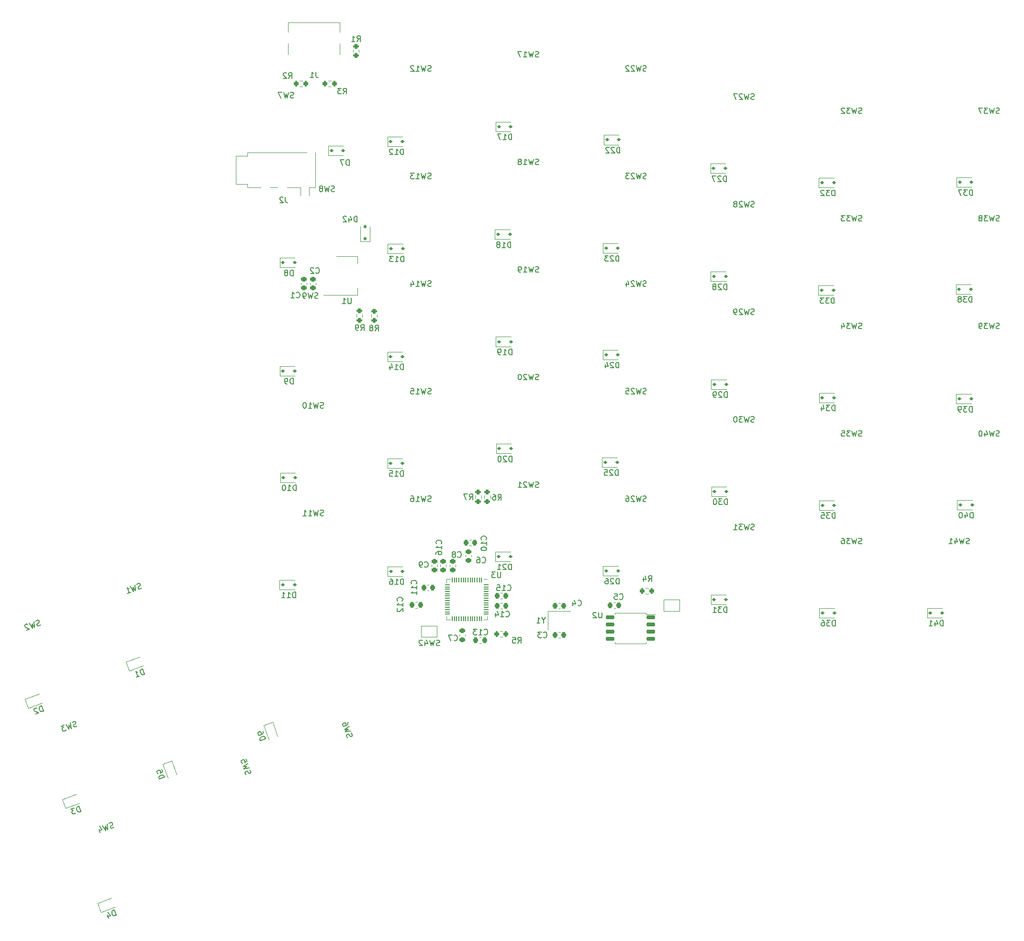
<source format=gbo>
G04 #@! TF.GenerationSoftware,KiCad,Pcbnew,7.0.5*
G04 #@! TF.CreationDate,2025-01-08T21:54:48-05:00*
G04 #@! TF.ProjectId,JasonSplitErgoKeyboard_Right,4a61736f-6e53-4706-9c69-744572676f4b,rev?*
G04 #@! TF.SameCoordinates,Original*
G04 #@! TF.FileFunction,Legend,Bot*
G04 #@! TF.FilePolarity,Positive*
%FSLAX46Y46*%
G04 Gerber Fmt 4.6, Leading zero omitted, Abs format (unit mm)*
G04 Created by KiCad (PCBNEW 7.0.5) date 2025-01-08 21:54:48*
%MOMM*%
%LPD*%
G01*
G04 APERTURE LIST*
G04 Aperture macros list*
%AMRoundRect*
0 Rectangle with rounded corners*
0 $1 Rounding radius*
0 $2 $3 $4 $5 $6 $7 $8 $9 X,Y pos of 4 corners*
0 Add a 4 corners polygon primitive as box body*
4,1,4,$2,$3,$4,$5,$6,$7,$8,$9,$2,$3,0*
0 Add four circle primitives for the rounded corners*
1,1,$1+$1,$2,$3*
1,1,$1+$1,$4,$5*
1,1,$1+$1,$6,$7*
1,1,$1+$1,$8,$9*
0 Add four rect primitives between the rounded corners*
20,1,$1+$1,$2,$3,$4,$5,0*
20,1,$1+$1,$4,$5,$6,$7,0*
20,1,$1+$1,$6,$7,$8,$9,0*
20,1,$1+$1,$8,$9,$2,$3,0*%
G04 Aperture macros list end*
%ADD10C,0.160000*%
%ADD11C,0.120000*%
%ADD12C,0.100000*%
%ADD13C,2.700000*%
%ADD14C,1.700000*%
%ADD15C,4.000000*%
%ADD16C,2.200000*%
%ADD17C,3.800000*%
%ADD18C,3.050000*%
%ADD19RoundRect,0.112500X-0.137715X-0.169844X0.214670X-0.041587X0.137715X0.169844X-0.214670X0.041587X0*%
%ADD20RoundRect,0.112500X-0.187500X-0.112500X0.187500X-0.112500X0.187500X0.112500X-0.187500X0.112500X0*%
%ADD21RoundRect,0.225000X-0.225000X-0.250000X0.225000X-0.250000X0.225000X0.250000X-0.225000X0.250000X0*%
%ADD22RoundRect,0.050000X0.350000X0.050000X-0.350000X0.050000X-0.350000X-0.050000X0.350000X-0.050000X0*%
%ADD23RoundRect,0.050000X0.050000X0.350000X-0.050000X0.350000X-0.050000X-0.350000X0.050000X-0.350000X0*%
%ADD24R,4.000000X4.000000*%
%ADD25RoundRect,0.200000X-0.200000X-0.275000X0.200000X-0.275000X0.200000X0.275000X-0.200000X0.275000X0*%
%ADD26RoundRect,0.225000X0.225000X0.250000X-0.225000X0.250000X-0.225000X-0.250000X0.225000X-0.250000X0*%
%ADD27RoundRect,0.225000X-0.250000X0.225000X-0.250000X-0.225000X0.250000X-0.225000X0.250000X0.225000X0*%
%ADD28RoundRect,0.150000X0.650000X0.150000X-0.650000X0.150000X-0.650000X-0.150000X0.650000X-0.150000X0*%
%ADD29RoundRect,0.200000X0.200000X0.275000X-0.200000X0.275000X-0.200000X-0.275000X0.200000X-0.275000X0*%
%ADD30RoundRect,0.225000X0.250000X-0.225000X0.250000X0.225000X-0.250000X0.225000X-0.250000X-0.225000X0*%
%ADD31RoundRect,0.112500X0.112500X-0.187500X0.112500X0.187500X-0.112500X0.187500X-0.112500X-0.187500X0*%
%ADD32C,1.500000*%
%ADD33R,1.200000X2.500000*%
%ADD34RoundRect,0.112500X-0.169844X0.137715X-0.041587X-0.214670X0.169844X-0.137715X0.041587X0.214670X0*%
%ADD35RoundRect,0.200000X-0.275000X0.200000X-0.275000X-0.200000X0.275000X-0.200000X0.275000X0.200000X0*%
%ADD36RoundRect,0.200000X0.275000X-0.200000X0.275000X0.200000X-0.275000X0.200000X-0.275000X-0.200000X0*%
%ADD37R,1.400000X1.200000*%
%ADD38R,0.800000X2.000000*%
%ADD39R,2.000000X1.500000*%
%ADD40R,2.000000X3.800000*%
%ADD41C,0.650000*%
%ADD42R,0.600000X1.240000*%
%ADD43R,0.300000X1.240000*%
%ADD44O,1.000000X1.800000*%
%ADD45O,1.000000X2.100000*%
G04 APERTURE END LIST*
D10*
X204529523Y-64562680D02*
X204386666Y-64610299D01*
X204386666Y-64610299D02*
X204148571Y-64610299D01*
X204148571Y-64610299D02*
X204053333Y-64562680D01*
X204053333Y-64562680D02*
X204005714Y-64515060D01*
X204005714Y-64515060D02*
X203958095Y-64419822D01*
X203958095Y-64419822D02*
X203958095Y-64324584D01*
X203958095Y-64324584D02*
X204005714Y-64229346D01*
X204005714Y-64229346D02*
X204053333Y-64181727D01*
X204053333Y-64181727D02*
X204148571Y-64134108D01*
X204148571Y-64134108D02*
X204339047Y-64086489D01*
X204339047Y-64086489D02*
X204434285Y-64038870D01*
X204434285Y-64038870D02*
X204481904Y-63991251D01*
X204481904Y-63991251D02*
X204529523Y-63896013D01*
X204529523Y-63896013D02*
X204529523Y-63800775D01*
X204529523Y-63800775D02*
X204481904Y-63705537D01*
X204481904Y-63705537D02*
X204434285Y-63657918D01*
X204434285Y-63657918D02*
X204339047Y-63610299D01*
X204339047Y-63610299D02*
X204100952Y-63610299D01*
X204100952Y-63610299D02*
X203958095Y-63657918D01*
X203624761Y-63610299D02*
X203386666Y-64610299D01*
X203386666Y-64610299D02*
X203196190Y-63896013D01*
X203196190Y-63896013D02*
X203005714Y-64610299D01*
X203005714Y-64610299D02*
X202767619Y-63610299D01*
X202434285Y-63705537D02*
X202386666Y-63657918D01*
X202386666Y-63657918D02*
X202291428Y-63610299D01*
X202291428Y-63610299D02*
X202053333Y-63610299D01*
X202053333Y-63610299D02*
X201958095Y-63657918D01*
X201958095Y-63657918D02*
X201910476Y-63705537D01*
X201910476Y-63705537D02*
X201862857Y-63800775D01*
X201862857Y-63800775D02*
X201862857Y-63896013D01*
X201862857Y-63896013D02*
X201910476Y-64038870D01*
X201910476Y-64038870D02*
X202481904Y-64610299D01*
X202481904Y-64610299D02*
X201862857Y-64610299D01*
X201481904Y-63705537D02*
X201434285Y-63657918D01*
X201434285Y-63657918D02*
X201339047Y-63610299D01*
X201339047Y-63610299D02*
X201100952Y-63610299D01*
X201100952Y-63610299D02*
X201005714Y-63657918D01*
X201005714Y-63657918D02*
X200958095Y-63705537D01*
X200958095Y-63705537D02*
X200910476Y-63800775D01*
X200910476Y-63800775D02*
X200910476Y-63896013D01*
X200910476Y-63896013D02*
X200958095Y-64038870D01*
X200958095Y-64038870D02*
X201529523Y-64610299D01*
X201529523Y-64610299D02*
X200910476Y-64610299D01*
X185489523Y-119212680D02*
X185346666Y-119260299D01*
X185346666Y-119260299D02*
X185108571Y-119260299D01*
X185108571Y-119260299D02*
X185013333Y-119212680D01*
X185013333Y-119212680D02*
X184965714Y-119165060D01*
X184965714Y-119165060D02*
X184918095Y-119069822D01*
X184918095Y-119069822D02*
X184918095Y-118974584D01*
X184918095Y-118974584D02*
X184965714Y-118879346D01*
X184965714Y-118879346D02*
X185013333Y-118831727D01*
X185013333Y-118831727D02*
X185108571Y-118784108D01*
X185108571Y-118784108D02*
X185299047Y-118736489D01*
X185299047Y-118736489D02*
X185394285Y-118688870D01*
X185394285Y-118688870D02*
X185441904Y-118641251D01*
X185441904Y-118641251D02*
X185489523Y-118546013D01*
X185489523Y-118546013D02*
X185489523Y-118450775D01*
X185489523Y-118450775D02*
X185441904Y-118355537D01*
X185441904Y-118355537D02*
X185394285Y-118307918D01*
X185394285Y-118307918D02*
X185299047Y-118260299D01*
X185299047Y-118260299D02*
X185060952Y-118260299D01*
X185060952Y-118260299D02*
X184918095Y-118307918D01*
X184584761Y-118260299D02*
X184346666Y-119260299D01*
X184346666Y-119260299D02*
X184156190Y-118546013D01*
X184156190Y-118546013D02*
X183965714Y-119260299D01*
X183965714Y-119260299D02*
X183727619Y-118260299D01*
X183394285Y-118355537D02*
X183346666Y-118307918D01*
X183346666Y-118307918D02*
X183251428Y-118260299D01*
X183251428Y-118260299D02*
X183013333Y-118260299D01*
X183013333Y-118260299D02*
X182918095Y-118307918D01*
X182918095Y-118307918D02*
X182870476Y-118355537D01*
X182870476Y-118355537D02*
X182822857Y-118450775D01*
X182822857Y-118450775D02*
X182822857Y-118546013D01*
X182822857Y-118546013D02*
X182870476Y-118688870D01*
X182870476Y-118688870D02*
X183441904Y-119260299D01*
X183441904Y-119260299D02*
X182822857Y-119260299D01*
X182203809Y-118260299D02*
X182108571Y-118260299D01*
X182108571Y-118260299D02*
X182013333Y-118307918D01*
X182013333Y-118307918D02*
X181965714Y-118355537D01*
X181965714Y-118355537D02*
X181918095Y-118450775D01*
X181918095Y-118450775D02*
X181870476Y-118641251D01*
X181870476Y-118641251D02*
X181870476Y-118879346D01*
X181870476Y-118879346D02*
X181918095Y-119069822D01*
X181918095Y-119069822D02*
X181965714Y-119165060D01*
X181965714Y-119165060D02*
X182013333Y-119212680D01*
X182013333Y-119212680D02*
X182108571Y-119260299D01*
X182108571Y-119260299D02*
X182203809Y-119260299D01*
X182203809Y-119260299D02*
X182299047Y-119212680D01*
X182299047Y-119212680D02*
X182346666Y-119165060D01*
X182346666Y-119165060D02*
X182394285Y-119069822D01*
X182394285Y-119069822D02*
X182441904Y-118879346D01*
X182441904Y-118879346D02*
X182441904Y-118641251D01*
X182441904Y-118641251D02*
X182394285Y-118450775D01*
X182394285Y-118450775D02*
X182346666Y-118355537D01*
X182346666Y-118355537D02*
X182299047Y-118307918D01*
X182299047Y-118307918D02*
X182203809Y-118260299D01*
X204529523Y-121712680D02*
X204386666Y-121760299D01*
X204386666Y-121760299D02*
X204148571Y-121760299D01*
X204148571Y-121760299D02*
X204053333Y-121712680D01*
X204053333Y-121712680D02*
X204005714Y-121665060D01*
X204005714Y-121665060D02*
X203958095Y-121569822D01*
X203958095Y-121569822D02*
X203958095Y-121474584D01*
X203958095Y-121474584D02*
X204005714Y-121379346D01*
X204005714Y-121379346D02*
X204053333Y-121331727D01*
X204053333Y-121331727D02*
X204148571Y-121284108D01*
X204148571Y-121284108D02*
X204339047Y-121236489D01*
X204339047Y-121236489D02*
X204434285Y-121188870D01*
X204434285Y-121188870D02*
X204481904Y-121141251D01*
X204481904Y-121141251D02*
X204529523Y-121046013D01*
X204529523Y-121046013D02*
X204529523Y-120950775D01*
X204529523Y-120950775D02*
X204481904Y-120855537D01*
X204481904Y-120855537D02*
X204434285Y-120807918D01*
X204434285Y-120807918D02*
X204339047Y-120760299D01*
X204339047Y-120760299D02*
X204100952Y-120760299D01*
X204100952Y-120760299D02*
X203958095Y-120807918D01*
X203624761Y-120760299D02*
X203386666Y-121760299D01*
X203386666Y-121760299D02*
X203196190Y-121046013D01*
X203196190Y-121046013D02*
X203005714Y-121760299D01*
X203005714Y-121760299D02*
X202767619Y-120760299D01*
X202434285Y-120855537D02*
X202386666Y-120807918D01*
X202386666Y-120807918D02*
X202291428Y-120760299D01*
X202291428Y-120760299D02*
X202053333Y-120760299D01*
X202053333Y-120760299D02*
X201958095Y-120807918D01*
X201958095Y-120807918D02*
X201910476Y-120855537D01*
X201910476Y-120855537D02*
X201862857Y-120950775D01*
X201862857Y-120950775D02*
X201862857Y-121046013D01*
X201862857Y-121046013D02*
X201910476Y-121188870D01*
X201910476Y-121188870D02*
X202481904Y-121760299D01*
X202481904Y-121760299D02*
X201862857Y-121760299D01*
X200958095Y-120760299D02*
X201434285Y-120760299D01*
X201434285Y-120760299D02*
X201481904Y-121236489D01*
X201481904Y-121236489D02*
X201434285Y-121188870D01*
X201434285Y-121188870D02*
X201339047Y-121141251D01*
X201339047Y-121141251D02*
X201100952Y-121141251D01*
X201100952Y-121141251D02*
X201005714Y-121188870D01*
X201005714Y-121188870D02*
X200958095Y-121236489D01*
X200958095Y-121236489D02*
X200910476Y-121331727D01*
X200910476Y-121331727D02*
X200910476Y-121569822D01*
X200910476Y-121569822D02*
X200958095Y-121665060D01*
X200958095Y-121665060D02*
X201005714Y-121712680D01*
X201005714Y-121712680D02*
X201100952Y-121760299D01*
X201100952Y-121760299D02*
X201339047Y-121760299D01*
X201339047Y-121760299D02*
X201434285Y-121712680D01*
X201434285Y-121712680D02*
X201481904Y-121665060D01*
X223639523Y-126722680D02*
X223496666Y-126770299D01*
X223496666Y-126770299D02*
X223258571Y-126770299D01*
X223258571Y-126770299D02*
X223163333Y-126722680D01*
X223163333Y-126722680D02*
X223115714Y-126675060D01*
X223115714Y-126675060D02*
X223068095Y-126579822D01*
X223068095Y-126579822D02*
X223068095Y-126484584D01*
X223068095Y-126484584D02*
X223115714Y-126389346D01*
X223115714Y-126389346D02*
X223163333Y-126341727D01*
X223163333Y-126341727D02*
X223258571Y-126294108D01*
X223258571Y-126294108D02*
X223449047Y-126246489D01*
X223449047Y-126246489D02*
X223544285Y-126198870D01*
X223544285Y-126198870D02*
X223591904Y-126151251D01*
X223591904Y-126151251D02*
X223639523Y-126056013D01*
X223639523Y-126056013D02*
X223639523Y-125960775D01*
X223639523Y-125960775D02*
X223591904Y-125865537D01*
X223591904Y-125865537D02*
X223544285Y-125817918D01*
X223544285Y-125817918D02*
X223449047Y-125770299D01*
X223449047Y-125770299D02*
X223210952Y-125770299D01*
X223210952Y-125770299D02*
X223068095Y-125817918D01*
X222734761Y-125770299D02*
X222496666Y-126770299D01*
X222496666Y-126770299D02*
X222306190Y-126056013D01*
X222306190Y-126056013D02*
X222115714Y-126770299D01*
X222115714Y-126770299D02*
X221877619Y-125770299D01*
X221591904Y-125770299D02*
X220972857Y-125770299D01*
X220972857Y-125770299D02*
X221306190Y-126151251D01*
X221306190Y-126151251D02*
X221163333Y-126151251D01*
X221163333Y-126151251D02*
X221068095Y-126198870D01*
X221068095Y-126198870D02*
X221020476Y-126246489D01*
X221020476Y-126246489D02*
X220972857Y-126341727D01*
X220972857Y-126341727D02*
X220972857Y-126579822D01*
X220972857Y-126579822D02*
X221020476Y-126675060D01*
X221020476Y-126675060D02*
X221068095Y-126722680D01*
X221068095Y-126722680D02*
X221163333Y-126770299D01*
X221163333Y-126770299D02*
X221449047Y-126770299D01*
X221449047Y-126770299D02*
X221544285Y-126722680D01*
X221544285Y-126722680D02*
X221591904Y-126675060D01*
X220353809Y-125770299D02*
X220258571Y-125770299D01*
X220258571Y-125770299D02*
X220163333Y-125817918D01*
X220163333Y-125817918D02*
X220115714Y-125865537D01*
X220115714Y-125865537D02*
X220068095Y-125960775D01*
X220068095Y-125960775D02*
X220020476Y-126151251D01*
X220020476Y-126151251D02*
X220020476Y-126389346D01*
X220020476Y-126389346D02*
X220068095Y-126579822D01*
X220068095Y-126579822D02*
X220115714Y-126675060D01*
X220115714Y-126675060D02*
X220163333Y-126722680D01*
X220163333Y-126722680D02*
X220258571Y-126770299D01*
X220258571Y-126770299D02*
X220353809Y-126770299D01*
X220353809Y-126770299D02*
X220449047Y-126722680D01*
X220449047Y-126722680D02*
X220496666Y-126675060D01*
X220496666Y-126675060D02*
X220544285Y-126579822D01*
X220544285Y-126579822D02*
X220591904Y-126389346D01*
X220591904Y-126389346D02*
X220591904Y-126151251D01*
X220591904Y-126151251D02*
X220544285Y-125960775D01*
X220544285Y-125960775D02*
X220496666Y-125865537D01*
X220496666Y-125865537D02*
X220449047Y-125817918D01*
X220449047Y-125817918D02*
X220353809Y-125770299D01*
X261719523Y-148252680D02*
X261576666Y-148300299D01*
X261576666Y-148300299D02*
X261338571Y-148300299D01*
X261338571Y-148300299D02*
X261243333Y-148252680D01*
X261243333Y-148252680D02*
X261195714Y-148205060D01*
X261195714Y-148205060D02*
X261148095Y-148109822D01*
X261148095Y-148109822D02*
X261148095Y-148014584D01*
X261148095Y-148014584D02*
X261195714Y-147919346D01*
X261195714Y-147919346D02*
X261243333Y-147871727D01*
X261243333Y-147871727D02*
X261338571Y-147824108D01*
X261338571Y-147824108D02*
X261529047Y-147776489D01*
X261529047Y-147776489D02*
X261624285Y-147728870D01*
X261624285Y-147728870D02*
X261671904Y-147681251D01*
X261671904Y-147681251D02*
X261719523Y-147586013D01*
X261719523Y-147586013D02*
X261719523Y-147490775D01*
X261719523Y-147490775D02*
X261671904Y-147395537D01*
X261671904Y-147395537D02*
X261624285Y-147347918D01*
X261624285Y-147347918D02*
X261529047Y-147300299D01*
X261529047Y-147300299D02*
X261290952Y-147300299D01*
X261290952Y-147300299D02*
X261148095Y-147347918D01*
X260814761Y-147300299D02*
X260576666Y-148300299D01*
X260576666Y-148300299D02*
X260386190Y-147586013D01*
X260386190Y-147586013D02*
X260195714Y-148300299D01*
X260195714Y-148300299D02*
X259957619Y-147300299D01*
X259148095Y-147633632D02*
X259148095Y-148300299D01*
X259386190Y-147252680D02*
X259624285Y-147966965D01*
X259624285Y-147966965D02*
X259005238Y-147966965D01*
X258100476Y-148300299D02*
X258671904Y-148300299D01*
X258386190Y-148300299D02*
X258386190Y-147300299D01*
X258386190Y-147300299D02*
X258481428Y-147443156D01*
X258481428Y-147443156D02*
X258576666Y-147538394D01*
X258576666Y-147538394D02*
X258671904Y-147586013D01*
X223639523Y-145772680D02*
X223496666Y-145820299D01*
X223496666Y-145820299D02*
X223258571Y-145820299D01*
X223258571Y-145820299D02*
X223163333Y-145772680D01*
X223163333Y-145772680D02*
X223115714Y-145725060D01*
X223115714Y-145725060D02*
X223068095Y-145629822D01*
X223068095Y-145629822D02*
X223068095Y-145534584D01*
X223068095Y-145534584D02*
X223115714Y-145439346D01*
X223115714Y-145439346D02*
X223163333Y-145391727D01*
X223163333Y-145391727D02*
X223258571Y-145344108D01*
X223258571Y-145344108D02*
X223449047Y-145296489D01*
X223449047Y-145296489D02*
X223544285Y-145248870D01*
X223544285Y-145248870D02*
X223591904Y-145201251D01*
X223591904Y-145201251D02*
X223639523Y-145106013D01*
X223639523Y-145106013D02*
X223639523Y-145010775D01*
X223639523Y-145010775D02*
X223591904Y-144915537D01*
X223591904Y-144915537D02*
X223544285Y-144867918D01*
X223544285Y-144867918D02*
X223449047Y-144820299D01*
X223449047Y-144820299D02*
X223210952Y-144820299D01*
X223210952Y-144820299D02*
X223068095Y-144867918D01*
X222734761Y-144820299D02*
X222496666Y-145820299D01*
X222496666Y-145820299D02*
X222306190Y-145106013D01*
X222306190Y-145106013D02*
X222115714Y-145820299D01*
X222115714Y-145820299D02*
X221877619Y-144820299D01*
X221591904Y-144820299D02*
X220972857Y-144820299D01*
X220972857Y-144820299D02*
X221306190Y-145201251D01*
X221306190Y-145201251D02*
X221163333Y-145201251D01*
X221163333Y-145201251D02*
X221068095Y-145248870D01*
X221068095Y-145248870D02*
X221020476Y-145296489D01*
X221020476Y-145296489D02*
X220972857Y-145391727D01*
X220972857Y-145391727D02*
X220972857Y-145629822D01*
X220972857Y-145629822D02*
X221020476Y-145725060D01*
X221020476Y-145725060D02*
X221068095Y-145772680D01*
X221068095Y-145772680D02*
X221163333Y-145820299D01*
X221163333Y-145820299D02*
X221449047Y-145820299D01*
X221449047Y-145820299D02*
X221544285Y-145772680D01*
X221544285Y-145772680D02*
X221591904Y-145725060D01*
X220020476Y-145820299D02*
X220591904Y-145820299D01*
X220306190Y-145820299D02*
X220306190Y-144820299D01*
X220306190Y-144820299D02*
X220401428Y-144963156D01*
X220401428Y-144963156D02*
X220496666Y-145058394D01*
X220496666Y-145058394D02*
X220591904Y-145106013D01*
X204529523Y-140762680D02*
X204386666Y-140810299D01*
X204386666Y-140810299D02*
X204148571Y-140810299D01*
X204148571Y-140810299D02*
X204053333Y-140762680D01*
X204053333Y-140762680D02*
X204005714Y-140715060D01*
X204005714Y-140715060D02*
X203958095Y-140619822D01*
X203958095Y-140619822D02*
X203958095Y-140524584D01*
X203958095Y-140524584D02*
X204005714Y-140429346D01*
X204005714Y-140429346D02*
X204053333Y-140381727D01*
X204053333Y-140381727D02*
X204148571Y-140334108D01*
X204148571Y-140334108D02*
X204339047Y-140286489D01*
X204339047Y-140286489D02*
X204434285Y-140238870D01*
X204434285Y-140238870D02*
X204481904Y-140191251D01*
X204481904Y-140191251D02*
X204529523Y-140096013D01*
X204529523Y-140096013D02*
X204529523Y-140000775D01*
X204529523Y-140000775D02*
X204481904Y-139905537D01*
X204481904Y-139905537D02*
X204434285Y-139857918D01*
X204434285Y-139857918D02*
X204339047Y-139810299D01*
X204339047Y-139810299D02*
X204100952Y-139810299D01*
X204100952Y-139810299D02*
X203958095Y-139857918D01*
X203624761Y-139810299D02*
X203386666Y-140810299D01*
X203386666Y-140810299D02*
X203196190Y-140096013D01*
X203196190Y-140096013D02*
X203005714Y-140810299D01*
X203005714Y-140810299D02*
X202767619Y-139810299D01*
X202434285Y-139905537D02*
X202386666Y-139857918D01*
X202386666Y-139857918D02*
X202291428Y-139810299D01*
X202291428Y-139810299D02*
X202053333Y-139810299D01*
X202053333Y-139810299D02*
X201958095Y-139857918D01*
X201958095Y-139857918D02*
X201910476Y-139905537D01*
X201910476Y-139905537D02*
X201862857Y-140000775D01*
X201862857Y-140000775D02*
X201862857Y-140096013D01*
X201862857Y-140096013D02*
X201910476Y-140238870D01*
X201910476Y-140238870D02*
X202481904Y-140810299D01*
X202481904Y-140810299D02*
X201862857Y-140810299D01*
X201005714Y-139810299D02*
X201196190Y-139810299D01*
X201196190Y-139810299D02*
X201291428Y-139857918D01*
X201291428Y-139857918D02*
X201339047Y-139905537D01*
X201339047Y-139905537D02*
X201434285Y-140048394D01*
X201434285Y-140048394D02*
X201481904Y-140238870D01*
X201481904Y-140238870D02*
X201481904Y-140619822D01*
X201481904Y-140619822D02*
X201434285Y-140715060D01*
X201434285Y-140715060D02*
X201386666Y-140762680D01*
X201386666Y-140762680D02*
X201291428Y-140810299D01*
X201291428Y-140810299D02*
X201100952Y-140810299D01*
X201100952Y-140810299D02*
X201005714Y-140762680D01*
X201005714Y-140762680D02*
X200958095Y-140715060D01*
X200958095Y-140715060D02*
X200910476Y-140619822D01*
X200910476Y-140619822D02*
X200910476Y-140381727D01*
X200910476Y-140381727D02*
X200958095Y-140286489D01*
X200958095Y-140286489D02*
X201005714Y-140238870D01*
X201005714Y-140238870D02*
X201100952Y-140191251D01*
X201100952Y-140191251D02*
X201291428Y-140191251D01*
X201291428Y-140191251D02*
X201386666Y-140238870D01*
X201386666Y-140238870D02*
X201434285Y-140286489D01*
X201434285Y-140286489D02*
X201481904Y-140381727D01*
X266999523Y-91112680D02*
X266856666Y-91160299D01*
X266856666Y-91160299D02*
X266618571Y-91160299D01*
X266618571Y-91160299D02*
X266523333Y-91112680D01*
X266523333Y-91112680D02*
X266475714Y-91065060D01*
X266475714Y-91065060D02*
X266428095Y-90969822D01*
X266428095Y-90969822D02*
X266428095Y-90874584D01*
X266428095Y-90874584D02*
X266475714Y-90779346D01*
X266475714Y-90779346D02*
X266523333Y-90731727D01*
X266523333Y-90731727D02*
X266618571Y-90684108D01*
X266618571Y-90684108D02*
X266809047Y-90636489D01*
X266809047Y-90636489D02*
X266904285Y-90588870D01*
X266904285Y-90588870D02*
X266951904Y-90541251D01*
X266951904Y-90541251D02*
X266999523Y-90446013D01*
X266999523Y-90446013D02*
X266999523Y-90350775D01*
X266999523Y-90350775D02*
X266951904Y-90255537D01*
X266951904Y-90255537D02*
X266904285Y-90207918D01*
X266904285Y-90207918D02*
X266809047Y-90160299D01*
X266809047Y-90160299D02*
X266570952Y-90160299D01*
X266570952Y-90160299D02*
X266428095Y-90207918D01*
X266094761Y-90160299D02*
X265856666Y-91160299D01*
X265856666Y-91160299D02*
X265666190Y-90446013D01*
X265666190Y-90446013D02*
X265475714Y-91160299D01*
X265475714Y-91160299D02*
X265237619Y-90160299D01*
X264951904Y-90160299D02*
X264332857Y-90160299D01*
X264332857Y-90160299D02*
X264666190Y-90541251D01*
X264666190Y-90541251D02*
X264523333Y-90541251D01*
X264523333Y-90541251D02*
X264428095Y-90588870D01*
X264428095Y-90588870D02*
X264380476Y-90636489D01*
X264380476Y-90636489D02*
X264332857Y-90731727D01*
X264332857Y-90731727D02*
X264332857Y-90969822D01*
X264332857Y-90969822D02*
X264380476Y-91065060D01*
X264380476Y-91065060D02*
X264428095Y-91112680D01*
X264428095Y-91112680D02*
X264523333Y-91160299D01*
X264523333Y-91160299D02*
X264809047Y-91160299D01*
X264809047Y-91160299D02*
X264904285Y-91112680D01*
X264904285Y-91112680D02*
X264951904Y-91065060D01*
X263761428Y-90588870D02*
X263856666Y-90541251D01*
X263856666Y-90541251D02*
X263904285Y-90493632D01*
X263904285Y-90493632D02*
X263951904Y-90398394D01*
X263951904Y-90398394D02*
X263951904Y-90350775D01*
X263951904Y-90350775D02*
X263904285Y-90255537D01*
X263904285Y-90255537D02*
X263856666Y-90207918D01*
X263856666Y-90207918D02*
X263761428Y-90160299D01*
X263761428Y-90160299D02*
X263570952Y-90160299D01*
X263570952Y-90160299D02*
X263475714Y-90207918D01*
X263475714Y-90207918D02*
X263428095Y-90255537D01*
X263428095Y-90255537D02*
X263380476Y-90350775D01*
X263380476Y-90350775D02*
X263380476Y-90398394D01*
X263380476Y-90398394D02*
X263428095Y-90493632D01*
X263428095Y-90493632D02*
X263475714Y-90541251D01*
X263475714Y-90541251D02*
X263570952Y-90588870D01*
X263570952Y-90588870D02*
X263761428Y-90588870D01*
X263761428Y-90588870D02*
X263856666Y-90636489D01*
X263856666Y-90636489D02*
X263904285Y-90684108D01*
X263904285Y-90684108D02*
X263951904Y-90779346D01*
X263951904Y-90779346D02*
X263951904Y-90969822D01*
X263951904Y-90969822D02*
X263904285Y-91065060D01*
X263904285Y-91065060D02*
X263856666Y-91112680D01*
X263856666Y-91112680D02*
X263761428Y-91160299D01*
X263761428Y-91160299D02*
X263570952Y-91160299D01*
X263570952Y-91160299D02*
X263475714Y-91112680D01*
X263475714Y-91112680D02*
X263428095Y-91065060D01*
X263428095Y-91065060D02*
X263380476Y-90969822D01*
X263380476Y-90969822D02*
X263380476Y-90779346D01*
X263380476Y-90779346D02*
X263428095Y-90684108D01*
X263428095Y-90684108D02*
X263475714Y-90636489D01*
X263475714Y-90636489D02*
X263570952Y-90588870D01*
X133745549Y-189175309D02*
X133651942Y-189057354D01*
X133651942Y-189057354D02*
X133570508Y-188833618D01*
X133570508Y-188833618D02*
X133582682Y-188727837D01*
X133582682Y-188727837D02*
X133611143Y-188666803D01*
X133611143Y-188666803D02*
X133684351Y-188589482D01*
X133684351Y-188589482D02*
X133773845Y-188556909D01*
X133773845Y-188556909D02*
X133879626Y-188569083D01*
X133879626Y-188569083D02*
X133940660Y-188597543D01*
X133940660Y-188597543D02*
X134017981Y-188670751D01*
X134017981Y-188670751D02*
X134127875Y-188833453D01*
X134127875Y-188833453D02*
X134205196Y-188906661D01*
X134205196Y-188906661D02*
X134266230Y-188935122D01*
X134266230Y-188935122D02*
X134372011Y-188947296D01*
X134372011Y-188947296D02*
X134461505Y-188914722D01*
X134461505Y-188914722D02*
X134534713Y-188837402D01*
X134534713Y-188837402D02*
X134563174Y-188776368D01*
X134563174Y-188776368D02*
X134575348Y-188670587D01*
X134575348Y-188670587D02*
X134493914Y-188446850D01*
X134493914Y-188446850D02*
X134400307Y-188328895D01*
X134331048Y-187999378D02*
X133309922Y-188117661D01*
X133309922Y-188117661D02*
X133915984Y-187694372D01*
X133915984Y-187694372D02*
X133179628Y-187759683D01*
X133179628Y-187759683D02*
X134037887Y-187193927D01*
X133744727Y-186388476D02*
X133907594Y-186835949D01*
X133907594Y-186835949D02*
X133476408Y-187043563D01*
X133476408Y-187043563D02*
X133504869Y-186982529D01*
X133504869Y-186982529D02*
X133517043Y-186876748D01*
X133517043Y-186876748D02*
X133435609Y-186653011D01*
X133435609Y-186653011D02*
X133358289Y-186579803D01*
X133358289Y-186579803D02*
X133297255Y-186551343D01*
X133297255Y-186551343D02*
X133191473Y-186539169D01*
X133191473Y-186539169D02*
X132967737Y-186620602D01*
X132967737Y-186620602D02*
X132894529Y-186697923D01*
X132894529Y-186697923D02*
X132866069Y-186758957D01*
X132866069Y-186758957D02*
X132853895Y-186864738D01*
X132853895Y-186864738D02*
X132935328Y-187088474D01*
X132935328Y-187088474D02*
X133012649Y-187161682D01*
X133012649Y-187161682D02*
X133073683Y-187190143D01*
X115239591Y-156139357D02*
X115121636Y-156232964D01*
X115121636Y-156232964D02*
X114897900Y-156314398D01*
X114897900Y-156314398D02*
X114792119Y-156302224D01*
X114792119Y-156302224D02*
X114731085Y-156273763D01*
X114731085Y-156273763D02*
X114653764Y-156200555D01*
X114653764Y-156200555D02*
X114621191Y-156111061D01*
X114621191Y-156111061D02*
X114633365Y-156005280D01*
X114633365Y-156005280D02*
X114661825Y-155944246D01*
X114661825Y-155944246D02*
X114735033Y-155866925D01*
X114735033Y-155866925D02*
X114897735Y-155757031D01*
X114897735Y-155757031D02*
X114970943Y-155679710D01*
X114970943Y-155679710D02*
X114999404Y-155618676D01*
X114999404Y-155618676D02*
X115011578Y-155512895D01*
X115011578Y-155512895D02*
X114979004Y-155423401D01*
X114979004Y-155423401D02*
X114901684Y-155350193D01*
X114901684Y-155350193D02*
X114840650Y-155321732D01*
X114840650Y-155321732D02*
X114734869Y-155309558D01*
X114734869Y-155309558D02*
X114511132Y-155390992D01*
X114511132Y-155390992D02*
X114393177Y-155484599D01*
X114063660Y-155553858D02*
X114181943Y-156574984D01*
X114181943Y-156574984D02*
X113758654Y-155968922D01*
X113758654Y-155968922D02*
X113823965Y-156705278D01*
X113823965Y-156705278D02*
X113258209Y-155847019D01*
X112750031Y-157096158D02*
X113286998Y-156900718D01*
X113018515Y-156998438D02*
X112676494Y-156058745D01*
X112676494Y-156058745D02*
X112814849Y-156160414D01*
X112814849Y-156160414D02*
X112936917Y-156217335D01*
X112936917Y-156217335D02*
X113042698Y-156229509D01*
X266999523Y-72062680D02*
X266856666Y-72110299D01*
X266856666Y-72110299D02*
X266618571Y-72110299D01*
X266618571Y-72110299D02*
X266523333Y-72062680D01*
X266523333Y-72062680D02*
X266475714Y-72015060D01*
X266475714Y-72015060D02*
X266428095Y-71919822D01*
X266428095Y-71919822D02*
X266428095Y-71824584D01*
X266428095Y-71824584D02*
X266475714Y-71729346D01*
X266475714Y-71729346D02*
X266523333Y-71681727D01*
X266523333Y-71681727D02*
X266618571Y-71634108D01*
X266618571Y-71634108D02*
X266809047Y-71586489D01*
X266809047Y-71586489D02*
X266904285Y-71538870D01*
X266904285Y-71538870D02*
X266951904Y-71491251D01*
X266951904Y-71491251D02*
X266999523Y-71396013D01*
X266999523Y-71396013D02*
X266999523Y-71300775D01*
X266999523Y-71300775D02*
X266951904Y-71205537D01*
X266951904Y-71205537D02*
X266904285Y-71157918D01*
X266904285Y-71157918D02*
X266809047Y-71110299D01*
X266809047Y-71110299D02*
X266570952Y-71110299D01*
X266570952Y-71110299D02*
X266428095Y-71157918D01*
X266094761Y-71110299D02*
X265856666Y-72110299D01*
X265856666Y-72110299D02*
X265666190Y-71396013D01*
X265666190Y-71396013D02*
X265475714Y-72110299D01*
X265475714Y-72110299D02*
X265237619Y-71110299D01*
X264951904Y-71110299D02*
X264332857Y-71110299D01*
X264332857Y-71110299D02*
X264666190Y-71491251D01*
X264666190Y-71491251D02*
X264523333Y-71491251D01*
X264523333Y-71491251D02*
X264428095Y-71538870D01*
X264428095Y-71538870D02*
X264380476Y-71586489D01*
X264380476Y-71586489D02*
X264332857Y-71681727D01*
X264332857Y-71681727D02*
X264332857Y-71919822D01*
X264332857Y-71919822D02*
X264380476Y-72015060D01*
X264380476Y-72015060D02*
X264428095Y-72062680D01*
X264428095Y-72062680D02*
X264523333Y-72110299D01*
X264523333Y-72110299D02*
X264809047Y-72110299D01*
X264809047Y-72110299D02*
X264904285Y-72062680D01*
X264904285Y-72062680D02*
X264951904Y-72015060D01*
X263999523Y-71110299D02*
X263332857Y-71110299D01*
X263332857Y-71110299D02*
X263761428Y-72110299D01*
X146433332Y-104806680D02*
X146290475Y-104854299D01*
X146290475Y-104854299D02*
X146052380Y-104854299D01*
X146052380Y-104854299D02*
X145957142Y-104806680D01*
X145957142Y-104806680D02*
X145909523Y-104759060D01*
X145909523Y-104759060D02*
X145861904Y-104663822D01*
X145861904Y-104663822D02*
X145861904Y-104568584D01*
X145861904Y-104568584D02*
X145909523Y-104473346D01*
X145909523Y-104473346D02*
X145957142Y-104425727D01*
X145957142Y-104425727D02*
X146052380Y-104378108D01*
X146052380Y-104378108D02*
X146242856Y-104330489D01*
X146242856Y-104330489D02*
X146338094Y-104282870D01*
X146338094Y-104282870D02*
X146385713Y-104235251D01*
X146385713Y-104235251D02*
X146433332Y-104140013D01*
X146433332Y-104140013D02*
X146433332Y-104044775D01*
X146433332Y-104044775D02*
X146385713Y-103949537D01*
X146385713Y-103949537D02*
X146338094Y-103901918D01*
X146338094Y-103901918D02*
X146242856Y-103854299D01*
X146242856Y-103854299D02*
X146004761Y-103854299D01*
X146004761Y-103854299D02*
X145861904Y-103901918D01*
X145528570Y-103854299D02*
X145290475Y-104854299D01*
X145290475Y-104854299D02*
X145099999Y-104140013D01*
X145099999Y-104140013D02*
X144909523Y-104854299D01*
X144909523Y-104854299D02*
X144671428Y-103854299D01*
X144242856Y-104854299D02*
X144052380Y-104854299D01*
X144052380Y-104854299D02*
X143957142Y-104806680D01*
X143957142Y-104806680D02*
X143909523Y-104759060D01*
X143909523Y-104759060D02*
X143814285Y-104616203D01*
X143814285Y-104616203D02*
X143766666Y-104425727D01*
X143766666Y-104425727D02*
X143766666Y-104044775D01*
X143766666Y-104044775D02*
X143814285Y-103949537D01*
X143814285Y-103949537D02*
X143861904Y-103901918D01*
X143861904Y-103901918D02*
X143957142Y-103854299D01*
X143957142Y-103854299D02*
X144147618Y-103854299D01*
X144147618Y-103854299D02*
X144242856Y-103901918D01*
X144242856Y-103901918D02*
X144290475Y-103949537D01*
X144290475Y-103949537D02*
X144338094Y-104044775D01*
X144338094Y-104044775D02*
X144338094Y-104282870D01*
X144338094Y-104282870D02*
X144290475Y-104378108D01*
X144290475Y-104378108D02*
X144242856Y-104425727D01*
X144242856Y-104425727D02*
X144147618Y-104473346D01*
X144147618Y-104473346D02*
X143957142Y-104473346D01*
X143957142Y-104473346D02*
X143861904Y-104425727D01*
X143861904Y-104425727D02*
X143814285Y-104378108D01*
X143814285Y-104378108D02*
X143766666Y-104282870D01*
X266999523Y-110162680D02*
X266856666Y-110210299D01*
X266856666Y-110210299D02*
X266618571Y-110210299D01*
X266618571Y-110210299D02*
X266523333Y-110162680D01*
X266523333Y-110162680D02*
X266475714Y-110115060D01*
X266475714Y-110115060D02*
X266428095Y-110019822D01*
X266428095Y-110019822D02*
X266428095Y-109924584D01*
X266428095Y-109924584D02*
X266475714Y-109829346D01*
X266475714Y-109829346D02*
X266523333Y-109781727D01*
X266523333Y-109781727D02*
X266618571Y-109734108D01*
X266618571Y-109734108D02*
X266809047Y-109686489D01*
X266809047Y-109686489D02*
X266904285Y-109638870D01*
X266904285Y-109638870D02*
X266951904Y-109591251D01*
X266951904Y-109591251D02*
X266999523Y-109496013D01*
X266999523Y-109496013D02*
X266999523Y-109400775D01*
X266999523Y-109400775D02*
X266951904Y-109305537D01*
X266951904Y-109305537D02*
X266904285Y-109257918D01*
X266904285Y-109257918D02*
X266809047Y-109210299D01*
X266809047Y-109210299D02*
X266570952Y-109210299D01*
X266570952Y-109210299D02*
X266428095Y-109257918D01*
X266094761Y-109210299D02*
X265856666Y-110210299D01*
X265856666Y-110210299D02*
X265666190Y-109496013D01*
X265666190Y-109496013D02*
X265475714Y-110210299D01*
X265475714Y-110210299D02*
X265237619Y-109210299D01*
X264951904Y-109210299D02*
X264332857Y-109210299D01*
X264332857Y-109210299D02*
X264666190Y-109591251D01*
X264666190Y-109591251D02*
X264523333Y-109591251D01*
X264523333Y-109591251D02*
X264428095Y-109638870D01*
X264428095Y-109638870D02*
X264380476Y-109686489D01*
X264380476Y-109686489D02*
X264332857Y-109781727D01*
X264332857Y-109781727D02*
X264332857Y-110019822D01*
X264332857Y-110019822D02*
X264380476Y-110115060D01*
X264380476Y-110115060D02*
X264428095Y-110162680D01*
X264428095Y-110162680D02*
X264523333Y-110210299D01*
X264523333Y-110210299D02*
X264809047Y-110210299D01*
X264809047Y-110210299D02*
X264904285Y-110162680D01*
X264904285Y-110162680D02*
X264951904Y-110115060D01*
X263856666Y-110210299D02*
X263666190Y-110210299D01*
X263666190Y-110210299D02*
X263570952Y-110162680D01*
X263570952Y-110162680D02*
X263523333Y-110115060D01*
X263523333Y-110115060D02*
X263428095Y-109972203D01*
X263428095Y-109972203D02*
X263380476Y-109781727D01*
X263380476Y-109781727D02*
X263380476Y-109400775D01*
X263380476Y-109400775D02*
X263428095Y-109305537D01*
X263428095Y-109305537D02*
X263475714Y-109257918D01*
X263475714Y-109257918D02*
X263570952Y-109210299D01*
X263570952Y-109210299D02*
X263761428Y-109210299D01*
X263761428Y-109210299D02*
X263856666Y-109257918D01*
X263856666Y-109257918D02*
X263904285Y-109305537D01*
X263904285Y-109305537D02*
X263951904Y-109400775D01*
X263951904Y-109400775D02*
X263951904Y-109638870D01*
X263951904Y-109638870D02*
X263904285Y-109734108D01*
X263904285Y-109734108D02*
X263856666Y-109781727D01*
X263856666Y-109781727D02*
X263761428Y-109829346D01*
X263761428Y-109829346D02*
X263570952Y-109829346D01*
X263570952Y-109829346D02*
X263475714Y-109781727D01*
X263475714Y-109781727D02*
X263428095Y-109734108D01*
X263428095Y-109734108D02*
X263380476Y-109638870D01*
X185489523Y-62062680D02*
X185346666Y-62110299D01*
X185346666Y-62110299D02*
X185108571Y-62110299D01*
X185108571Y-62110299D02*
X185013333Y-62062680D01*
X185013333Y-62062680D02*
X184965714Y-62015060D01*
X184965714Y-62015060D02*
X184918095Y-61919822D01*
X184918095Y-61919822D02*
X184918095Y-61824584D01*
X184918095Y-61824584D02*
X184965714Y-61729346D01*
X184965714Y-61729346D02*
X185013333Y-61681727D01*
X185013333Y-61681727D02*
X185108571Y-61634108D01*
X185108571Y-61634108D02*
X185299047Y-61586489D01*
X185299047Y-61586489D02*
X185394285Y-61538870D01*
X185394285Y-61538870D02*
X185441904Y-61491251D01*
X185441904Y-61491251D02*
X185489523Y-61396013D01*
X185489523Y-61396013D02*
X185489523Y-61300775D01*
X185489523Y-61300775D02*
X185441904Y-61205537D01*
X185441904Y-61205537D02*
X185394285Y-61157918D01*
X185394285Y-61157918D02*
X185299047Y-61110299D01*
X185299047Y-61110299D02*
X185060952Y-61110299D01*
X185060952Y-61110299D02*
X184918095Y-61157918D01*
X184584761Y-61110299D02*
X184346666Y-62110299D01*
X184346666Y-62110299D02*
X184156190Y-61396013D01*
X184156190Y-61396013D02*
X183965714Y-62110299D01*
X183965714Y-62110299D02*
X183727619Y-61110299D01*
X182822857Y-62110299D02*
X183394285Y-62110299D01*
X183108571Y-62110299D02*
X183108571Y-61110299D01*
X183108571Y-61110299D02*
X183203809Y-61253156D01*
X183203809Y-61253156D02*
X183299047Y-61348394D01*
X183299047Y-61348394D02*
X183394285Y-61396013D01*
X182489523Y-61110299D02*
X181822857Y-61110299D01*
X181822857Y-61110299D02*
X182251428Y-62110299D01*
X110325309Y-198484450D02*
X110207354Y-198578057D01*
X110207354Y-198578057D02*
X109983618Y-198659491D01*
X109983618Y-198659491D02*
X109877837Y-198647317D01*
X109877837Y-198647317D02*
X109816803Y-198618856D01*
X109816803Y-198618856D02*
X109739482Y-198545648D01*
X109739482Y-198545648D02*
X109706909Y-198456154D01*
X109706909Y-198456154D02*
X109719083Y-198350373D01*
X109719083Y-198350373D02*
X109747543Y-198289339D01*
X109747543Y-198289339D02*
X109820751Y-198212018D01*
X109820751Y-198212018D02*
X109983453Y-198102124D01*
X109983453Y-198102124D02*
X110056661Y-198024803D01*
X110056661Y-198024803D02*
X110085122Y-197963769D01*
X110085122Y-197963769D02*
X110097296Y-197857988D01*
X110097296Y-197857988D02*
X110064722Y-197768494D01*
X110064722Y-197768494D02*
X109987402Y-197695286D01*
X109987402Y-197695286D02*
X109926368Y-197666825D01*
X109926368Y-197666825D02*
X109820587Y-197654651D01*
X109820587Y-197654651D02*
X109596850Y-197736085D01*
X109596850Y-197736085D02*
X109478895Y-197829692D01*
X109149378Y-197898951D02*
X109267661Y-198920077D01*
X109267661Y-198920077D02*
X108844372Y-198314015D01*
X108844372Y-198314015D02*
X108909683Y-199050371D01*
X108909683Y-199050371D02*
X108343927Y-198192112D01*
X107697230Y-198782216D02*
X107925244Y-199408678D01*
X107790673Y-198342804D02*
X108258710Y-198932580D01*
X108258710Y-198932580D02*
X107676995Y-199144307D01*
X223639523Y-107672680D02*
X223496666Y-107720299D01*
X223496666Y-107720299D02*
X223258571Y-107720299D01*
X223258571Y-107720299D02*
X223163333Y-107672680D01*
X223163333Y-107672680D02*
X223115714Y-107625060D01*
X223115714Y-107625060D02*
X223068095Y-107529822D01*
X223068095Y-107529822D02*
X223068095Y-107434584D01*
X223068095Y-107434584D02*
X223115714Y-107339346D01*
X223115714Y-107339346D02*
X223163333Y-107291727D01*
X223163333Y-107291727D02*
X223258571Y-107244108D01*
X223258571Y-107244108D02*
X223449047Y-107196489D01*
X223449047Y-107196489D02*
X223544285Y-107148870D01*
X223544285Y-107148870D02*
X223591904Y-107101251D01*
X223591904Y-107101251D02*
X223639523Y-107006013D01*
X223639523Y-107006013D02*
X223639523Y-106910775D01*
X223639523Y-106910775D02*
X223591904Y-106815537D01*
X223591904Y-106815537D02*
X223544285Y-106767918D01*
X223544285Y-106767918D02*
X223449047Y-106720299D01*
X223449047Y-106720299D02*
X223210952Y-106720299D01*
X223210952Y-106720299D02*
X223068095Y-106767918D01*
X222734761Y-106720299D02*
X222496666Y-107720299D01*
X222496666Y-107720299D02*
X222306190Y-107006013D01*
X222306190Y-107006013D02*
X222115714Y-107720299D01*
X222115714Y-107720299D02*
X221877619Y-106720299D01*
X221544285Y-106815537D02*
X221496666Y-106767918D01*
X221496666Y-106767918D02*
X221401428Y-106720299D01*
X221401428Y-106720299D02*
X221163333Y-106720299D01*
X221163333Y-106720299D02*
X221068095Y-106767918D01*
X221068095Y-106767918D02*
X221020476Y-106815537D01*
X221020476Y-106815537D02*
X220972857Y-106910775D01*
X220972857Y-106910775D02*
X220972857Y-107006013D01*
X220972857Y-107006013D02*
X221020476Y-107148870D01*
X221020476Y-107148870D02*
X221591904Y-107720299D01*
X221591904Y-107720299D02*
X220972857Y-107720299D01*
X220496666Y-107720299D02*
X220306190Y-107720299D01*
X220306190Y-107720299D02*
X220210952Y-107672680D01*
X220210952Y-107672680D02*
X220163333Y-107625060D01*
X220163333Y-107625060D02*
X220068095Y-107482203D01*
X220068095Y-107482203D02*
X220020476Y-107291727D01*
X220020476Y-107291727D02*
X220020476Y-106910775D01*
X220020476Y-106910775D02*
X220068095Y-106815537D01*
X220068095Y-106815537D02*
X220115714Y-106767918D01*
X220115714Y-106767918D02*
X220210952Y-106720299D01*
X220210952Y-106720299D02*
X220401428Y-106720299D01*
X220401428Y-106720299D02*
X220496666Y-106767918D01*
X220496666Y-106767918D02*
X220544285Y-106815537D01*
X220544285Y-106815537D02*
X220591904Y-106910775D01*
X220591904Y-106910775D02*
X220591904Y-107148870D01*
X220591904Y-107148870D02*
X220544285Y-107244108D01*
X220544285Y-107244108D02*
X220496666Y-107291727D01*
X220496666Y-107291727D02*
X220401428Y-107339346D01*
X220401428Y-107339346D02*
X220210952Y-107339346D01*
X220210952Y-107339346D02*
X220115714Y-107291727D01*
X220115714Y-107291727D02*
X220068095Y-107244108D01*
X220068095Y-107244108D02*
X220020476Y-107148870D01*
X151683012Y-182628948D02*
X151589405Y-182510993D01*
X151589405Y-182510993D02*
X151507971Y-182287257D01*
X151507971Y-182287257D02*
X151520145Y-182181476D01*
X151520145Y-182181476D02*
X151548606Y-182120442D01*
X151548606Y-182120442D02*
X151621814Y-182043121D01*
X151621814Y-182043121D02*
X151711308Y-182010548D01*
X151711308Y-182010548D02*
X151817089Y-182022722D01*
X151817089Y-182022722D02*
X151878123Y-182051182D01*
X151878123Y-182051182D02*
X151955444Y-182124390D01*
X151955444Y-182124390D02*
X152065338Y-182287092D01*
X152065338Y-182287092D02*
X152142659Y-182360300D01*
X152142659Y-182360300D02*
X152203693Y-182388761D01*
X152203693Y-182388761D02*
X152309474Y-182400935D01*
X152309474Y-182400935D02*
X152398968Y-182368361D01*
X152398968Y-182368361D02*
X152472176Y-182291041D01*
X152472176Y-182291041D02*
X152500637Y-182230007D01*
X152500637Y-182230007D02*
X152512811Y-182124226D01*
X152512811Y-182124226D02*
X152431377Y-181900489D01*
X152431377Y-181900489D02*
X152337770Y-181782534D01*
X152268511Y-181453017D02*
X151247385Y-181571300D01*
X151247385Y-181571300D02*
X151853447Y-181148011D01*
X151853447Y-181148011D02*
X151117091Y-181213322D01*
X151117091Y-181213322D02*
X151975350Y-180647566D01*
X151698477Y-179886862D02*
X151763624Y-180065851D01*
X151763624Y-180065851D02*
X151751450Y-180171633D01*
X151751450Y-180171633D02*
X151722989Y-180232667D01*
X151722989Y-180232667D02*
X151621321Y-180371021D01*
X151621321Y-180371021D02*
X151458618Y-180480915D01*
X151458618Y-180480915D02*
X151100640Y-180611209D01*
X151100640Y-180611209D02*
X150994859Y-180599035D01*
X150994859Y-180599035D02*
X150933825Y-180570574D01*
X150933825Y-180570574D02*
X150856504Y-180497366D01*
X150856504Y-180497366D02*
X150791358Y-180318377D01*
X150791358Y-180318377D02*
X150803532Y-180212596D01*
X150803532Y-180212596D02*
X150831992Y-180151562D01*
X150831992Y-180151562D02*
X150905200Y-180074241D01*
X150905200Y-180074241D02*
X151128936Y-179992808D01*
X151128936Y-179992808D02*
X151234718Y-180004982D01*
X151234718Y-180004982D02*
X151295752Y-180033442D01*
X151295752Y-180033442D02*
X151373072Y-180106650D01*
X151373072Y-180106650D02*
X151438219Y-180285639D01*
X151438219Y-180285639D02*
X151426045Y-180391421D01*
X151426045Y-180391421D02*
X151397584Y-180452455D01*
X151397584Y-180452455D02*
X151324377Y-180529775D01*
X166469523Y-121722680D02*
X166326666Y-121770299D01*
X166326666Y-121770299D02*
X166088571Y-121770299D01*
X166088571Y-121770299D02*
X165993333Y-121722680D01*
X165993333Y-121722680D02*
X165945714Y-121675060D01*
X165945714Y-121675060D02*
X165898095Y-121579822D01*
X165898095Y-121579822D02*
X165898095Y-121484584D01*
X165898095Y-121484584D02*
X165945714Y-121389346D01*
X165945714Y-121389346D02*
X165993333Y-121341727D01*
X165993333Y-121341727D02*
X166088571Y-121294108D01*
X166088571Y-121294108D02*
X166279047Y-121246489D01*
X166279047Y-121246489D02*
X166374285Y-121198870D01*
X166374285Y-121198870D02*
X166421904Y-121151251D01*
X166421904Y-121151251D02*
X166469523Y-121056013D01*
X166469523Y-121056013D02*
X166469523Y-120960775D01*
X166469523Y-120960775D02*
X166421904Y-120865537D01*
X166421904Y-120865537D02*
X166374285Y-120817918D01*
X166374285Y-120817918D02*
X166279047Y-120770299D01*
X166279047Y-120770299D02*
X166040952Y-120770299D01*
X166040952Y-120770299D02*
X165898095Y-120817918D01*
X165564761Y-120770299D02*
X165326666Y-121770299D01*
X165326666Y-121770299D02*
X165136190Y-121056013D01*
X165136190Y-121056013D02*
X164945714Y-121770299D01*
X164945714Y-121770299D02*
X164707619Y-120770299D01*
X163802857Y-121770299D02*
X164374285Y-121770299D01*
X164088571Y-121770299D02*
X164088571Y-120770299D01*
X164088571Y-120770299D02*
X164183809Y-120913156D01*
X164183809Y-120913156D02*
X164279047Y-121008394D01*
X164279047Y-121008394D02*
X164374285Y-121056013D01*
X162898095Y-120770299D02*
X163374285Y-120770299D01*
X163374285Y-120770299D02*
X163421904Y-121246489D01*
X163421904Y-121246489D02*
X163374285Y-121198870D01*
X163374285Y-121198870D02*
X163279047Y-121151251D01*
X163279047Y-121151251D02*
X163040952Y-121151251D01*
X163040952Y-121151251D02*
X162945714Y-121198870D01*
X162945714Y-121198870D02*
X162898095Y-121246489D01*
X162898095Y-121246489D02*
X162850476Y-121341727D01*
X162850476Y-121341727D02*
X162850476Y-121579822D01*
X162850476Y-121579822D02*
X162898095Y-121675060D01*
X162898095Y-121675060D02*
X162945714Y-121722680D01*
X162945714Y-121722680D02*
X163040952Y-121770299D01*
X163040952Y-121770299D02*
X163279047Y-121770299D01*
X163279047Y-121770299D02*
X163374285Y-121722680D01*
X163374285Y-121722680D02*
X163421904Y-121675060D01*
X149373332Y-85876680D02*
X149230475Y-85924299D01*
X149230475Y-85924299D02*
X148992380Y-85924299D01*
X148992380Y-85924299D02*
X148897142Y-85876680D01*
X148897142Y-85876680D02*
X148849523Y-85829060D01*
X148849523Y-85829060D02*
X148801904Y-85733822D01*
X148801904Y-85733822D02*
X148801904Y-85638584D01*
X148801904Y-85638584D02*
X148849523Y-85543346D01*
X148849523Y-85543346D02*
X148897142Y-85495727D01*
X148897142Y-85495727D02*
X148992380Y-85448108D01*
X148992380Y-85448108D02*
X149182856Y-85400489D01*
X149182856Y-85400489D02*
X149278094Y-85352870D01*
X149278094Y-85352870D02*
X149325713Y-85305251D01*
X149325713Y-85305251D02*
X149373332Y-85210013D01*
X149373332Y-85210013D02*
X149373332Y-85114775D01*
X149373332Y-85114775D02*
X149325713Y-85019537D01*
X149325713Y-85019537D02*
X149278094Y-84971918D01*
X149278094Y-84971918D02*
X149182856Y-84924299D01*
X149182856Y-84924299D02*
X148944761Y-84924299D01*
X148944761Y-84924299D02*
X148801904Y-84971918D01*
X148468570Y-84924299D02*
X148230475Y-85924299D01*
X148230475Y-85924299D02*
X148039999Y-85210013D01*
X148039999Y-85210013D02*
X147849523Y-85924299D01*
X147849523Y-85924299D02*
X147611428Y-84924299D01*
X147087618Y-85352870D02*
X147182856Y-85305251D01*
X147182856Y-85305251D02*
X147230475Y-85257632D01*
X147230475Y-85257632D02*
X147278094Y-85162394D01*
X147278094Y-85162394D02*
X147278094Y-85114775D01*
X147278094Y-85114775D02*
X147230475Y-85019537D01*
X147230475Y-85019537D02*
X147182856Y-84971918D01*
X147182856Y-84971918D02*
X147087618Y-84924299D01*
X147087618Y-84924299D02*
X146897142Y-84924299D01*
X146897142Y-84924299D02*
X146801904Y-84971918D01*
X146801904Y-84971918D02*
X146754285Y-85019537D01*
X146754285Y-85019537D02*
X146706666Y-85114775D01*
X146706666Y-85114775D02*
X146706666Y-85162394D01*
X146706666Y-85162394D02*
X146754285Y-85257632D01*
X146754285Y-85257632D02*
X146801904Y-85305251D01*
X146801904Y-85305251D02*
X146897142Y-85352870D01*
X146897142Y-85352870D02*
X147087618Y-85352870D01*
X147087618Y-85352870D02*
X147182856Y-85400489D01*
X147182856Y-85400489D02*
X147230475Y-85448108D01*
X147230475Y-85448108D02*
X147278094Y-85543346D01*
X147278094Y-85543346D02*
X147278094Y-85733822D01*
X147278094Y-85733822D02*
X147230475Y-85829060D01*
X147230475Y-85829060D02*
X147182856Y-85876680D01*
X147182856Y-85876680D02*
X147087618Y-85924299D01*
X147087618Y-85924299D02*
X146897142Y-85924299D01*
X146897142Y-85924299D02*
X146801904Y-85876680D01*
X146801904Y-85876680D02*
X146754285Y-85829060D01*
X146754285Y-85829060D02*
X146706666Y-85733822D01*
X146706666Y-85733822D02*
X146706666Y-85543346D01*
X146706666Y-85543346D02*
X146754285Y-85448108D01*
X146754285Y-85448108D02*
X146801904Y-85400489D01*
X146801904Y-85400489D02*
X146897142Y-85352870D01*
X142133332Y-69306680D02*
X141990475Y-69354299D01*
X141990475Y-69354299D02*
X141752380Y-69354299D01*
X141752380Y-69354299D02*
X141657142Y-69306680D01*
X141657142Y-69306680D02*
X141609523Y-69259060D01*
X141609523Y-69259060D02*
X141561904Y-69163822D01*
X141561904Y-69163822D02*
X141561904Y-69068584D01*
X141561904Y-69068584D02*
X141609523Y-68973346D01*
X141609523Y-68973346D02*
X141657142Y-68925727D01*
X141657142Y-68925727D02*
X141752380Y-68878108D01*
X141752380Y-68878108D02*
X141942856Y-68830489D01*
X141942856Y-68830489D02*
X142038094Y-68782870D01*
X142038094Y-68782870D02*
X142085713Y-68735251D01*
X142085713Y-68735251D02*
X142133332Y-68640013D01*
X142133332Y-68640013D02*
X142133332Y-68544775D01*
X142133332Y-68544775D02*
X142085713Y-68449537D01*
X142085713Y-68449537D02*
X142038094Y-68401918D01*
X142038094Y-68401918D02*
X141942856Y-68354299D01*
X141942856Y-68354299D02*
X141704761Y-68354299D01*
X141704761Y-68354299D02*
X141561904Y-68401918D01*
X141228570Y-68354299D02*
X140990475Y-69354299D01*
X140990475Y-69354299D02*
X140799999Y-68640013D01*
X140799999Y-68640013D02*
X140609523Y-69354299D01*
X140609523Y-69354299D02*
X140371428Y-68354299D01*
X140085713Y-68354299D02*
X139419047Y-68354299D01*
X139419047Y-68354299D02*
X139847618Y-69354299D01*
X166469523Y-102672680D02*
X166326666Y-102720299D01*
X166326666Y-102720299D02*
X166088571Y-102720299D01*
X166088571Y-102720299D02*
X165993333Y-102672680D01*
X165993333Y-102672680D02*
X165945714Y-102625060D01*
X165945714Y-102625060D02*
X165898095Y-102529822D01*
X165898095Y-102529822D02*
X165898095Y-102434584D01*
X165898095Y-102434584D02*
X165945714Y-102339346D01*
X165945714Y-102339346D02*
X165993333Y-102291727D01*
X165993333Y-102291727D02*
X166088571Y-102244108D01*
X166088571Y-102244108D02*
X166279047Y-102196489D01*
X166279047Y-102196489D02*
X166374285Y-102148870D01*
X166374285Y-102148870D02*
X166421904Y-102101251D01*
X166421904Y-102101251D02*
X166469523Y-102006013D01*
X166469523Y-102006013D02*
X166469523Y-101910775D01*
X166469523Y-101910775D02*
X166421904Y-101815537D01*
X166421904Y-101815537D02*
X166374285Y-101767918D01*
X166374285Y-101767918D02*
X166279047Y-101720299D01*
X166279047Y-101720299D02*
X166040952Y-101720299D01*
X166040952Y-101720299D02*
X165898095Y-101767918D01*
X165564761Y-101720299D02*
X165326666Y-102720299D01*
X165326666Y-102720299D02*
X165136190Y-102006013D01*
X165136190Y-102006013D02*
X164945714Y-102720299D01*
X164945714Y-102720299D02*
X164707619Y-101720299D01*
X163802857Y-102720299D02*
X164374285Y-102720299D01*
X164088571Y-102720299D02*
X164088571Y-101720299D01*
X164088571Y-101720299D02*
X164183809Y-101863156D01*
X164183809Y-101863156D02*
X164279047Y-101958394D01*
X164279047Y-101958394D02*
X164374285Y-102006013D01*
X162945714Y-102053632D02*
X162945714Y-102720299D01*
X163183809Y-101672680D02*
X163421904Y-102386965D01*
X163421904Y-102386965D02*
X162802857Y-102386965D01*
X97349591Y-162659357D02*
X97231636Y-162752964D01*
X97231636Y-162752964D02*
X97007900Y-162834398D01*
X97007900Y-162834398D02*
X96902119Y-162822224D01*
X96902119Y-162822224D02*
X96841085Y-162793763D01*
X96841085Y-162793763D02*
X96763764Y-162720555D01*
X96763764Y-162720555D02*
X96731191Y-162631061D01*
X96731191Y-162631061D02*
X96743365Y-162525280D01*
X96743365Y-162525280D02*
X96771825Y-162464246D01*
X96771825Y-162464246D02*
X96845033Y-162386925D01*
X96845033Y-162386925D02*
X97007735Y-162277031D01*
X97007735Y-162277031D02*
X97080943Y-162199710D01*
X97080943Y-162199710D02*
X97109404Y-162138676D01*
X97109404Y-162138676D02*
X97121578Y-162032895D01*
X97121578Y-162032895D02*
X97089004Y-161943401D01*
X97089004Y-161943401D02*
X97011684Y-161870193D01*
X97011684Y-161870193D02*
X96950650Y-161841732D01*
X96950650Y-161841732D02*
X96844869Y-161829558D01*
X96844869Y-161829558D02*
X96621132Y-161910992D01*
X96621132Y-161910992D02*
X96503177Y-162004599D01*
X96173660Y-162073858D02*
X96291943Y-163094984D01*
X96291943Y-163094984D02*
X95868654Y-162488922D01*
X95868654Y-162488922D02*
X95933965Y-163225278D01*
X95933965Y-163225278D02*
X95368209Y-162367019D01*
X95087551Y-162570520D02*
X95026518Y-162542059D01*
X95026518Y-162542059D02*
X94920736Y-162529885D01*
X94920736Y-162529885D02*
X94697000Y-162611319D01*
X94697000Y-162611319D02*
X94623792Y-162688639D01*
X94623792Y-162688639D02*
X94595331Y-162749673D01*
X94595331Y-162749673D02*
X94583158Y-162855454D01*
X94583158Y-162855454D02*
X94615731Y-162944949D01*
X94615731Y-162944949D02*
X94709338Y-163062904D01*
X94709338Y-163062904D02*
X95441746Y-163404431D01*
X95441746Y-163404431D02*
X94860031Y-163616158D01*
X185489523Y-138262680D02*
X185346666Y-138310299D01*
X185346666Y-138310299D02*
X185108571Y-138310299D01*
X185108571Y-138310299D02*
X185013333Y-138262680D01*
X185013333Y-138262680D02*
X184965714Y-138215060D01*
X184965714Y-138215060D02*
X184918095Y-138119822D01*
X184918095Y-138119822D02*
X184918095Y-138024584D01*
X184918095Y-138024584D02*
X184965714Y-137929346D01*
X184965714Y-137929346D02*
X185013333Y-137881727D01*
X185013333Y-137881727D02*
X185108571Y-137834108D01*
X185108571Y-137834108D02*
X185299047Y-137786489D01*
X185299047Y-137786489D02*
X185394285Y-137738870D01*
X185394285Y-137738870D02*
X185441904Y-137691251D01*
X185441904Y-137691251D02*
X185489523Y-137596013D01*
X185489523Y-137596013D02*
X185489523Y-137500775D01*
X185489523Y-137500775D02*
X185441904Y-137405537D01*
X185441904Y-137405537D02*
X185394285Y-137357918D01*
X185394285Y-137357918D02*
X185299047Y-137310299D01*
X185299047Y-137310299D02*
X185060952Y-137310299D01*
X185060952Y-137310299D02*
X184918095Y-137357918D01*
X184584761Y-137310299D02*
X184346666Y-138310299D01*
X184346666Y-138310299D02*
X184156190Y-137596013D01*
X184156190Y-137596013D02*
X183965714Y-138310299D01*
X183965714Y-138310299D02*
X183727619Y-137310299D01*
X183394285Y-137405537D02*
X183346666Y-137357918D01*
X183346666Y-137357918D02*
X183251428Y-137310299D01*
X183251428Y-137310299D02*
X183013333Y-137310299D01*
X183013333Y-137310299D02*
X182918095Y-137357918D01*
X182918095Y-137357918D02*
X182870476Y-137405537D01*
X182870476Y-137405537D02*
X182822857Y-137500775D01*
X182822857Y-137500775D02*
X182822857Y-137596013D01*
X182822857Y-137596013D02*
X182870476Y-137738870D01*
X182870476Y-137738870D02*
X183441904Y-138310299D01*
X183441904Y-138310299D02*
X182822857Y-138310299D01*
X181870476Y-138310299D02*
X182441904Y-138310299D01*
X182156190Y-138310299D02*
X182156190Y-137310299D01*
X182156190Y-137310299D02*
X182251428Y-137453156D01*
X182251428Y-137453156D02*
X182346666Y-137548394D01*
X182346666Y-137548394D02*
X182441904Y-137596013D01*
X223639523Y-88622680D02*
X223496666Y-88670299D01*
X223496666Y-88670299D02*
X223258571Y-88670299D01*
X223258571Y-88670299D02*
X223163333Y-88622680D01*
X223163333Y-88622680D02*
X223115714Y-88575060D01*
X223115714Y-88575060D02*
X223068095Y-88479822D01*
X223068095Y-88479822D02*
X223068095Y-88384584D01*
X223068095Y-88384584D02*
X223115714Y-88289346D01*
X223115714Y-88289346D02*
X223163333Y-88241727D01*
X223163333Y-88241727D02*
X223258571Y-88194108D01*
X223258571Y-88194108D02*
X223449047Y-88146489D01*
X223449047Y-88146489D02*
X223544285Y-88098870D01*
X223544285Y-88098870D02*
X223591904Y-88051251D01*
X223591904Y-88051251D02*
X223639523Y-87956013D01*
X223639523Y-87956013D02*
X223639523Y-87860775D01*
X223639523Y-87860775D02*
X223591904Y-87765537D01*
X223591904Y-87765537D02*
X223544285Y-87717918D01*
X223544285Y-87717918D02*
X223449047Y-87670299D01*
X223449047Y-87670299D02*
X223210952Y-87670299D01*
X223210952Y-87670299D02*
X223068095Y-87717918D01*
X222734761Y-87670299D02*
X222496666Y-88670299D01*
X222496666Y-88670299D02*
X222306190Y-87956013D01*
X222306190Y-87956013D02*
X222115714Y-88670299D01*
X222115714Y-88670299D02*
X221877619Y-87670299D01*
X221544285Y-87765537D02*
X221496666Y-87717918D01*
X221496666Y-87717918D02*
X221401428Y-87670299D01*
X221401428Y-87670299D02*
X221163333Y-87670299D01*
X221163333Y-87670299D02*
X221068095Y-87717918D01*
X221068095Y-87717918D02*
X221020476Y-87765537D01*
X221020476Y-87765537D02*
X220972857Y-87860775D01*
X220972857Y-87860775D02*
X220972857Y-87956013D01*
X220972857Y-87956013D02*
X221020476Y-88098870D01*
X221020476Y-88098870D02*
X221591904Y-88670299D01*
X221591904Y-88670299D02*
X220972857Y-88670299D01*
X220401428Y-88098870D02*
X220496666Y-88051251D01*
X220496666Y-88051251D02*
X220544285Y-88003632D01*
X220544285Y-88003632D02*
X220591904Y-87908394D01*
X220591904Y-87908394D02*
X220591904Y-87860775D01*
X220591904Y-87860775D02*
X220544285Y-87765537D01*
X220544285Y-87765537D02*
X220496666Y-87717918D01*
X220496666Y-87717918D02*
X220401428Y-87670299D01*
X220401428Y-87670299D02*
X220210952Y-87670299D01*
X220210952Y-87670299D02*
X220115714Y-87717918D01*
X220115714Y-87717918D02*
X220068095Y-87765537D01*
X220068095Y-87765537D02*
X220020476Y-87860775D01*
X220020476Y-87860775D02*
X220020476Y-87908394D01*
X220020476Y-87908394D02*
X220068095Y-88003632D01*
X220068095Y-88003632D02*
X220115714Y-88051251D01*
X220115714Y-88051251D02*
X220210952Y-88098870D01*
X220210952Y-88098870D02*
X220401428Y-88098870D01*
X220401428Y-88098870D02*
X220496666Y-88146489D01*
X220496666Y-88146489D02*
X220544285Y-88194108D01*
X220544285Y-88194108D02*
X220591904Y-88289346D01*
X220591904Y-88289346D02*
X220591904Y-88479822D01*
X220591904Y-88479822D02*
X220544285Y-88575060D01*
X220544285Y-88575060D02*
X220496666Y-88622680D01*
X220496666Y-88622680D02*
X220401428Y-88670299D01*
X220401428Y-88670299D02*
X220210952Y-88670299D01*
X220210952Y-88670299D02*
X220115714Y-88622680D01*
X220115714Y-88622680D02*
X220068095Y-88575060D01*
X220068095Y-88575060D02*
X220020476Y-88479822D01*
X220020476Y-88479822D02*
X220020476Y-88289346D01*
X220020476Y-88289346D02*
X220068095Y-88194108D01*
X220068095Y-88194108D02*
X220115714Y-88146489D01*
X220115714Y-88146489D02*
X220210952Y-88098870D01*
X166469523Y-83622680D02*
X166326666Y-83670299D01*
X166326666Y-83670299D02*
X166088571Y-83670299D01*
X166088571Y-83670299D02*
X165993333Y-83622680D01*
X165993333Y-83622680D02*
X165945714Y-83575060D01*
X165945714Y-83575060D02*
X165898095Y-83479822D01*
X165898095Y-83479822D02*
X165898095Y-83384584D01*
X165898095Y-83384584D02*
X165945714Y-83289346D01*
X165945714Y-83289346D02*
X165993333Y-83241727D01*
X165993333Y-83241727D02*
X166088571Y-83194108D01*
X166088571Y-83194108D02*
X166279047Y-83146489D01*
X166279047Y-83146489D02*
X166374285Y-83098870D01*
X166374285Y-83098870D02*
X166421904Y-83051251D01*
X166421904Y-83051251D02*
X166469523Y-82956013D01*
X166469523Y-82956013D02*
X166469523Y-82860775D01*
X166469523Y-82860775D02*
X166421904Y-82765537D01*
X166421904Y-82765537D02*
X166374285Y-82717918D01*
X166374285Y-82717918D02*
X166279047Y-82670299D01*
X166279047Y-82670299D02*
X166040952Y-82670299D01*
X166040952Y-82670299D02*
X165898095Y-82717918D01*
X165564761Y-82670299D02*
X165326666Y-83670299D01*
X165326666Y-83670299D02*
X165136190Y-82956013D01*
X165136190Y-82956013D02*
X164945714Y-83670299D01*
X164945714Y-83670299D02*
X164707619Y-82670299D01*
X163802857Y-83670299D02*
X164374285Y-83670299D01*
X164088571Y-83670299D02*
X164088571Y-82670299D01*
X164088571Y-82670299D02*
X164183809Y-82813156D01*
X164183809Y-82813156D02*
X164279047Y-82908394D01*
X164279047Y-82908394D02*
X164374285Y-82956013D01*
X163469523Y-82670299D02*
X162850476Y-82670299D01*
X162850476Y-82670299D02*
X163183809Y-83051251D01*
X163183809Y-83051251D02*
X163040952Y-83051251D01*
X163040952Y-83051251D02*
X162945714Y-83098870D01*
X162945714Y-83098870D02*
X162898095Y-83146489D01*
X162898095Y-83146489D02*
X162850476Y-83241727D01*
X162850476Y-83241727D02*
X162850476Y-83479822D01*
X162850476Y-83479822D02*
X162898095Y-83575060D01*
X162898095Y-83575060D02*
X162945714Y-83622680D01*
X162945714Y-83622680D02*
X163040952Y-83670299D01*
X163040952Y-83670299D02*
X163326666Y-83670299D01*
X163326666Y-83670299D02*
X163421904Y-83622680D01*
X163421904Y-83622680D02*
X163469523Y-83575060D01*
X242679523Y-129202680D02*
X242536666Y-129250299D01*
X242536666Y-129250299D02*
X242298571Y-129250299D01*
X242298571Y-129250299D02*
X242203333Y-129202680D01*
X242203333Y-129202680D02*
X242155714Y-129155060D01*
X242155714Y-129155060D02*
X242108095Y-129059822D01*
X242108095Y-129059822D02*
X242108095Y-128964584D01*
X242108095Y-128964584D02*
X242155714Y-128869346D01*
X242155714Y-128869346D02*
X242203333Y-128821727D01*
X242203333Y-128821727D02*
X242298571Y-128774108D01*
X242298571Y-128774108D02*
X242489047Y-128726489D01*
X242489047Y-128726489D02*
X242584285Y-128678870D01*
X242584285Y-128678870D02*
X242631904Y-128631251D01*
X242631904Y-128631251D02*
X242679523Y-128536013D01*
X242679523Y-128536013D02*
X242679523Y-128440775D01*
X242679523Y-128440775D02*
X242631904Y-128345537D01*
X242631904Y-128345537D02*
X242584285Y-128297918D01*
X242584285Y-128297918D02*
X242489047Y-128250299D01*
X242489047Y-128250299D02*
X242250952Y-128250299D01*
X242250952Y-128250299D02*
X242108095Y-128297918D01*
X241774761Y-128250299D02*
X241536666Y-129250299D01*
X241536666Y-129250299D02*
X241346190Y-128536013D01*
X241346190Y-128536013D02*
X241155714Y-129250299D01*
X241155714Y-129250299D02*
X240917619Y-128250299D01*
X240631904Y-128250299D02*
X240012857Y-128250299D01*
X240012857Y-128250299D02*
X240346190Y-128631251D01*
X240346190Y-128631251D02*
X240203333Y-128631251D01*
X240203333Y-128631251D02*
X240108095Y-128678870D01*
X240108095Y-128678870D02*
X240060476Y-128726489D01*
X240060476Y-128726489D02*
X240012857Y-128821727D01*
X240012857Y-128821727D02*
X240012857Y-129059822D01*
X240012857Y-129059822D02*
X240060476Y-129155060D01*
X240060476Y-129155060D02*
X240108095Y-129202680D01*
X240108095Y-129202680D02*
X240203333Y-129250299D01*
X240203333Y-129250299D02*
X240489047Y-129250299D01*
X240489047Y-129250299D02*
X240584285Y-129202680D01*
X240584285Y-129202680D02*
X240631904Y-129155060D01*
X239108095Y-128250299D02*
X239584285Y-128250299D01*
X239584285Y-128250299D02*
X239631904Y-128726489D01*
X239631904Y-128726489D02*
X239584285Y-128678870D01*
X239584285Y-128678870D02*
X239489047Y-128631251D01*
X239489047Y-128631251D02*
X239250952Y-128631251D01*
X239250952Y-128631251D02*
X239155714Y-128678870D01*
X239155714Y-128678870D02*
X239108095Y-128726489D01*
X239108095Y-128726489D02*
X239060476Y-128821727D01*
X239060476Y-128821727D02*
X239060476Y-129059822D01*
X239060476Y-129059822D02*
X239108095Y-129155060D01*
X239108095Y-129155060D02*
X239155714Y-129202680D01*
X239155714Y-129202680D02*
X239250952Y-129250299D01*
X239250952Y-129250299D02*
X239489047Y-129250299D01*
X239489047Y-129250299D02*
X239584285Y-129202680D01*
X239584285Y-129202680D02*
X239631904Y-129155060D01*
X204529523Y-102662680D02*
X204386666Y-102710299D01*
X204386666Y-102710299D02*
X204148571Y-102710299D01*
X204148571Y-102710299D02*
X204053333Y-102662680D01*
X204053333Y-102662680D02*
X204005714Y-102615060D01*
X204005714Y-102615060D02*
X203958095Y-102519822D01*
X203958095Y-102519822D02*
X203958095Y-102424584D01*
X203958095Y-102424584D02*
X204005714Y-102329346D01*
X204005714Y-102329346D02*
X204053333Y-102281727D01*
X204053333Y-102281727D02*
X204148571Y-102234108D01*
X204148571Y-102234108D02*
X204339047Y-102186489D01*
X204339047Y-102186489D02*
X204434285Y-102138870D01*
X204434285Y-102138870D02*
X204481904Y-102091251D01*
X204481904Y-102091251D02*
X204529523Y-101996013D01*
X204529523Y-101996013D02*
X204529523Y-101900775D01*
X204529523Y-101900775D02*
X204481904Y-101805537D01*
X204481904Y-101805537D02*
X204434285Y-101757918D01*
X204434285Y-101757918D02*
X204339047Y-101710299D01*
X204339047Y-101710299D02*
X204100952Y-101710299D01*
X204100952Y-101710299D02*
X203958095Y-101757918D01*
X203624761Y-101710299D02*
X203386666Y-102710299D01*
X203386666Y-102710299D02*
X203196190Y-101996013D01*
X203196190Y-101996013D02*
X203005714Y-102710299D01*
X203005714Y-102710299D02*
X202767619Y-101710299D01*
X202434285Y-101805537D02*
X202386666Y-101757918D01*
X202386666Y-101757918D02*
X202291428Y-101710299D01*
X202291428Y-101710299D02*
X202053333Y-101710299D01*
X202053333Y-101710299D02*
X201958095Y-101757918D01*
X201958095Y-101757918D02*
X201910476Y-101805537D01*
X201910476Y-101805537D02*
X201862857Y-101900775D01*
X201862857Y-101900775D02*
X201862857Y-101996013D01*
X201862857Y-101996013D02*
X201910476Y-102138870D01*
X201910476Y-102138870D02*
X202481904Y-102710299D01*
X202481904Y-102710299D02*
X201862857Y-102710299D01*
X201005714Y-102043632D02*
X201005714Y-102710299D01*
X201243809Y-101662680D02*
X201481904Y-102376965D01*
X201481904Y-102376965D02*
X200862857Y-102376965D01*
X242679523Y-72052680D02*
X242536666Y-72100299D01*
X242536666Y-72100299D02*
X242298571Y-72100299D01*
X242298571Y-72100299D02*
X242203333Y-72052680D01*
X242203333Y-72052680D02*
X242155714Y-72005060D01*
X242155714Y-72005060D02*
X242108095Y-71909822D01*
X242108095Y-71909822D02*
X242108095Y-71814584D01*
X242108095Y-71814584D02*
X242155714Y-71719346D01*
X242155714Y-71719346D02*
X242203333Y-71671727D01*
X242203333Y-71671727D02*
X242298571Y-71624108D01*
X242298571Y-71624108D02*
X242489047Y-71576489D01*
X242489047Y-71576489D02*
X242584285Y-71528870D01*
X242584285Y-71528870D02*
X242631904Y-71481251D01*
X242631904Y-71481251D02*
X242679523Y-71386013D01*
X242679523Y-71386013D02*
X242679523Y-71290775D01*
X242679523Y-71290775D02*
X242631904Y-71195537D01*
X242631904Y-71195537D02*
X242584285Y-71147918D01*
X242584285Y-71147918D02*
X242489047Y-71100299D01*
X242489047Y-71100299D02*
X242250952Y-71100299D01*
X242250952Y-71100299D02*
X242108095Y-71147918D01*
X241774761Y-71100299D02*
X241536666Y-72100299D01*
X241536666Y-72100299D02*
X241346190Y-71386013D01*
X241346190Y-71386013D02*
X241155714Y-72100299D01*
X241155714Y-72100299D02*
X240917619Y-71100299D01*
X240631904Y-71100299D02*
X240012857Y-71100299D01*
X240012857Y-71100299D02*
X240346190Y-71481251D01*
X240346190Y-71481251D02*
X240203333Y-71481251D01*
X240203333Y-71481251D02*
X240108095Y-71528870D01*
X240108095Y-71528870D02*
X240060476Y-71576489D01*
X240060476Y-71576489D02*
X240012857Y-71671727D01*
X240012857Y-71671727D02*
X240012857Y-71909822D01*
X240012857Y-71909822D02*
X240060476Y-72005060D01*
X240060476Y-72005060D02*
X240108095Y-72052680D01*
X240108095Y-72052680D02*
X240203333Y-72100299D01*
X240203333Y-72100299D02*
X240489047Y-72100299D01*
X240489047Y-72100299D02*
X240584285Y-72052680D01*
X240584285Y-72052680D02*
X240631904Y-72005060D01*
X239631904Y-71195537D02*
X239584285Y-71147918D01*
X239584285Y-71147918D02*
X239489047Y-71100299D01*
X239489047Y-71100299D02*
X239250952Y-71100299D01*
X239250952Y-71100299D02*
X239155714Y-71147918D01*
X239155714Y-71147918D02*
X239108095Y-71195537D01*
X239108095Y-71195537D02*
X239060476Y-71290775D01*
X239060476Y-71290775D02*
X239060476Y-71386013D01*
X239060476Y-71386013D02*
X239108095Y-71528870D01*
X239108095Y-71528870D02*
X239679523Y-72100299D01*
X239679523Y-72100299D02*
X239060476Y-72100299D01*
X204529523Y-83612680D02*
X204386666Y-83660299D01*
X204386666Y-83660299D02*
X204148571Y-83660299D01*
X204148571Y-83660299D02*
X204053333Y-83612680D01*
X204053333Y-83612680D02*
X204005714Y-83565060D01*
X204005714Y-83565060D02*
X203958095Y-83469822D01*
X203958095Y-83469822D02*
X203958095Y-83374584D01*
X203958095Y-83374584D02*
X204005714Y-83279346D01*
X204005714Y-83279346D02*
X204053333Y-83231727D01*
X204053333Y-83231727D02*
X204148571Y-83184108D01*
X204148571Y-83184108D02*
X204339047Y-83136489D01*
X204339047Y-83136489D02*
X204434285Y-83088870D01*
X204434285Y-83088870D02*
X204481904Y-83041251D01*
X204481904Y-83041251D02*
X204529523Y-82946013D01*
X204529523Y-82946013D02*
X204529523Y-82850775D01*
X204529523Y-82850775D02*
X204481904Y-82755537D01*
X204481904Y-82755537D02*
X204434285Y-82707918D01*
X204434285Y-82707918D02*
X204339047Y-82660299D01*
X204339047Y-82660299D02*
X204100952Y-82660299D01*
X204100952Y-82660299D02*
X203958095Y-82707918D01*
X203624761Y-82660299D02*
X203386666Y-83660299D01*
X203386666Y-83660299D02*
X203196190Y-82946013D01*
X203196190Y-82946013D02*
X203005714Y-83660299D01*
X203005714Y-83660299D02*
X202767619Y-82660299D01*
X202434285Y-82755537D02*
X202386666Y-82707918D01*
X202386666Y-82707918D02*
X202291428Y-82660299D01*
X202291428Y-82660299D02*
X202053333Y-82660299D01*
X202053333Y-82660299D02*
X201958095Y-82707918D01*
X201958095Y-82707918D02*
X201910476Y-82755537D01*
X201910476Y-82755537D02*
X201862857Y-82850775D01*
X201862857Y-82850775D02*
X201862857Y-82946013D01*
X201862857Y-82946013D02*
X201910476Y-83088870D01*
X201910476Y-83088870D02*
X202481904Y-83660299D01*
X202481904Y-83660299D02*
X201862857Y-83660299D01*
X201529523Y-82660299D02*
X200910476Y-82660299D01*
X200910476Y-82660299D02*
X201243809Y-83041251D01*
X201243809Y-83041251D02*
X201100952Y-83041251D01*
X201100952Y-83041251D02*
X201005714Y-83088870D01*
X201005714Y-83088870D02*
X200958095Y-83136489D01*
X200958095Y-83136489D02*
X200910476Y-83231727D01*
X200910476Y-83231727D02*
X200910476Y-83469822D01*
X200910476Y-83469822D02*
X200958095Y-83565060D01*
X200958095Y-83565060D02*
X201005714Y-83612680D01*
X201005714Y-83612680D02*
X201100952Y-83660299D01*
X201100952Y-83660299D02*
X201386666Y-83660299D01*
X201386666Y-83660299D02*
X201481904Y-83612680D01*
X201481904Y-83612680D02*
X201529523Y-83565060D01*
X242679523Y-110152680D02*
X242536666Y-110200299D01*
X242536666Y-110200299D02*
X242298571Y-110200299D01*
X242298571Y-110200299D02*
X242203333Y-110152680D01*
X242203333Y-110152680D02*
X242155714Y-110105060D01*
X242155714Y-110105060D02*
X242108095Y-110009822D01*
X242108095Y-110009822D02*
X242108095Y-109914584D01*
X242108095Y-109914584D02*
X242155714Y-109819346D01*
X242155714Y-109819346D02*
X242203333Y-109771727D01*
X242203333Y-109771727D02*
X242298571Y-109724108D01*
X242298571Y-109724108D02*
X242489047Y-109676489D01*
X242489047Y-109676489D02*
X242584285Y-109628870D01*
X242584285Y-109628870D02*
X242631904Y-109581251D01*
X242631904Y-109581251D02*
X242679523Y-109486013D01*
X242679523Y-109486013D02*
X242679523Y-109390775D01*
X242679523Y-109390775D02*
X242631904Y-109295537D01*
X242631904Y-109295537D02*
X242584285Y-109247918D01*
X242584285Y-109247918D02*
X242489047Y-109200299D01*
X242489047Y-109200299D02*
X242250952Y-109200299D01*
X242250952Y-109200299D02*
X242108095Y-109247918D01*
X241774761Y-109200299D02*
X241536666Y-110200299D01*
X241536666Y-110200299D02*
X241346190Y-109486013D01*
X241346190Y-109486013D02*
X241155714Y-110200299D01*
X241155714Y-110200299D02*
X240917619Y-109200299D01*
X240631904Y-109200299D02*
X240012857Y-109200299D01*
X240012857Y-109200299D02*
X240346190Y-109581251D01*
X240346190Y-109581251D02*
X240203333Y-109581251D01*
X240203333Y-109581251D02*
X240108095Y-109628870D01*
X240108095Y-109628870D02*
X240060476Y-109676489D01*
X240060476Y-109676489D02*
X240012857Y-109771727D01*
X240012857Y-109771727D02*
X240012857Y-110009822D01*
X240012857Y-110009822D02*
X240060476Y-110105060D01*
X240060476Y-110105060D02*
X240108095Y-110152680D01*
X240108095Y-110152680D02*
X240203333Y-110200299D01*
X240203333Y-110200299D02*
X240489047Y-110200299D01*
X240489047Y-110200299D02*
X240584285Y-110152680D01*
X240584285Y-110152680D02*
X240631904Y-110105060D01*
X239155714Y-109533632D02*
X239155714Y-110200299D01*
X239393809Y-109152680D02*
X239631904Y-109866965D01*
X239631904Y-109866965D02*
X239012857Y-109866965D01*
X147429523Y-124222680D02*
X147286666Y-124270299D01*
X147286666Y-124270299D02*
X147048571Y-124270299D01*
X147048571Y-124270299D02*
X146953333Y-124222680D01*
X146953333Y-124222680D02*
X146905714Y-124175060D01*
X146905714Y-124175060D02*
X146858095Y-124079822D01*
X146858095Y-124079822D02*
X146858095Y-123984584D01*
X146858095Y-123984584D02*
X146905714Y-123889346D01*
X146905714Y-123889346D02*
X146953333Y-123841727D01*
X146953333Y-123841727D02*
X147048571Y-123794108D01*
X147048571Y-123794108D02*
X147239047Y-123746489D01*
X147239047Y-123746489D02*
X147334285Y-123698870D01*
X147334285Y-123698870D02*
X147381904Y-123651251D01*
X147381904Y-123651251D02*
X147429523Y-123556013D01*
X147429523Y-123556013D02*
X147429523Y-123460775D01*
X147429523Y-123460775D02*
X147381904Y-123365537D01*
X147381904Y-123365537D02*
X147334285Y-123317918D01*
X147334285Y-123317918D02*
X147239047Y-123270299D01*
X147239047Y-123270299D02*
X147000952Y-123270299D01*
X147000952Y-123270299D02*
X146858095Y-123317918D01*
X146524761Y-123270299D02*
X146286666Y-124270299D01*
X146286666Y-124270299D02*
X146096190Y-123556013D01*
X146096190Y-123556013D02*
X145905714Y-124270299D01*
X145905714Y-124270299D02*
X145667619Y-123270299D01*
X144762857Y-124270299D02*
X145334285Y-124270299D01*
X145048571Y-124270299D02*
X145048571Y-123270299D01*
X145048571Y-123270299D02*
X145143809Y-123413156D01*
X145143809Y-123413156D02*
X145239047Y-123508394D01*
X145239047Y-123508394D02*
X145334285Y-123556013D01*
X144143809Y-123270299D02*
X144048571Y-123270299D01*
X144048571Y-123270299D02*
X143953333Y-123317918D01*
X143953333Y-123317918D02*
X143905714Y-123365537D01*
X143905714Y-123365537D02*
X143858095Y-123460775D01*
X143858095Y-123460775D02*
X143810476Y-123651251D01*
X143810476Y-123651251D02*
X143810476Y-123889346D01*
X143810476Y-123889346D02*
X143858095Y-124079822D01*
X143858095Y-124079822D02*
X143905714Y-124175060D01*
X143905714Y-124175060D02*
X143953333Y-124222680D01*
X143953333Y-124222680D02*
X144048571Y-124270299D01*
X144048571Y-124270299D02*
X144143809Y-124270299D01*
X144143809Y-124270299D02*
X144239047Y-124222680D01*
X144239047Y-124222680D02*
X144286666Y-124175060D01*
X144286666Y-124175060D02*
X144334285Y-124079822D01*
X144334285Y-124079822D02*
X144381904Y-123889346D01*
X144381904Y-123889346D02*
X144381904Y-123651251D01*
X144381904Y-123651251D02*
X144334285Y-123460775D01*
X144334285Y-123460775D02*
X144286666Y-123365537D01*
X144286666Y-123365537D02*
X144239047Y-123317918D01*
X144239047Y-123317918D02*
X144143809Y-123270299D01*
X242679523Y-148252680D02*
X242536666Y-148300299D01*
X242536666Y-148300299D02*
X242298571Y-148300299D01*
X242298571Y-148300299D02*
X242203333Y-148252680D01*
X242203333Y-148252680D02*
X242155714Y-148205060D01*
X242155714Y-148205060D02*
X242108095Y-148109822D01*
X242108095Y-148109822D02*
X242108095Y-148014584D01*
X242108095Y-148014584D02*
X242155714Y-147919346D01*
X242155714Y-147919346D02*
X242203333Y-147871727D01*
X242203333Y-147871727D02*
X242298571Y-147824108D01*
X242298571Y-147824108D02*
X242489047Y-147776489D01*
X242489047Y-147776489D02*
X242584285Y-147728870D01*
X242584285Y-147728870D02*
X242631904Y-147681251D01*
X242631904Y-147681251D02*
X242679523Y-147586013D01*
X242679523Y-147586013D02*
X242679523Y-147490775D01*
X242679523Y-147490775D02*
X242631904Y-147395537D01*
X242631904Y-147395537D02*
X242584285Y-147347918D01*
X242584285Y-147347918D02*
X242489047Y-147300299D01*
X242489047Y-147300299D02*
X242250952Y-147300299D01*
X242250952Y-147300299D02*
X242108095Y-147347918D01*
X241774761Y-147300299D02*
X241536666Y-148300299D01*
X241536666Y-148300299D02*
X241346190Y-147586013D01*
X241346190Y-147586013D02*
X241155714Y-148300299D01*
X241155714Y-148300299D02*
X240917619Y-147300299D01*
X240631904Y-147300299D02*
X240012857Y-147300299D01*
X240012857Y-147300299D02*
X240346190Y-147681251D01*
X240346190Y-147681251D02*
X240203333Y-147681251D01*
X240203333Y-147681251D02*
X240108095Y-147728870D01*
X240108095Y-147728870D02*
X240060476Y-147776489D01*
X240060476Y-147776489D02*
X240012857Y-147871727D01*
X240012857Y-147871727D02*
X240012857Y-148109822D01*
X240012857Y-148109822D02*
X240060476Y-148205060D01*
X240060476Y-148205060D02*
X240108095Y-148252680D01*
X240108095Y-148252680D02*
X240203333Y-148300299D01*
X240203333Y-148300299D02*
X240489047Y-148300299D01*
X240489047Y-148300299D02*
X240584285Y-148252680D01*
X240584285Y-148252680D02*
X240631904Y-148205060D01*
X239155714Y-147300299D02*
X239346190Y-147300299D01*
X239346190Y-147300299D02*
X239441428Y-147347918D01*
X239441428Y-147347918D02*
X239489047Y-147395537D01*
X239489047Y-147395537D02*
X239584285Y-147538394D01*
X239584285Y-147538394D02*
X239631904Y-147728870D01*
X239631904Y-147728870D02*
X239631904Y-148109822D01*
X239631904Y-148109822D02*
X239584285Y-148205060D01*
X239584285Y-148205060D02*
X239536666Y-148252680D01*
X239536666Y-148252680D02*
X239441428Y-148300299D01*
X239441428Y-148300299D02*
X239250952Y-148300299D01*
X239250952Y-148300299D02*
X239155714Y-148252680D01*
X239155714Y-148252680D02*
X239108095Y-148205060D01*
X239108095Y-148205060D02*
X239060476Y-148109822D01*
X239060476Y-148109822D02*
X239060476Y-147871727D01*
X239060476Y-147871727D02*
X239108095Y-147776489D01*
X239108095Y-147776489D02*
X239155714Y-147728870D01*
X239155714Y-147728870D02*
X239250952Y-147681251D01*
X239250952Y-147681251D02*
X239441428Y-147681251D01*
X239441428Y-147681251D02*
X239536666Y-147728870D01*
X239536666Y-147728870D02*
X239584285Y-147776489D01*
X239584285Y-147776489D02*
X239631904Y-147871727D01*
X103819591Y-180559357D02*
X103701636Y-180652964D01*
X103701636Y-180652964D02*
X103477900Y-180734398D01*
X103477900Y-180734398D02*
X103372119Y-180722224D01*
X103372119Y-180722224D02*
X103311085Y-180693763D01*
X103311085Y-180693763D02*
X103233764Y-180620555D01*
X103233764Y-180620555D02*
X103201191Y-180531061D01*
X103201191Y-180531061D02*
X103213365Y-180425280D01*
X103213365Y-180425280D02*
X103241825Y-180364246D01*
X103241825Y-180364246D02*
X103315033Y-180286925D01*
X103315033Y-180286925D02*
X103477735Y-180177031D01*
X103477735Y-180177031D02*
X103550943Y-180099710D01*
X103550943Y-180099710D02*
X103579404Y-180038676D01*
X103579404Y-180038676D02*
X103591578Y-179932895D01*
X103591578Y-179932895D02*
X103559004Y-179843401D01*
X103559004Y-179843401D02*
X103481684Y-179770193D01*
X103481684Y-179770193D02*
X103420650Y-179741732D01*
X103420650Y-179741732D02*
X103314869Y-179729558D01*
X103314869Y-179729558D02*
X103091132Y-179810992D01*
X103091132Y-179810992D02*
X102973177Y-179904599D01*
X102643660Y-179973858D02*
X102761943Y-180994984D01*
X102761943Y-180994984D02*
X102338654Y-180388922D01*
X102338654Y-180388922D02*
X102403965Y-181125278D01*
X102403965Y-181125278D02*
X101838209Y-180267019D01*
X101569725Y-180364739D02*
X100988011Y-180576465D01*
X100988011Y-180576465D02*
X101431535Y-180820437D01*
X101431535Y-180820437D02*
X101297293Y-180869297D01*
X101297293Y-180869297D02*
X101224085Y-180946617D01*
X101224085Y-180946617D02*
X101195625Y-181007651D01*
X101195625Y-181007651D02*
X101183451Y-181113433D01*
X101183451Y-181113433D02*
X101264884Y-181337169D01*
X101264884Y-181337169D02*
X101342205Y-181410377D01*
X101342205Y-181410377D02*
X101403239Y-181438837D01*
X101403239Y-181438837D02*
X101509020Y-181451011D01*
X101509020Y-181451011D02*
X101777504Y-181353291D01*
X101777504Y-181353291D02*
X101850712Y-181275971D01*
X101850712Y-181275971D02*
X101879172Y-181214937D01*
X185489523Y-100162680D02*
X185346666Y-100210299D01*
X185346666Y-100210299D02*
X185108571Y-100210299D01*
X185108571Y-100210299D02*
X185013333Y-100162680D01*
X185013333Y-100162680D02*
X184965714Y-100115060D01*
X184965714Y-100115060D02*
X184918095Y-100019822D01*
X184918095Y-100019822D02*
X184918095Y-99924584D01*
X184918095Y-99924584D02*
X184965714Y-99829346D01*
X184965714Y-99829346D02*
X185013333Y-99781727D01*
X185013333Y-99781727D02*
X185108571Y-99734108D01*
X185108571Y-99734108D02*
X185299047Y-99686489D01*
X185299047Y-99686489D02*
X185394285Y-99638870D01*
X185394285Y-99638870D02*
X185441904Y-99591251D01*
X185441904Y-99591251D02*
X185489523Y-99496013D01*
X185489523Y-99496013D02*
X185489523Y-99400775D01*
X185489523Y-99400775D02*
X185441904Y-99305537D01*
X185441904Y-99305537D02*
X185394285Y-99257918D01*
X185394285Y-99257918D02*
X185299047Y-99210299D01*
X185299047Y-99210299D02*
X185060952Y-99210299D01*
X185060952Y-99210299D02*
X184918095Y-99257918D01*
X184584761Y-99210299D02*
X184346666Y-100210299D01*
X184346666Y-100210299D02*
X184156190Y-99496013D01*
X184156190Y-99496013D02*
X183965714Y-100210299D01*
X183965714Y-100210299D02*
X183727619Y-99210299D01*
X182822857Y-100210299D02*
X183394285Y-100210299D01*
X183108571Y-100210299D02*
X183108571Y-99210299D01*
X183108571Y-99210299D02*
X183203809Y-99353156D01*
X183203809Y-99353156D02*
X183299047Y-99448394D01*
X183299047Y-99448394D02*
X183394285Y-99496013D01*
X182346666Y-100210299D02*
X182156190Y-100210299D01*
X182156190Y-100210299D02*
X182060952Y-100162680D01*
X182060952Y-100162680D02*
X182013333Y-100115060D01*
X182013333Y-100115060D02*
X181918095Y-99972203D01*
X181918095Y-99972203D02*
X181870476Y-99781727D01*
X181870476Y-99781727D02*
X181870476Y-99400775D01*
X181870476Y-99400775D02*
X181918095Y-99305537D01*
X181918095Y-99305537D02*
X181965714Y-99257918D01*
X181965714Y-99257918D02*
X182060952Y-99210299D01*
X182060952Y-99210299D02*
X182251428Y-99210299D01*
X182251428Y-99210299D02*
X182346666Y-99257918D01*
X182346666Y-99257918D02*
X182394285Y-99305537D01*
X182394285Y-99305537D02*
X182441904Y-99400775D01*
X182441904Y-99400775D02*
X182441904Y-99638870D01*
X182441904Y-99638870D02*
X182394285Y-99734108D01*
X182394285Y-99734108D02*
X182346666Y-99781727D01*
X182346666Y-99781727D02*
X182251428Y-99829346D01*
X182251428Y-99829346D02*
X182060952Y-99829346D01*
X182060952Y-99829346D02*
X181965714Y-99781727D01*
X181965714Y-99781727D02*
X181918095Y-99734108D01*
X181918095Y-99734108D02*
X181870476Y-99638870D01*
X185489523Y-81112680D02*
X185346666Y-81160299D01*
X185346666Y-81160299D02*
X185108571Y-81160299D01*
X185108571Y-81160299D02*
X185013333Y-81112680D01*
X185013333Y-81112680D02*
X184965714Y-81065060D01*
X184965714Y-81065060D02*
X184918095Y-80969822D01*
X184918095Y-80969822D02*
X184918095Y-80874584D01*
X184918095Y-80874584D02*
X184965714Y-80779346D01*
X184965714Y-80779346D02*
X185013333Y-80731727D01*
X185013333Y-80731727D02*
X185108571Y-80684108D01*
X185108571Y-80684108D02*
X185299047Y-80636489D01*
X185299047Y-80636489D02*
X185394285Y-80588870D01*
X185394285Y-80588870D02*
X185441904Y-80541251D01*
X185441904Y-80541251D02*
X185489523Y-80446013D01*
X185489523Y-80446013D02*
X185489523Y-80350775D01*
X185489523Y-80350775D02*
X185441904Y-80255537D01*
X185441904Y-80255537D02*
X185394285Y-80207918D01*
X185394285Y-80207918D02*
X185299047Y-80160299D01*
X185299047Y-80160299D02*
X185060952Y-80160299D01*
X185060952Y-80160299D02*
X184918095Y-80207918D01*
X184584761Y-80160299D02*
X184346666Y-81160299D01*
X184346666Y-81160299D02*
X184156190Y-80446013D01*
X184156190Y-80446013D02*
X183965714Y-81160299D01*
X183965714Y-81160299D02*
X183727619Y-80160299D01*
X182822857Y-81160299D02*
X183394285Y-81160299D01*
X183108571Y-81160299D02*
X183108571Y-80160299D01*
X183108571Y-80160299D02*
X183203809Y-80303156D01*
X183203809Y-80303156D02*
X183299047Y-80398394D01*
X183299047Y-80398394D02*
X183394285Y-80446013D01*
X182251428Y-80588870D02*
X182346666Y-80541251D01*
X182346666Y-80541251D02*
X182394285Y-80493632D01*
X182394285Y-80493632D02*
X182441904Y-80398394D01*
X182441904Y-80398394D02*
X182441904Y-80350775D01*
X182441904Y-80350775D02*
X182394285Y-80255537D01*
X182394285Y-80255537D02*
X182346666Y-80207918D01*
X182346666Y-80207918D02*
X182251428Y-80160299D01*
X182251428Y-80160299D02*
X182060952Y-80160299D01*
X182060952Y-80160299D02*
X181965714Y-80207918D01*
X181965714Y-80207918D02*
X181918095Y-80255537D01*
X181918095Y-80255537D02*
X181870476Y-80350775D01*
X181870476Y-80350775D02*
X181870476Y-80398394D01*
X181870476Y-80398394D02*
X181918095Y-80493632D01*
X181918095Y-80493632D02*
X181965714Y-80541251D01*
X181965714Y-80541251D02*
X182060952Y-80588870D01*
X182060952Y-80588870D02*
X182251428Y-80588870D01*
X182251428Y-80588870D02*
X182346666Y-80636489D01*
X182346666Y-80636489D02*
X182394285Y-80684108D01*
X182394285Y-80684108D02*
X182441904Y-80779346D01*
X182441904Y-80779346D02*
X182441904Y-80969822D01*
X182441904Y-80969822D02*
X182394285Y-81065060D01*
X182394285Y-81065060D02*
X182346666Y-81112680D01*
X182346666Y-81112680D02*
X182251428Y-81160299D01*
X182251428Y-81160299D02*
X182060952Y-81160299D01*
X182060952Y-81160299D02*
X181965714Y-81112680D01*
X181965714Y-81112680D02*
X181918095Y-81065060D01*
X181918095Y-81065060D02*
X181870476Y-80969822D01*
X181870476Y-80969822D02*
X181870476Y-80779346D01*
X181870476Y-80779346D02*
X181918095Y-80684108D01*
X181918095Y-80684108D02*
X181965714Y-80636489D01*
X181965714Y-80636489D02*
X182060952Y-80588870D01*
X223629523Y-69572680D02*
X223486666Y-69620299D01*
X223486666Y-69620299D02*
X223248571Y-69620299D01*
X223248571Y-69620299D02*
X223153333Y-69572680D01*
X223153333Y-69572680D02*
X223105714Y-69525060D01*
X223105714Y-69525060D02*
X223058095Y-69429822D01*
X223058095Y-69429822D02*
X223058095Y-69334584D01*
X223058095Y-69334584D02*
X223105714Y-69239346D01*
X223105714Y-69239346D02*
X223153333Y-69191727D01*
X223153333Y-69191727D02*
X223248571Y-69144108D01*
X223248571Y-69144108D02*
X223439047Y-69096489D01*
X223439047Y-69096489D02*
X223534285Y-69048870D01*
X223534285Y-69048870D02*
X223581904Y-69001251D01*
X223581904Y-69001251D02*
X223629523Y-68906013D01*
X223629523Y-68906013D02*
X223629523Y-68810775D01*
X223629523Y-68810775D02*
X223581904Y-68715537D01*
X223581904Y-68715537D02*
X223534285Y-68667918D01*
X223534285Y-68667918D02*
X223439047Y-68620299D01*
X223439047Y-68620299D02*
X223200952Y-68620299D01*
X223200952Y-68620299D02*
X223058095Y-68667918D01*
X222724761Y-68620299D02*
X222486666Y-69620299D01*
X222486666Y-69620299D02*
X222296190Y-68906013D01*
X222296190Y-68906013D02*
X222105714Y-69620299D01*
X222105714Y-69620299D02*
X221867619Y-68620299D01*
X221534285Y-68715537D02*
X221486666Y-68667918D01*
X221486666Y-68667918D02*
X221391428Y-68620299D01*
X221391428Y-68620299D02*
X221153333Y-68620299D01*
X221153333Y-68620299D02*
X221058095Y-68667918D01*
X221058095Y-68667918D02*
X221010476Y-68715537D01*
X221010476Y-68715537D02*
X220962857Y-68810775D01*
X220962857Y-68810775D02*
X220962857Y-68906013D01*
X220962857Y-68906013D02*
X221010476Y-69048870D01*
X221010476Y-69048870D02*
X221581904Y-69620299D01*
X221581904Y-69620299D02*
X220962857Y-69620299D01*
X220629523Y-68620299D02*
X219962857Y-68620299D01*
X219962857Y-68620299D02*
X220391428Y-69620299D01*
X166469523Y-64572680D02*
X166326666Y-64620299D01*
X166326666Y-64620299D02*
X166088571Y-64620299D01*
X166088571Y-64620299D02*
X165993333Y-64572680D01*
X165993333Y-64572680D02*
X165945714Y-64525060D01*
X165945714Y-64525060D02*
X165898095Y-64429822D01*
X165898095Y-64429822D02*
X165898095Y-64334584D01*
X165898095Y-64334584D02*
X165945714Y-64239346D01*
X165945714Y-64239346D02*
X165993333Y-64191727D01*
X165993333Y-64191727D02*
X166088571Y-64144108D01*
X166088571Y-64144108D02*
X166279047Y-64096489D01*
X166279047Y-64096489D02*
X166374285Y-64048870D01*
X166374285Y-64048870D02*
X166421904Y-64001251D01*
X166421904Y-64001251D02*
X166469523Y-63906013D01*
X166469523Y-63906013D02*
X166469523Y-63810775D01*
X166469523Y-63810775D02*
X166421904Y-63715537D01*
X166421904Y-63715537D02*
X166374285Y-63667918D01*
X166374285Y-63667918D02*
X166279047Y-63620299D01*
X166279047Y-63620299D02*
X166040952Y-63620299D01*
X166040952Y-63620299D02*
X165898095Y-63667918D01*
X165564761Y-63620299D02*
X165326666Y-64620299D01*
X165326666Y-64620299D02*
X165136190Y-63906013D01*
X165136190Y-63906013D02*
X164945714Y-64620299D01*
X164945714Y-64620299D02*
X164707619Y-63620299D01*
X163802857Y-64620299D02*
X164374285Y-64620299D01*
X164088571Y-64620299D02*
X164088571Y-63620299D01*
X164088571Y-63620299D02*
X164183809Y-63763156D01*
X164183809Y-63763156D02*
X164279047Y-63858394D01*
X164279047Y-63858394D02*
X164374285Y-63906013D01*
X163421904Y-63715537D02*
X163374285Y-63667918D01*
X163374285Y-63667918D02*
X163279047Y-63620299D01*
X163279047Y-63620299D02*
X163040952Y-63620299D01*
X163040952Y-63620299D02*
X162945714Y-63667918D01*
X162945714Y-63667918D02*
X162898095Y-63715537D01*
X162898095Y-63715537D02*
X162850476Y-63810775D01*
X162850476Y-63810775D02*
X162850476Y-63906013D01*
X162850476Y-63906013D02*
X162898095Y-64048870D01*
X162898095Y-64048870D02*
X163469523Y-64620299D01*
X163469523Y-64620299D02*
X162850476Y-64620299D01*
X242679523Y-91102680D02*
X242536666Y-91150299D01*
X242536666Y-91150299D02*
X242298571Y-91150299D01*
X242298571Y-91150299D02*
X242203333Y-91102680D01*
X242203333Y-91102680D02*
X242155714Y-91055060D01*
X242155714Y-91055060D02*
X242108095Y-90959822D01*
X242108095Y-90959822D02*
X242108095Y-90864584D01*
X242108095Y-90864584D02*
X242155714Y-90769346D01*
X242155714Y-90769346D02*
X242203333Y-90721727D01*
X242203333Y-90721727D02*
X242298571Y-90674108D01*
X242298571Y-90674108D02*
X242489047Y-90626489D01*
X242489047Y-90626489D02*
X242584285Y-90578870D01*
X242584285Y-90578870D02*
X242631904Y-90531251D01*
X242631904Y-90531251D02*
X242679523Y-90436013D01*
X242679523Y-90436013D02*
X242679523Y-90340775D01*
X242679523Y-90340775D02*
X242631904Y-90245537D01*
X242631904Y-90245537D02*
X242584285Y-90197918D01*
X242584285Y-90197918D02*
X242489047Y-90150299D01*
X242489047Y-90150299D02*
X242250952Y-90150299D01*
X242250952Y-90150299D02*
X242108095Y-90197918D01*
X241774761Y-90150299D02*
X241536666Y-91150299D01*
X241536666Y-91150299D02*
X241346190Y-90436013D01*
X241346190Y-90436013D02*
X241155714Y-91150299D01*
X241155714Y-91150299D02*
X240917619Y-90150299D01*
X240631904Y-90150299D02*
X240012857Y-90150299D01*
X240012857Y-90150299D02*
X240346190Y-90531251D01*
X240346190Y-90531251D02*
X240203333Y-90531251D01*
X240203333Y-90531251D02*
X240108095Y-90578870D01*
X240108095Y-90578870D02*
X240060476Y-90626489D01*
X240060476Y-90626489D02*
X240012857Y-90721727D01*
X240012857Y-90721727D02*
X240012857Y-90959822D01*
X240012857Y-90959822D02*
X240060476Y-91055060D01*
X240060476Y-91055060D02*
X240108095Y-91102680D01*
X240108095Y-91102680D02*
X240203333Y-91150299D01*
X240203333Y-91150299D02*
X240489047Y-91150299D01*
X240489047Y-91150299D02*
X240584285Y-91102680D01*
X240584285Y-91102680D02*
X240631904Y-91055060D01*
X239679523Y-90150299D02*
X239060476Y-90150299D01*
X239060476Y-90150299D02*
X239393809Y-90531251D01*
X239393809Y-90531251D02*
X239250952Y-90531251D01*
X239250952Y-90531251D02*
X239155714Y-90578870D01*
X239155714Y-90578870D02*
X239108095Y-90626489D01*
X239108095Y-90626489D02*
X239060476Y-90721727D01*
X239060476Y-90721727D02*
X239060476Y-90959822D01*
X239060476Y-90959822D02*
X239108095Y-91055060D01*
X239108095Y-91055060D02*
X239155714Y-91102680D01*
X239155714Y-91102680D02*
X239250952Y-91150299D01*
X239250952Y-91150299D02*
X239536666Y-91150299D01*
X239536666Y-91150299D02*
X239631904Y-91102680D01*
X239631904Y-91102680D02*
X239679523Y-91055060D01*
X266999523Y-129212680D02*
X266856666Y-129260299D01*
X266856666Y-129260299D02*
X266618571Y-129260299D01*
X266618571Y-129260299D02*
X266523333Y-129212680D01*
X266523333Y-129212680D02*
X266475714Y-129165060D01*
X266475714Y-129165060D02*
X266428095Y-129069822D01*
X266428095Y-129069822D02*
X266428095Y-128974584D01*
X266428095Y-128974584D02*
X266475714Y-128879346D01*
X266475714Y-128879346D02*
X266523333Y-128831727D01*
X266523333Y-128831727D02*
X266618571Y-128784108D01*
X266618571Y-128784108D02*
X266809047Y-128736489D01*
X266809047Y-128736489D02*
X266904285Y-128688870D01*
X266904285Y-128688870D02*
X266951904Y-128641251D01*
X266951904Y-128641251D02*
X266999523Y-128546013D01*
X266999523Y-128546013D02*
X266999523Y-128450775D01*
X266999523Y-128450775D02*
X266951904Y-128355537D01*
X266951904Y-128355537D02*
X266904285Y-128307918D01*
X266904285Y-128307918D02*
X266809047Y-128260299D01*
X266809047Y-128260299D02*
X266570952Y-128260299D01*
X266570952Y-128260299D02*
X266428095Y-128307918D01*
X266094761Y-128260299D02*
X265856666Y-129260299D01*
X265856666Y-129260299D02*
X265666190Y-128546013D01*
X265666190Y-128546013D02*
X265475714Y-129260299D01*
X265475714Y-129260299D02*
X265237619Y-128260299D01*
X264428095Y-128593632D02*
X264428095Y-129260299D01*
X264666190Y-128212680D02*
X264904285Y-128926965D01*
X264904285Y-128926965D02*
X264285238Y-128926965D01*
X263713809Y-128260299D02*
X263618571Y-128260299D01*
X263618571Y-128260299D02*
X263523333Y-128307918D01*
X263523333Y-128307918D02*
X263475714Y-128355537D01*
X263475714Y-128355537D02*
X263428095Y-128450775D01*
X263428095Y-128450775D02*
X263380476Y-128641251D01*
X263380476Y-128641251D02*
X263380476Y-128879346D01*
X263380476Y-128879346D02*
X263428095Y-129069822D01*
X263428095Y-129069822D02*
X263475714Y-129165060D01*
X263475714Y-129165060D02*
X263523333Y-129212680D01*
X263523333Y-129212680D02*
X263618571Y-129260299D01*
X263618571Y-129260299D02*
X263713809Y-129260299D01*
X263713809Y-129260299D02*
X263809047Y-129212680D01*
X263809047Y-129212680D02*
X263856666Y-129165060D01*
X263856666Y-129165060D02*
X263904285Y-129069822D01*
X263904285Y-129069822D02*
X263951904Y-128879346D01*
X263951904Y-128879346D02*
X263951904Y-128641251D01*
X263951904Y-128641251D02*
X263904285Y-128450775D01*
X263904285Y-128450775D02*
X263856666Y-128355537D01*
X263856666Y-128355537D02*
X263809047Y-128307918D01*
X263809047Y-128307918D02*
X263713809Y-128260299D01*
X147429523Y-143272680D02*
X147286666Y-143320299D01*
X147286666Y-143320299D02*
X147048571Y-143320299D01*
X147048571Y-143320299D02*
X146953333Y-143272680D01*
X146953333Y-143272680D02*
X146905714Y-143225060D01*
X146905714Y-143225060D02*
X146858095Y-143129822D01*
X146858095Y-143129822D02*
X146858095Y-143034584D01*
X146858095Y-143034584D02*
X146905714Y-142939346D01*
X146905714Y-142939346D02*
X146953333Y-142891727D01*
X146953333Y-142891727D02*
X147048571Y-142844108D01*
X147048571Y-142844108D02*
X147239047Y-142796489D01*
X147239047Y-142796489D02*
X147334285Y-142748870D01*
X147334285Y-142748870D02*
X147381904Y-142701251D01*
X147381904Y-142701251D02*
X147429523Y-142606013D01*
X147429523Y-142606013D02*
X147429523Y-142510775D01*
X147429523Y-142510775D02*
X147381904Y-142415537D01*
X147381904Y-142415537D02*
X147334285Y-142367918D01*
X147334285Y-142367918D02*
X147239047Y-142320299D01*
X147239047Y-142320299D02*
X147000952Y-142320299D01*
X147000952Y-142320299D02*
X146858095Y-142367918D01*
X146524761Y-142320299D02*
X146286666Y-143320299D01*
X146286666Y-143320299D02*
X146096190Y-142606013D01*
X146096190Y-142606013D02*
X145905714Y-143320299D01*
X145905714Y-143320299D02*
X145667619Y-142320299D01*
X144762857Y-143320299D02*
X145334285Y-143320299D01*
X145048571Y-143320299D02*
X145048571Y-142320299D01*
X145048571Y-142320299D02*
X145143809Y-142463156D01*
X145143809Y-142463156D02*
X145239047Y-142558394D01*
X145239047Y-142558394D02*
X145334285Y-142606013D01*
X143810476Y-143320299D02*
X144381904Y-143320299D01*
X144096190Y-143320299D02*
X144096190Y-142320299D01*
X144096190Y-142320299D02*
X144191428Y-142463156D01*
X144191428Y-142463156D02*
X144286666Y-142558394D01*
X144286666Y-142558394D02*
X144381904Y-142606013D01*
X166469523Y-140772680D02*
X166326666Y-140820299D01*
X166326666Y-140820299D02*
X166088571Y-140820299D01*
X166088571Y-140820299D02*
X165993333Y-140772680D01*
X165993333Y-140772680D02*
X165945714Y-140725060D01*
X165945714Y-140725060D02*
X165898095Y-140629822D01*
X165898095Y-140629822D02*
X165898095Y-140534584D01*
X165898095Y-140534584D02*
X165945714Y-140439346D01*
X165945714Y-140439346D02*
X165993333Y-140391727D01*
X165993333Y-140391727D02*
X166088571Y-140344108D01*
X166088571Y-140344108D02*
X166279047Y-140296489D01*
X166279047Y-140296489D02*
X166374285Y-140248870D01*
X166374285Y-140248870D02*
X166421904Y-140201251D01*
X166421904Y-140201251D02*
X166469523Y-140106013D01*
X166469523Y-140106013D02*
X166469523Y-140010775D01*
X166469523Y-140010775D02*
X166421904Y-139915537D01*
X166421904Y-139915537D02*
X166374285Y-139867918D01*
X166374285Y-139867918D02*
X166279047Y-139820299D01*
X166279047Y-139820299D02*
X166040952Y-139820299D01*
X166040952Y-139820299D02*
X165898095Y-139867918D01*
X165564761Y-139820299D02*
X165326666Y-140820299D01*
X165326666Y-140820299D02*
X165136190Y-140106013D01*
X165136190Y-140106013D02*
X164945714Y-140820299D01*
X164945714Y-140820299D02*
X164707619Y-139820299D01*
X163802857Y-140820299D02*
X164374285Y-140820299D01*
X164088571Y-140820299D02*
X164088571Y-139820299D01*
X164088571Y-139820299D02*
X164183809Y-139963156D01*
X164183809Y-139963156D02*
X164279047Y-140058394D01*
X164279047Y-140058394D02*
X164374285Y-140106013D01*
X162945714Y-139820299D02*
X163136190Y-139820299D01*
X163136190Y-139820299D02*
X163231428Y-139867918D01*
X163231428Y-139867918D02*
X163279047Y-139915537D01*
X163279047Y-139915537D02*
X163374285Y-140058394D01*
X163374285Y-140058394D02*
X163421904Y-140248870D01*
X163421904Y-140248870D02*
X163421904Y-140629822D01*
X163421904Y-140629822D02*
X163374285Y-140725060D01*
X163374285Y-140725060D02*
X163326666Y-140772680D01*
X163326666Y-140772680D02*
X163231428Y-140820299D01*
X163231428Y-140820299D02*
X163040952Y-140820299D01*
X163040952Y-140820299D02*
X162945714Y-140772680D01*
X162945714Y-140772680D02*
X162898095Y-140725060D01*
X162898095Y-140725060D02*
X162850476Y-140629822D01*
X162850476Y-140629822D02*
X162850476Y-140391727D01*
X162850476Y-140391727D02*
X162898095Y-140296489D01*
X162898095Y-140296489D02*
X162945714Y-140248870D01*
X162945714Y-140248870D02*
X163040952Y-140201251D01*
X163040952Y-140201251D02*
X163231428Y-140201251D01*
X163231428Y-140201251D02*
X163326666Y-140248870D01*
X163326666Y-140248870D02*
X163374285Y-140296489D01*
X163374285Y-140296489D02*
X163421904Y-140391727D01*
X110725021Y-214092010D02*
X110383001Y-213152317D01*
X110383001Y-213152317D02*
X110159265Y-213233750D01*
X110159265Y-213233750D02*
X110041310Y-213327358D01*
X110041310Y-213327358D02*
X109984388Y-213449426D01*
X109984388Y-213449426D02*
X109972214Y-213555207D01*
X109972214Y-213555207D02*
X109992614Y-213750483D01*
X109992614Y-213750483D02*
X110041474Y-213884724D01*
X110041474Y-213884724D02*
X110151368Y-214047427D01*
X110151368Y-214047427D02*
X110228688Y-214120635D01*
X110228688Y-214120635D02*
X110350756Y-214177556D01*
X110350756Y-214177556D02*
X110501285Y-214173443D01*
X110501285Y-214173443D02*
X110725021Y-214092010D01*
X109154590Y-213954148D02*
X109382603Y-214580610D01*
X109248033Y-213514737D02*
X109716069Y-214104512D01*
X109716069Y-214104512D02*
X109134355Y-214316239D01*
X142494285Y-157854299D02*
X142494285Y-156854299D01*
X142494285Y-156854299D02*
X142256190Y-156854299D01*
X142256190Y-156854299D02*
X142113333Y-156901918D01*
X142113333Y-156901918D02*
X142018095Y-156997156D01*
X142018095Y-156997156D02*
X141970476Y-157092394D01*
X141970476Y-157092394D02*
X141922857Y-157282870D01*
X141922857Y-157282870D02*
X141922857Y-157425727D01*
X141922857Y-157425727D02*
X141970476Y-157616203D01*
X141970476Y-157616203D02*
X142018095Y-157711441D01*
X142018095Y-157711441D02*
X142113333Y-157806680D01*
X142113333Y-157806680D02*
X142256190Y-157854299D01*
X142256190Y-157854299D02*
X142494285Y-157854299D01*
X140970476Y-157854299D02*
X141541904Y-157854299D01*
X141256190Y-157854299D02*
X141256190Y-156854299D01*
X141256190Y-156854299D02*
X141351428Y-156997156D01*
X141351428Y-156997156D02*
X141446666Y-157092394D01*
X141446666Y-157092394D02*
X141541904Y-157140013D01*
X140018095Y-157854299D02*
X140589523Y-157854299D01*
X140303809Y-157854299D02*
X140303809Y-156854299D01*
X140303809Y-156854299D02*
X140399047Y-156997156D01*
X140399047Y-156997156D02*
X140494285Y-157092394D01*
X140494285Y-157092394D02*
X140589523Y-157140013D01*
X237804285Y-105714299D02*
X237804285Y-104714299D01*
X237804285Y-104714299D02*
X237566190Y-104714299D01*
X237566190Y-104714299D02*
X237423333Y-104761918D01*
X237423333Y-104761918D02*
X237328095Y-104857156D01*
X237328095Y-104857156D02*
X237280476Y-104952394D01*
X237280476Y-104952394D02*
X237232857Y-105142870D01*
X237232857Y-105142870D02*
X237232857Y-105285727D01*
X237232857Y-105285727D02*
X237280476Y-105476203D01*
X237280476Y-105476203D02*
X237328095Y-105571441D01*
X237328095Y-105571441D02*
X237423333Y-105666680D01*
X237423333Y-105666680D02*
X237566190Y-105714299D01*
X237566190Y-105714299D02*
X237804285Y-105714299D01*
X236899523Y-104714299D02*
X236280476Y-104714299D01*
X236280476Y-104714299D02*
X236613809Y-105095251D01*
X236613809Y-105095251D02*
X236470952Y-105095251D01*
X236470952Y-105095251D02*
X236375714Y-105142870D01*
X236375714Y-105142870D02*
X236328095Y-105190489D01*
X236328095Y-105190489D02*
X236280476Y-105285727D01*
X236280476Y-105285727D02*
X236280476Y-105523822D01*
X236280476Y-105523822D02*
X236328095Y-105619060D01*
X236328095Y-105619060D02*
X236375714Y-105666680D01*
X236375714Y-105666680D02*
X236470952Y-105714299D01*
X236470952Y-105714299D02*
X236756666Y-105714299D01*
X236756666Y-105714299D02*
X236851904Y-105666680D01*
X236851904Y-105666680D02*
X236899523Y-105619060D01*
X235947142Y-104714299D02*
X235328095Y-104714299D01*
X235328095Y-104714299D02*
X235661428Y-105095251D01*
X235661428Y-105095251D02*
X235518571Y-105095251D01*
X235518571Y-105095251D02*
X235423333Y-105142870D01*
X235423333Y-105142870D02*
X235375714Y-105190489D01*
X235375714Y-105190489D02*
X235328095Y-105285727D01*
X235328095Y-105285727D02*
X235328095Y-105523822D01*
X235328095Y-105523822D02*
X235375714Y-105619060D01*
X235375714Y-105619060D02*
X235423333Y-105666680D01*
X235423333Y-105666680D02*
X235518571Y-105714299D01*
X235518571Y-105714299D02*
X235804285Y-105714299D01*
X235804285Y-105714299D02*
X235899523Y-105666680D01*
X235899523Y-105666680D02*
X235947142Y-105619060D01*
X257054285Y-162824299D02*
X257054285Y-161824299D01*
X257054285Y-161824299D02*
X256816190Y-161824299D01*
X256816190Y-161824299D02*
X256673333Y-161871918D01*
X256673333Y-161871918D02*
X256578095Y-161967156D01*
X256578095Y-161967156D02*
X256530476Y-162062394D01*
X256530476Y-162062394D02*
X256482857Y-162252870D01*
X256482857Y-162252870D02*
X256482857Y-162395727D01*
X256482857Y-162395727D02*
X256530476Y-162586203D01*
X256530476Y-162586203D02*
X256578095Y-162681441D01*
X256578095Y-162681441D02*
X256673333Y-162776680D01*
X256673333Y-162776680D02*
X256816190Y-162824299D01*
X256816190Y-162824299D02*
X257054285Y-162824299D01*
X255625714Y-162157632D02*
X255625714Y-162824299D01*
X255863809Y-161776680D02*
X256101904Y-162490965D01*
X256101904Y-162490965D02*
X255482857Y-162490965D01*
X254578095Y-162824299D02*
X255149523Y-162824299D01*
X254863809Y-162824299D02*
X254863809Y-161824299D01*
X254863809Y-161824299D02*
X254959047Y-161967156D01*
X254959047Y-161967156D02*
X255054285Y-162062394D01*
X255054285Y-162062394D02*
X255149523Y-162110013D01*
X142604285Y-138864299D02*
X142604285Y-137864299D01*
X142604285Y-137864299D02*
X142366190Y-137864299D01*
X142366190Y-137864299D02*
X142223333Y-137911918D01*
X142223333Y-137911918D02*
X142128095Y-138007156D01*
X142128095Y-138007156D02*
X142080476Y-138102394D01*
X142080476Y-138102394D02*
X142032857Y-138292870D01*
X142032857Y-138292870D02*
X142032857Y-138435727D01*
X142032857Y-138435727D02*
X142080476Y-138626203D01*
X142080476Y-138626203D02*
X142128095Y-138721441D01*
X142128095Y-138721441D02*
X142223333Y-138816680D01*
X142223333Y-138816680D02*
X142366190Y-138864299D01*
X142366190Y-138864299D02*
X142604285Y-138864299D01*
X141080476Y-138864299D02*
X141651904Y-138864299D01*
X141366190Y-138864299D02*
X141366190Y-137864299D01*
X141366190Y-137864299D02*
X141461428Y-138007156D01*
X141461428Y-138007156D02*
X141556666Y-138102394D01*
X141556666Y-138102394D02*
X141651904Y-138150013D01*
X140461428Y-137864299D02*
X140366190Y-137864299D01*
X140366190Y-137864299D02*
X140270952Y-137911918D01*
X140270952Y-137911918D02*
X140223333Y-137959537D01*
X140223333Y-137959537D02*
X140175714Y-138054775D01*
X140175714Y-138054775D02*
X140128095Y-138245251D01*
X140128095Y-138245251D02*
X140128095Y-138483346D01*
X140128095Y-138483346D02*
X140175714Y-138673822D01*
X140175714Y-138673822D02*
X140223333Y-138769060D01*
X140223333Y-138769060D02*
X140270952Y-138816680D01*
X140270952Y-138816680D02*
X140366190Y-138864299D01*
X140366190Y-138864299D02*
X140461428Y-138864299D01*
X140461428Y-138864299D02*
X140556666Y-138816680D01*
X140556666Y-138816680D02*
X140604285Y-138769060D01*
X140604285Y-138769060D02*
X140651904Y-138673822D01*
X140651904Y-138673822D02*
X140699523Y-138483346D01*
X140699523Y-138483346D02*
X140699523Y-138245251D01*
X140699523Y-138245251D02*
X140651904Y-138054775D01*
X140651904Y-138054775D02*
X140604285Y-137959537D01*
X140604285Y-137959537D02*
X140556666Y-137911918D01*
X140556666Y-137911918D02*
X140461428Y-137864299D01*
X175852857Y-164309060D02*
X175900476Y-164356680D01*
X175900476Y-164356680D02*
X176043333Y-164404299D01*
X176043333Y-164404299D02*
X176138571Y-164404299D01*
X176138571Y-164404299D02*
X176281428Y-164356680D01*
X176281428Y-164356680D02*
X176376666Y-164261441D01*
X176376666Y-164261441D02*
X176424285Y-164166203D01*
X176424285Y-164166203D02*
X176471904Y-163975727D01*
X176471904Y-163975727D02*
X176471904Y-163832870D01*
X176471904Y-163832870D02*
X176424285Y-163642394D01*
X176424285Y-163642394D02*
X176376666Y-163547156D01*
X176376666Y-163547156D02*
X176281428Y-163451918D01*
X176281428Y-163451918D02*
X176138571Y-163404299D01*
X176138571Y-163404299D02*
X176043333Y-163404299D01*
X176043333Y-163404299D02*
X175900476Y-163451918D01*
X175900476Y-163451918D02*
X175852857Y-163499537D01*
X174900476Y-164404299D02*
X175471904Y-164404299D01*
X175186190Y-164404299D02*
X175186190Y-163404299D01*
X175186190Y-163404299D02*
X175281428Y-163547156D01*
X175281428Y-163547156D02*
X175376666Y-163642394D01*
X175376666Y-163642394D02*
X175471904Y-163690013D01*
X174567142Y-163404299D02*
X173948095Y-163404299D01*
X173948095Y-163404299D02*
X174281428Y-163785251D01*
X174281428Y-163785251D02*
X174138571Y-163785251D01*
X174138571Y-163785251D02*
X174043333Y-163832870D01*
X174043333Y-163832870D02*
X173995714Y-163880489D01*
X173995714Y-163880489D02*
X173948095Y-163975727D01*
X173948095Y-163975727D02*
X173948095Y-164213822D01*
X173948095Y-164213822D02*
X173995714Y-164309060D01*
X173995714Y-164309060D02*
X174043333Y-164356680D01*
X174043333Y-164356680D02*
X174138571Y-164404299D01*
X174138571Y-164404299D02*
X174424285Y-164404299D01*
X174424285Y-164404299D02*
X174519523Y-164356680D01*
X174519523Y-164356680D02*
X174567142Y-164309060D01*
X180744285Y-114804299D02*
X180744285Y-113804299D01*
X180744285Y-113804299D02*
X180506190Y-113804299D01*
X180506190Y-113804299D02*
X180363333Y-113851918D01*
X180363333Y-113851918D02*
X180268095Y-113947156D01*
X180268095Y-113947156D02*
X180220476Y-114042394D01*
X180220476Y-114042394D02*
X180172857Y-114232870D01*
X180172857Y-114232870D02*
X180172857Y-114375727D01*
X180172857Y-114375727D02*
X180220476Y-114566203D01*
X180220476Y-114566203D02*
X180268095Y-114661441D01*
X180268095Y-114661441D02*
X180363333Y-114756680D01*
X180363333Y-114756680D02*
X180506190Y-114804299D01*
X180506190Y-114804299D02*
X180744285Y-114804299D01*
X179220476Y-114804299D02*
X179791904Y-114804299D01*
X179506190Y-114804299D02*
X179506190Y-113804299D01*
X179506190Y-113804299D02*
X179601428Y-113947156D01*
X179601428Y-113947156D02*
X179696666Y-114042394D01*
X179696666Y-114042394D02*
X179791904Y-114090013D01*
X178744285Y-114804299D02*
X178553809Y-114804299D01*
X178553809Y-114804299D02*
X178458571Y-114756680D01*
X178458571Y-114756680D02*
X178410952Y-114709060D01*
X178410952Y-114709060D02*
X178315714Y-114566203D01*
X178315714Y-114566203D02*
X178268095Y-114375727D01*
X178268095Y-114375727D02*
X178268095Y-113994775D01*
X178268095Y-113994775D02*
X178315714Y-113899537D01*
X178315714Y-113899537D02*
X178363333Y-113851918D01*
X178363333Y-113851918D02*
X178458571Y-113804299D01*
X178458571Y-113804299D02*
X178649047Y-113804299D01*
X178649047Y-113804299D02*
X178744285Y-113851918D01*
X178744285Y-113851918D02*
X178791904Y-113899537D01*
X178791904Y-113899537D02*
X178839523Y-113994775D01*
X178839523Y-113994775D02*
X178839523Y-114232870D01*
X178839523Y-114232870D02*
X178791904Y-114328108D01*
X178791904Y-114328108D02*
X178744285Y-114375727D01*
X178744285Y-114375727D02*
X178649047Y-114423346D01*
X178649047Y-114423346D02*
X178458571Y-114423346D01*
X178458571Y-114423346D02*
X178363333Y-114375727D01*
X178363333Y-114375727D02*
X178315714Y-114328108D01*
X178315714Y-114328108D02*
X178268095Y-114232870D01*
X179702857Y-161139060D02*
X179750476Y-161186680D01*
X179750476Y-161186680D02*
X179893333Y-161234299D01*
X179893333Y-161234299D02*
X179988571Y-161234299D01*
X179988571Y-161234299D02*
X180131428Y-161186680D01*
X180131428Y-161186680D02*
X180226666Y-161091441D01*
X180226666Y-161091441D02*
X180274285Y-160996203D01*
X180274285Y-160996203D02*
X180321904Y-160805727D01*
X180321904Y-160805727D02*
X180321904Y-160662870D01*
X180321904Y-160662870D02*
X180274285Y-160472394D01*
X180274285Y-160472394D02*
X180226666Y-160377156D01*
X180226666Y-160377156D02*
X180131428Y-160281918D01*
X180131428Y-160281918D02*
X179988571Y-160234299D01*
X179988571Y-160234299D02*
X179893333Y-160234299D01*
X179893333Y-160234299D02*
X179750476Y-160281918D01*
X179750476Y-160281918D02*
X179702857Y-160329537D01*
X178750476Y-161234299D02*
X179321904Y-161234299D01*
X179036190Y-161234299D02*
X179036190Y-160234299D01*
X179036190Y-160234299D02*
X179131428Y-160377156D01*
X179131428Y-160377156D02*
X179226666Y-160472394D01*
X179226666Y-160472394D02*
X179321904Y-160520013D01*
X177893333Y-160567632D02*
X177893333Y-161234299D01*
X178131428Y-160186680D02*
X178369523Y-160900965D01*
X178369523Y-160900965D02*
X177750476Y-160900965D01*
X199694285Y-117154299D02*
X199694285Y-116154299D01*
X199694285Y-116154299D02*
X199456190Y-116154299D01*
X199456190Y-116154299D02*
X199313333Y-116201918D01*
X199313333Y-116201918D02*
X199218095Y-116297156D01*
X199218095Y-116297156D02*
X199170476Y-116392394D01*
X199170476Y-116392394D02*
X199122857Y-116582870D01*
X199122857Y-116582870D02*
X199122857Y-116725727D01*
X199122857Y-116725727D02*
X199170476Y-116916203D01*
X199170476Y-116916203D02*
X199218095Y-117011441D01*
X199218095Y-117011441D02*
X199313333Y-117106680D01*
X199313333Y-117106680D02*
X199456190Y-117154299D01*
X199456190Y-117154299D02*
X199694285Y-117154299D01*
X198741904Y-116249537D02*
X198694285Y-116201918D01*
X198694285Y-116201918D02*
X198599047Y-116154299D01*
X198599047Y-116154299D02*
X198360952Y-116154299D01*
X198360952Y-116154299D02*
X198265714Y-116201918D01*
X198265714Y-116201918D02*
X198218095Y-116249537D01*
X198218095Y-116249537D02*
X198170476Y-116344775D01*
X198170476Y-116344775D02*
X198170476Y-116440013D01*
X198170476Y-116440013D02*
X198218095Y-116582870D01*
X198218095Y-116582870D02*
X198789523Y-117154299D01*
X198789523Y-117154299D02*
X198170476Y-117154299D01*
X197313333Y-116487632D02*
X197313333Y-117154299D01*
X197551428Y-116106680D02*
X197789523Y-116820965D01*
X197789523Y-116820965D02*
X197170476Y-116820965D01*
X151958094Y-81264299D02*
X151958094Y-80264299D01*
X151958094Y-80264299D02*
X151719999Y-80264299D01*
X151719999Y-80264299D02*
X151577142Y-80311918D01*
X151577142Y-80311918D02*
X151481904Y-80407156D01*
X151481904Y-80407156D02*
X151434285Y-80502394D01*
X151434285Y-80502394D02*
X151386666Y-80692870D01*
X151386666Y-80692870D02*
X151386666Y-80835727D01*
X151386666Y-80835727D02*
X151434285Y-81026203D01*
X151434285Y-81026203D02*
X151481904Y-81121441D01*
X151481904Y-81121441D02*
X151577142Y-81216680D01*
X151577142Y-81216680D02*
X151719999Y-81264299D01*
X151719999Y-81264299D02*
X151958094Y-81264299D01*
X151053332Y-80264299D02*
X150386666Y-80264299D01*
X150386666Y-80264299D02*
X150815237Y-81264299D01*
X178781904Y-153294299D02*
X178781904Y-154103822D01*
X178781904Y-154103822D02*
X178734285Y-154199060D01*
X178734285Y-154199060D02*
X178686666Y-154246680D01*
X178686666Y-154246680D02*
X178591428Y-154294299D01*
X178591428Y-154294299D02*
X178400952Y-154294299D01*
X178400952Y-154294299D02*
X178305714Y-154246680D01*
X178305714Y-154246680D02*
X178258095Y-154199060D01*
X178258095Y-154199060D02*
X178210476Y-154103822D01*
X178210476Y-154103822D02*
X178210476Y-153294299D01*
X177829523Y-153294299D02*
X177210476Y-153294299D01*
X177210476Y-153294299D02*
X177543809Y-153675251D01*
X177543809Y-153675251D02*
X177400952Y-153675251D01*
X177400952Y-153675251D02*
X177305714Y-153722870D01*
X177305714Y-153722870D02*
X177258095Y-153770489D01*
X177258095Y-153770489D02*
X177210476Y-153865727D01*
X177210476Y-153865727D02*
X177210476Y-154103822D01*
X177210476Y-154103822D02*
X177258095Y-154199060D01*
X177258095Y-154199060D02*
X177305714Y-154246680D01*
X177305714Y-154246680D02*
X177400952Y-154294299D01*
X177400952Y-154294299D02*
X177686666Y-154294299D01*
X177686666Y-154294299D02*
X177781904Y-154246680D01*
X177781904Y-154246680D02*
X177829523Y-154199060D01*
X218726785Y-84144299D02*
X218726785Y-83144299D01*
X218726785Y-83144299D02*
X218488690Y-83144299D01*
X218488690Y-83144299D02*
X218345833Y-83191918D01*
X218345833Y-83191918D02*
X218250595Y-83287156D01*
X218250595Y-83287156D02*
X218202976Y-83382394D01*
X218202976Y-83382394D02*
X218155357Y-83572870D01*
X218155357Y-83572870D02*
X218155357Y-83715727D01*
X218155357Y-83715727D02*
X218202976Y-83906203D01*
X218202976Y-83906203D02*
X218250595Y-84001441D01*
X218250595Y-84001441D02*
X218345833Y-84096680D01*
X218345833Y-84096680D02*
X218488690Y-84144299D01*
X218488690Y-84144299D02*
X218726785Y-84144299D01*
X217774404Y-83239537D02*
X217726785Y-83191918D01*
X217726785Y-83191918D02*
X217631547Y-83144299D01*
X217631547Y-83144299D02*
X217393452Y-83144299D01*
X217393452Y-83144299D02*
X217298214Y-83191918D01*
X217298214Y-83191918D02*
X217250595Y-83239537D01*
X217250595Y-83239537D02*
X217202976Y-83334775D01*
X217202976Y-83334775D02*
X217202976Y-83430013D01*
X217202976Y-83430013D02*
X217250595Y-83572870D01*
X217250595Y-83572870D02*
X217822023Y-84144299D01*
X217822023Y-84144299D02*
X217202976Y-84144299D01*
X216869642Y-83144299D02*
X216202976Y-83144299D01*
X216202976Y-83144299D02*
X216631547Y-84144299D01*
X199686785Y-98264299D02*
X199686785Y-97264299D01*
X199686785Y-97264299D02*
X199448690Y-97264299D01*
X199448690Y-97264299D02*
X199305833Y-97311918D01*
X199305833Y-97311918D02*
X199210595Y-97407156D01*
X199210595Y-97407156D02*
X199162976Y-97502394D01*
X199162976Y-97502394D02*
X199115357Y-97692870D01*
X199115357Y-97692870D02*
X199115357Y-97835727D01*
X199115357Y-97835727D02*
X199162976Y-98026203D01*
X199162976Y-98026203D02*
X199210595Y-98121441D01*
X199210595Y-98121441D02*
X199305833Y-98216680D01*
X199305833Y-98216680D02*
X199448690Y-98264299D01*
X199448690Y-98264299D02*
X199686785Y-98264299D01*
X198734404Y-97359537D02*
X198686785Y-97311918D01*
X198686785Y-97311918D02*
X198591547Y-97264299D01*
X198591547Y-97264299D02*
X198353452Y-97264299D01*
X198353452Y-97264299D02*
X198258214Y-97311918D01*
X198258214Y-97311918D02*
X198210595Y-97359537D01*
X198210595Y-97359537D02*
X198162976Y-97454775D01*
X198162976Y-97454775D02*
X198162976Y-97550013D01*
X198162976Y-97550013D02*
X198210595Y-97692870D01*
X198210595Y-97692870D02*
X198782023Y-98264299D01*
X198782023Y-98264299D02*
X198162976Y-98264299D01*
X197829642Y-97264299D02*
X197210595Y-97264299D01*
X197210595Y-97264299D02*
X197543928Y-97645251D01*
X197543928Y-97645251D02*
X197401071Y-97645251D01*
X197401071Y-97645251D02*
X197305833Y-97692870D01*
X197305833Y-97692870D02*
X197258214Y-97740489D01*
X197258214Y-97740489D02*
X197210595Y-97835727D01*
X197210595Y-97835727D02*
X197210595Y-98073822D01*
X197210595Y-98073822D02*
X197258214Y-98169060D01*
X197258214Y-98169060D02*
X197305833Y-98216680D01*
X197305833Y-98216680D02*
X197401071Y-98264299D01*
X197401071Y-98264299D02*
X197686785Y-98264299D01*
X197686785Y-98264299D02*
X197782023Y-98216680D01*
X197782023Y-98216680D02*
X197829642Y-98169060D01*
X161556785Y-136344299D02*
X161556785Y-135344299D01*
X161556785Y-135344299D02*
X161318690Y-135344299D01*
X161318690Y-135344299D02*
X161175833Y-135391918D01*
X161175833Y-135391918D02*
X161080595Y-135487156D01*
X161080595Y-135487156D02*
X161032976Y-135582394D01*
X161032976Y-135582394D02*
X160985357Y-135772870D01*
X160985357Y-135772870D02*
X160985357Y-135915727D01*
X160985357Y-135915727D02*
X161032976Y-136106203D01*
X161032976Y-136106203D02*
X161080595Y-136201441D01*
X161080595Y-136201441D02*
X161175833Y-136296680D01*
X161175833Y-136296680D02*
X161318690Y-136344299D01*
X161318690Y-136344299D02*
X161556785Y-136344299D01*
X160032976Y-136344299D02*
X160604404Y-136344299D01*
X160318690Y-136344299D02*
X160318690Y-135344299D01*
X160318690Y-135344299D02*
X160413928Y-135487156D01*
X160413928Y-135487156D02*
X160509166Y-135582394D01*
X160509166Y-135582394D02*
X160604404Y-135630013D01*
X159128214Y-135344299D02*
X159604404Y-135344299D01*
X159604404Y-135344299D02*
X159652023Y-135820489D01*
X159652023Y-135820489D02*
X159604404Y-135772870D01*
X159604404Y-135772870D02*
X159509166Y-135725251D01*
X159509166Y-135725251D02*
X159271071Y-135725251D01*
X159271071Y-135725251D02*
X159175833Y-135772870D01*
X159175833Y-135772870D02*
X159128214Y-135820489D01*
X159128214Y-135820489D02*
X159080595Y-135915727D01*
X159080595Y-135915727D02*
X159080595Y-136153822D01*
X159080595Y-136153822D02*
X159128214Y-136249060D01*
X159128214Y-136249060D02*
X159175833Y-136296680D01*
X159175833Y-136296680D02*
X159271071Y-136344299D01*
X159271071Y-136344299D02*
X159509166Y-136344299D01*
X159509166Y-136344299D02*
X159604404Y-136296680D01*
X159604404Y-136296680D02*
X159652023Y-136249060D01*
X204906666Y-154954299D02*
X205239999Y-154478108D01*
X205478094Y-154954299D02*
X205478094Y-153954299D01*
X205478094Y-153954299D02*
X205097142Y-153954299D01*
X205097142Y-153954299D02*
X205001904Y-154001918D01*
X205001904Y-154001918D02*
X204954285Y-154049537D01*
X204954285Y-154049537D02*
X204906666Y-154144775D01*
X204906666Y-154144775D02*
X204906666Y-154287632D01*
X204906666Y-154287632D02*
X204954285Y-154382870D01*
X204954285Y-154382870D02*
X205001904Y-154430489D01*
X205001904Y-154430489D02*
X205097142Y-154478108D01*
X205097142Y-154478108D02*
X205478094Y-154478108D01*
X204049523Y-154287632D02*
X204049523Y-154954299D01*
X204287618Y-153906680D02*
X204525713Y-154620965D01*
X204525713Y-154620965D02*
X203906666Y-154620965D01*
X180724285Y-76734299D02*
X180724285Y-75734299D01*
X180724285Y-75734299D02*
X180486190Y-75734299D01*
X180486190Y-75734299D02*
X180343333Y-75781918D01*
X180343333Y-75781918D02*
X180248095Y-75877156D01*
X180248095Y-75877156D02*
X180200476Y-75972394D01*
X180200476Y-75972394D02*
X180152857Y-76162870D01*
X180152857Y-76162870D02*
X180152857Y-76305727D01*
X180152857Y-76305727D02*
X180200476Y-76496203D01*
X180200476Y-76496203D02*
X180248095Y-76591441D01*
X180248095Y-76591441D02*
X180343333Y-76686680D01*
X180343333Y-76686680D02*
X180486190Y-76734299D01*
X180486190Y-76734299D02*
X180724285Y-76734299D01*
X179200476Y-76734299D02*
X179771904Y-76734299D01*
X179486190Y-76734299D02*
X179486190Y-75734299D01*
X179486190Y-75734299D02*
X179581428Y-75877156D01*
X179581428Y-75877156D02*
X179676666Y-75972394D01*
X179676666Y-75972394D02*
X179771904Y-76020013D01*
X178867142Y-75734299D02*
X178200476Y-75734299D01*
X178200476Y-75734299D02*
X178629047Y-76734299D01*
X161624285Y-98344299D02*
X161624285Y-97344299D01*
X161624285Y-97344299D02*
X161386190Y-97344299D01*
X161386190Y-97344299D02*
X161243333Y-97391918D01*
X161243333Y-97391918D02*
X161148095Y-97487156D01*
X161148095Y-97487156D02*
X161100476Y-97582394D01*
X161100476Y-97582394D02*
X161052857Y-97772870D01*
X161052857Y-97772870D02*
X161052857Y-97915727D01*
X161052857Y-97915727D02*
X161100476Y-98106203D01*
X161100476Y-98106203D02*
X161148095Y-98201441D01*
X161148095Y-98201441D02*
X161243333Y-98296680D01*
X161243333Y-98296680D02*
X161386190Y-98344299D01*
X161386190Y-98344299D02*
X161624285Y-98344299D01*
X160100476Y-98344299D02*
X160671904Y-98344299D01*
X160386190Y-98344299D02*
X160386190Y-97344299D01*
X160386190Y-97344299D02*
X160481428Y-97487156D01*
X160481428Y-97487156D02*
X160576666Y-97582394D01*
X160576666Y-97582394D02*
X160671904Y-97630013D01*
X159767142Y-97344299D02*
X159148095Y-97344299D01*
X159148095Y-97344299D02*
X159481428Y-97725251D01*
X159481428Y-97725251D02*
X159338571Y-97725251D01*
X159338571Y-97725251D02*
X159243333Y-97772870D01*
X159243333Y-97772870D02*
X159195714Y-97820489D01*
X159195714Y-97820489D02*
X159148095Y-97915727D01*
X159148095Y-97915727D02*
X159148095Y-98153822D01*
X159148095Y-98153822D02*
X159195714Y-98249060D01*
X159195714Y-98249060D02*
X159243333Y-98296680D01*
X159243333Y-98296680D02*
X159338571Y-98344299D01*
X159338571Y-98344299D02*
X159624285Y-98344299D01*
X159624285Y-98344299D02*
X159719523Y-98296680D01*
X159719523Y-98296680D02*
X159767142Y-98249060D01*
X161554285Y-117434299D02*
X161554285Y-116434299D01*
X161554285Y-116434299D02*
X161316190Y-116434299D01*
X161316190Y-116434299D02*
X161173333Y-116481918D01*
X161173333Y-116481918D02*
X161078095Y-116577156D01*
X161078095Y-116577156D02*
X161030476Y-116672394D01*
X161030476Y-116672394D02*
X160982857Y-116862870D01*
X160982857Y-116862870D02*
X160982857Y-117005727D01*
X160982857Y-117005727D02*
X161030476Y-117196203D01*
X161030476Y-117196203D02*
X161078095Y-117291441D01*
X161078095Y-117291441D02*
X161173333Y-117386680D01*
X161173333Y-117386680D02*
X161316190Y-117434299D01*
X161316190Y-117434299D02*
X161554285Y-117434299D01*
X160030476Y-117434299D02*
X160601904Y-117434299D01*
X160316190Y-117434299D02*
X160316190Y-116434299D01*
X160316190Y-116434299D02*
X160411428Y-116577156D01*
X160411428Y-116577156D02*
X160506666Y-116672394D01*
X160506666Y-116672394D02*
X160601904Y-116720013D01*
X159173333Y-116767632D02*
X159173333Y-117434299D01*
X159411428Y-116386680D02*
X159649523Y-117100965D01*
X159649523Y-117100965D02*
X159030476Y-117100965D01*
X142050594Y-100824299D02*
X142050594Y-99824299D01*
X142050594Y-99824299D02*
X141812499Y-99824299D01*
X141812499Y-99824299D02*
X141669642Y-99871918D01*
X141669642Y-99871918D02*
X141574404Y-99967156D01*
X141574404Y-99967156D02*
X141526785Y-100062394D01*
X141526785Y-100062394D02*
X141479166Y-100252870D01*
X141479166Y-100252870D02*
X141479166Y-100395727D01*
X141479166Y-100395727D02*
X141526785Y-100586203D01*
X141526785Y-100586203D02*
X141574404Y-100681441D01*
X141574404Y-100681441D02*
X141669642Y-100776680D01*
X141669642Y-100776680D02*
X141812499Y-100824299D01*
X141812499Y-100824299D02*
X142050594Y-100824299D01*
X140907737Y-100252870D02*
X141002975Y-100205251D01*
X141002975Y-100205251D02*
X141050594Y-100157632D01*
X141050594Y-100157632D02*
X141098213Y-100062394D01*
X141098213Y-100062394D02*
X141098213Y-100014775D01*
X141098213Y-100014775D02*
X141050594Y-99919537D01*
X141050594Y-99919537D02*
X141002975Y-99871918D01*
X141002975Y-99871918D02*
X140907737Y-99824299D01*
X140907737Y-99824299D02*
X140717261Y-99824299D01*
X140717261Y-99824299D02*
X140622023Y-99871918D01*
X140622023Y-99871918D02*
X140574404Y-99919537D01*
X140574404Y-99919537D02*
X140526785Y-100014775D01*
X140526785Y-100014775D02*
X140526785Y-100062394D01*
X140526785Y-100062394D02*
X140574404Y-100157632D01*
X140574404Y-100157632D02*
X140622023Y-100205251D01*
X140622023Y-100205251D02*
X140717261Y-100252870D01*
X140717261Y-100252870D02*
X140907737Y-100252870D01*
X140907737Y-100252870D02*
X141002975Y-100300489D01*
X141002975Y-100300489D02*
X141050594Y-100348108D01*
X141050594Y-100348108D02*
X141098213Y-100443346D01*
X141098213Y-100443346D02*
X141098213Y-100633822D01*
X141098213Y-100633822D02*
X141050594Y-100729060D01*
X141050594Y-100729060D02*
X141002975Y-100776680D01*
X141002975Y-100776680D02*
X140907737Y-100824299D01*
X140907737Y-100824299D02*
X140717261Y-100824299D01*
X140717261Y-100824299D02*
X140622023Y-100776680D01*
X140622023Y-100776680D02*
X140574404Y-100729060D01*
X140574404Y-100729060D02*
X140526785Y-100633822D01*
X140526785Y-100633822D02*
X140526785Y-100443346D01*
X140526785Y-100443346D02*
X140574404Y-100348108D01*
X140574404Y-100348108D02*
X140622023Y-100300489D01*
X140622023Y-100300489D02*
X140717261Y-100252870D01*
X163849060Y-155377142D02*
X163896680Y-155329523D01*
X163896680Y-155329523D02*
X163944299Y-155186666D01*
X163944299Y-155186666D02*
X163944299Y-155091428D01*
X163944299Y-155091428D02*
X163896680Y-154948571D01*
X163896680Y-154948571D02*
X163801441Y-154853333D01*
X163801441Y-154853333D02*
X163706203Y-154805714D01*
X163706203Y-154805714D02*
X163515727Y-154758095D01*
X163515727Y-154758095D02*
X163372870Y-154758095D01*
X163372870Y-154758095D02*
X163182394Y-154805714D01*
X163182394Y-154805714D02*
X163087156Y-154853333D01*
X163087156Y-154853333D02*
X162991918Y-154948571D01*
X162991918Y-154948571D02*
X162944299Y-155091428D01*
X162944299Y-155091428D02*
X162944299Y-155186666D01*
X162944299Y-155186666D02*
X162991918Y-155329523D01*
X162991918Y-155329523D02*
X163039537Y-155377142D01*
X163944299Y-156329523D02*
X163944299Y-155758095D01*
X163944299Y-156043809D02*
X162944299Y-156043809D01*
X162944299Y-156043809D02*
X163087156Y-155948571D01*
X163087156Y-155948571D02*
X163182394Y-155853333D01*
X163182394Y-155853333D02*
X163230013Y-155758095D01*
X163944299Y-157281904D02*
X163944299Y-156710476D01*
X163944299Y-156996190D02*
X162944299Y-156996190D01*
X162944299Y-156996190D02*
X163087156Y-156900952D01*
X163087156Y-156900952D02*
X163182394Y-156805714D01*
X163182394Y-156805714D02*
X163230013Y-156710476D01*
X142626666Y-104659060D02*
X142674285Y-104706680D01*
X142674285Y-104706680D02*
X142817142Y-104754299D01*
X142817142Y-104754299D02*
X142912380Y-104754299D01*
X142912380Y-104754299D02*
X143055237Y-104706680D01*
X143055237Y-104706680D02*
X143150475Y-104611441D01*
X143150475Y-104611441D02*
X143198094Y-104516203D01*
X143198094Y-104516203D02*
X143245713Y-104325727D01*
X143245713Y-104325727D02*
X143245713Y-104182870D01*
X143245713Y-104182870D02*
X143198094Y-103992394D01*
X143198094Y-103992394D02*
X143150475Y-103897156D01*
X143150475Y-103897156D02*
X143055237Y-103801918D01*
X143055237Y-103801918D02*
X142912380Y-103754299D01*
X142912380Y-103754299D02*
X142817142Y-103754299D01*
X142817142Y-103754299D02*
X142674285Y-103801918D01*
X142674285Y-103801918D02*
X142626666Y-103849537D01*
X141674285Y-104754299D02*
X142245713Y-104754299D01*
X141959999Y-104754299D02*
X141959999Y-103754299D01*
X141959999Y-103754299D02*
X142055237Y-103897156D01*
X142055237Y-103897156D02*
X142150475Y-103992394D01*
X142150475Y-103992394D02*
X142245713Y-104040013D01*
X142048094Y-119984299D02*
X142048094Y-118984299D01*
X142048094Y-118984299D02*
X141809999Y-118984299D01*
X141809999Y-118984299D02*
X141667142Y-119031918D01*
X141667142Y-119031918D02*
X141571904Y-119127156D01*
X141571904Y-119127156D02*
X141524285Y-119222394D01*
X141524285Y-119222394D02*
X141476666Y-119412870D01*
X141476666Y-119412870D02*
X141476666Y-119555727D01*
X141476666Y-119555727D02*
X141524285Y-119746203D01*
X141524285Y-119746203D02*
X141571904Y-119841441D01*
X141571904Y-119841441D02*
X141667142Y-119936680D01*
X141667142Y-119936680D02*
X141809999Y-119984299D01*
X141809999Y-119984299D02*
X142048094Y-119984299D01*
X141000475Y-119984299D02*
X140809999Y-119984299D01*
X140809999Y-119984299D02*
X140714761Y-119936680D01*
X140714761Y-119936680D02*
X140667142Y-119889060D01*
X140667142Y-119889060D02*
X140571904Y-119746203D01*
X140571904Y-119746203D02*
X140524285Y-119555727D01*
X140524285Y-119555727D02*
X140524285Y-119174775D01*
X140524285Y-119174775D02*
X140571904Y-119079537D01*
X140571904Y-119079537D02*
X140619523Y-119031918D01*
X140619523Y-119031918D02*
X140714761Y-118984299D01*
X140714761Y-118984299D02*
X140905237Y-118984299D01*
X140905237Y-118984299D02*
X141000475Y-119031918D01*
X141000475Y-119031918D02*
X141048094Y-119079537D01*
X141048094Y-119079537D02*
X141095713Y-119174775D01*
X141095713Y-119174775D02*
X141095713Y-119412870D01*
X141095713Y-119412870D02*
X141048094Y-119508108D01*
X141048094Y-119508108D02*
X141000475Y-119555727D01*
X141000475Y-119555727D02*
X140905237Y-119603346D01*
X140905237Y-119603346D02*
X140714761Y-119603346D01*
X140714761Y-119603346D02*
X140619523Y-119555727D01*
X140619523Y-119555727D02*
X140571904Y-119508108D01*
X140571904Y-119508108D02*
X140524285Y-119412870D01*
X196681904Y-160434299D02*
X196681904Y-161243822D01*
X196681904Y-161243822D02*
X196634285Y-161339060D01*
X196634285Y-161339060D02*
X196586666Y-161386680D01*
X196586666Y-161386680D02*
X196491428Y-161434299D01*
X196491428Y-161434299D02*
X196300952Y-161434299D01*
X196300952Y-161434299D02*
X196205714Y-161386680D01*
X196205714Y-161386680D02*
X196158095Y-161339060D01*
X196158095Y-161339060D02*
X196110476Y-161243822D01*
X196110476Y-161243822D02*
X196110476Y-160434299D01*
X195681904Y-160529537D02*
X195634285Y-160481918D01*
X195634285Y-160481918D02*
X195539047Y-160434299D01*
X195539047Y-160434299D02*
X195300952Y-160434299D01*
X195300952Y-160434299D02*
X195205714Y-160481918D01*
X195205714Y-160481918D02*
X195158095Y-160529537D01*
X195158095Y-160529537D02*
X195110476Y-160624775D01*
X195110476Y-160624775D02*
X195110476Y-160720013D01*
X195110476Y-160720013D02*
X195158095Y-160862870D01*
X195158095Y-160862870D02*
X195729523Y-161434299D01*
X195729523Y-161434299D02*
X195110476Y-161434299D01*
X237924285Y-124714299D02*
X237924285Y-123714299D01*
X237924285Y-123714299D02*
X237686190Y-123714299D01*
X237686190Y-123714299D02*
X237543333Y-123761918D01*
X237543333Y-123761918D02*
X237448095Y-123857156D01*
X237448095Y-123857156D02*
X237400476Y-123952394D01*
X237400476Y-123952394D02*
X237352857Y-124142870D01*
X237352857Y-124142870D02*
X237352857Y-124285727D01*
X237352857Y-124285727D02*
X237400476Y-124476203D01*
X237400476Y-124476203D02*
X237448095Y-124571441D01*
X237448095Y-124571441D02*
X237543333Y-124666680D01*
X237543333Y-124666680D02*
X237686190Y-124714299D01*
X237686190Y-124714299D02*
X237924285Y-124714299D01*
X237019523Y-123714299D02*
X236400476Y-123714299D01*
X236400476Y-123714299D02*
X236733809Y-124095251D01*
X236733809Y-124095251D02*
X236590952Y-124095251D01*
X236590952Y-124095251D02*
X236495714Y-124142870D01*
X236495714Y-124142870D02*
X236448095Y-124190489D01*
X236448095Y-124190489D02*
X236400476Y-124285727D01*
X236400476Y-124285727D02*
X236400476Y-124523822D01*
X236400476Y-124523822D02*
X236448095Y-124619060D01*
X236448095Y-124619060D02*
X236495714Y-124666680D01*
X236495714Y-124666680D02*
X236590952Y-124714299D01*
X236590952Y-124714299D02*
X236876666Y-124714299D01*
X236876666Y-124714299D02*
X236971904Y-124666680D01*
X236971904Y-124666680D02*
X237019523Y-124619060D01*
X235543333Y-124047632D02*
X235543333Y-124714299D01*
X235781428Y-123666680D02*
X236019523Y-124380965D01*
X236019523Y-124380965D02*
X235400476Y-124380965D01*
X218784285Y-103284299D02*
X218784285Y-102284299D01*
X218784285Y-102284299D02*
X218546190Y-102284299D01*
X218546190Y-102284299D02*
X218403333Y-102331918D01*
X218403333Y-102331918D02*
X218308095Y-102427156D01*
X218308095Y-102427156D02*
X218260476Y-102522394D01*
X218260476Y-102522394D02*
X218212857Y-102712870D01*
X218212857Y-102712870D02*
X218212857Y-102855727D01*
X218212857Y-102855727D02*
X218260476Y-103046203D01*
X218260476Y-103046203D02*
X218308095Y-103141441D01*
X218308095Y-103141441D02*
X218403333Y-103236680D01*
X218403333Y-103236680D02*
X218546190Y-103284299D01*
X218546190Y-103284299D02*
X218784285Y-103284299D01*
X217831904Y-102379537D02*
X217784285Y-102331918D01*
X217784285Y-102331918D02*
X217689047Y-102284299D01*
X217689047Y-102284299D02*
X217450952Y-102284299D01*
X217450952Y-102284299D02*
X217355714Y-102331918D01*
X217355714Y-102331918D02*
X217308095Y-102379537D01*
X217308095Y-102379537D02*
X217260476Y-102474775D01*
X217260476Y-102474775D02*
X217260476Y-102570013D01*
X217260476Y-102570013D02*
X217308095Y-102712870D01*
X217308095Y-102712870D02*
X217879523Y-103284299D01*
X217879523Y-103284299D02*
X217260476Y-103284299D01*
X216689047Y-102712870D02*
X216784285Y-102665251D01*
X216784285Y-102665251D02*
X216831904Y-102617632D01*
X216831904Y-102617632D02*
X216879523Y-102522394D01*
X216879523Y-102522394D02*
X216879523Y-102474775D01*
X216879523Y-102474775D02*
X216831904Y-102379537D01*
X216831904Y-102379537D02*
X216784285Y-102331918D01*
X216784285Y-102331918D02*
X216689047Y-102284299D01*
X216689047Y-102284299D02*
X216498571Y-102284299D01*
X216498571Y-102284299D02*
X216403333Y-102331918D01*
X216403333Y-102331918D02*
X216355714Y-102379537D01*
X216355714Y-102379537D02*
X216308095Y-102474775D01*
X216308095Y-102474775D02*
X216308095Y-102522394D01*
X216308095Y-102522394D02*
X216355714Y-102617632D01*
X216355714Y-102617632D02*
X216403333Y-102665251D01*
X216403333Y-102665251D02*
X216498571Y-102712870D01*
X216498571Y-102712870D02*
X216689047Y-102712870D01*
X216689047Y-102712870D02*
X216784285Y-102760489D01*
X216784285Y-102760489D02*
X216831904Y-102808108D01*
X216831904Y-102808108D02*
X216879523Y-102903346D01*
X216879523Y-102903346D02*
X216879523Y-103093822D01*
X216879523Y-103093822D02*
X216831904Y-103189060D01*
X216831904Y-103189060D02*
X216784285Y-103236680D01*
X216784285Y-103236680D02*
X216689047Y-103284299D01*
X216689047Y-103284299D02*
X216498571Y-103284299D01*
X216498571Y-103284299D02*
X216403333Y-103236680D01*
X216403333Y-103236680D02*
X216355714Y-103189060D01*
X216355714Y-103189060D02*
X216308095Y-103093822D01*
X216308095Y-103093822D02*
X216308095Y-102903346D01*
X216308095Y-102903346D02*
X216355714Y-102808108D01*
X216355714Y-102808108D02*
X216403333Y-102760489D01*
X216403333Y-102760489D02*
X216498571Y-102712870D01*
X141236666Y-65899799D02*
X141569999Y-65423608D01*
X141808094Y-65899799D02*
X141808094Y-64899799D01*
X141808094Y-64899799D02*
X141427142Y-64899799D01*
X141427142Y-64899799D02*
X141331904Y-64947418D01*
X141331904Y-64947418D02*
X141284285Y-64995037D01*
X141284285Y-64995037D02*
X141236666Y-65090275D01*
X141236666Y-65090275D02*
X141236666Y-65233132D01*
X141236666Y-65233132D02*
X141284285Y-65328370D01*
X141284285Y-65328370D02*
X141331904Y-65375989D01*
X141331904Y-65375989D02*
X141427142Y-65423608D01*
X141427142Y-65423608D02*
X141808094Y-65423608D01*
X140855713Y-64995037D02*
X140808094Y-64947418D01*
X140808094Y-64947418D02*
X140712856Y-64899799D01*
X140712856Y-64899799D02*
X140474761Y-64899799D01*
X140474761Y-64899799D02*
X140379523Y-64947418D01*
X140379523Y-64947418D02*
X140331904Y-64995037D01*
X140331904Y-64995037D02*
X140284285Y-65090275D01*
X140284285Y-65090275D02*
X140284285Y-65185513D01*
X140284285Y-65185513D02*
X140331904Y-65328370D01*
X140331904Y-65328370D02*
X140903332Y-65899799D01*
X140903332Y-65899799D02*
X140284285Y-65899799D01*
X262164285Y-105504299D02*
X262164285Y-104504299D01*
X262164285Y-104504299D02*
X261926190Y-104504299D01*
X261926190Y-104504299D02*
X261783333Y-104551918D01*
X261783333Y-104551918D02*
X261688095Y-104647156D01*
X261688095Y-104647156D02*
X261640476Y-104742394D01*
X261640476Y-104742394D02*
X261592857Y-104932870D01*
X261592857Y-104932870D02*
X261592857Y-105075727D01*
X261592857Y-105075727D02*
X261640476Y-105266203D01*
X261640476Y-105266203D02*
X261688095Y-105361441D01*
X261688095Y-105361441D02*
X261783333Y-105456680D01*
X261783333Y-105456680D02*
X261926190Y-105504299D01*
X261926190Y-105504299D02*
X262164285Y-105504299D01*
X261259523Y-104504299D02*
X260640476Y-104504299D01*
X260640476Y-104504299D02*
X260973809Y-104885251D01*
X260973809Y-104885251D02*
X260830952Y-104885251D01*
X260830952Y-104885251D02*
X260735714Y-104932870D01*
X260735714Y-104932870D02*
X260688095Y-104980489D01*
X260688095Y-104980489D02*
X260640476Y-105075727D01*
X260640476Y-105075727D02*
X260640476Y-105313822D01*
X260640476Y-105313822D02*
X260688095Y-105409060D01*
X260688095Y-105409060D02*
X260735714Y-105456680D01*
X260735714Y-105456680D02*
X260830952Y-105504299D01*
X260830952Y-105504299D02*
X261116666Y-105504299D01*
X261116666Y-105504299D02*
X261211904Y-105456680D01*
X261211904Y-105456680D02*
X261259523Y-105409060D01*
X260069047Y-104932870D02*
X260164285Y-104885251D01*
X260164285Y-104885251D02*
X260211904Y-104837632D01*
X260211904Y-104837632D02*
X260259523Y-104742394D01*
X260259523Y-104742394D02*
X260259523Y-104694775D01*
X260259523Y-104694775D02*
X260211904Y-104599537D01*
X260211904Y-104599537D02*
X260164285Y-104551918D01*
X260164285Y-104551918D02*
X260069047Y-104504299D01*
X260069047Y-104504299D02*
X259878571Y-104504299D01*
X259878571Y-104504299D02*
X259783333Y-104551918D01*
X259783333Y-104551918D02*
X259735714Y-104599537D01*
X259735714Y-104599537D02*
X259688095Y-104694775D01*
X259688095Y-104694775D02*
X259688095Y-104742394D01*
X259688095Y-104742394D02*
X259735714Y-104837632D01*
X259735714Y-104837632D02*
X259783333Y-104885251D01*
X259783333Y-104885251D02*
X259878571Y-104932870D01*
X259878571Y-104932870D02*
X260069047Y-104932870D01*
X260069047Y-104932870D02*
X260164285Y-104980489D01*
X260164285Y-104980489D02*
X260211904Y-105028108D01*
X260211904Y-105028108D02*
X260259523Y-105123346D01*
X260259523Y-105123346D02*
X260259523Y-105313822D01*
X260259523Y-105313822D02*
X260211904Y-105409060D01*
X260211904Y-105409060D02*
X260164285Y-105456680D01*
X260164285Y-105456680D02*
X260069047Y-105504299D01*
X260069047Y-105504299D02*
X259878571Y-105504299D01*
X259878571Y-105504299D02*
X259783333Y-105456680D01*
X259783333Y-105456680D02*
X259735714Y-105409060D01*
X259735714Y-105409060D02*
X259688095Y-105313822D01*
X259688095Y-105313822D02*
X259688095Y-105123346D01*
X259688095Y-105123346D02*
X259735714Y-105028108D01*
X259735714Y-105028108D02*
X259783333Y-104980489D01*
X259783333Y-104980489D02*
X259878571Y-104932870D01*
X237904285Y-86664299D02*
X237904285Y-85664299D01*
X237904285Y-85664299D02*
X237666190Y-85664299D01*
X237666190Y-85664299D02*
X237523333Y-85711918D01*
X237523333Y-85711918D02*
X237428095Y-85807156D01*
X237428095Y-85807156D02*
X237380476Y-85902394D01*
X237380476Y-85902394D02*
X237332857Y-86092870D01*
X237332857Y-86092870D02*
X237332857Y-86235727D01*
X237332857Y-86235727D02*
X237380476Y-86426203D01*
X237380476Y-86426203D02*
X237428095Y-86521441D01*
X237428095Y-86521441D02*
X237523333Y-86616680D01*
X237523333Y-86616680D02*
X237666190Y-86664299D01*
X237666190Y-86664299D02*
X237904285Y-86664299D01*
X236999523Y-85664299D02*
X236380476Y-85664299D01*
X236380476Y-85664299D02*
X236713809Y-86045251D01*
X236713809Y-86045251D02*
X236570952Y-86045251D01*
X236570952Y-86045251D02*
X236475714Y-86092870D01*
X236475714Y-86092870D02*
X236428095Y-86140489D01*
X236428095Y-86140489D02*
X236380476Y-86235727D01*
X236380476Y-86235727D02*
X236380476Y-86473822D01*
X236380476Y-86473822D02*
X236428095Y-86569060D01*
X236428095Y-86569060D02*
X236475714Y-86616680D01*
X236475714Y-86616680D02*
X236570952Y-86664299D01*
X236570952Y-86664299D02*
X236856666Y-86664299D01*
X236856666Y-86664299D02*
X236951904Y-86616680D01*
X236951904Y-86616680D02*
X236999523Y-86569060D01*
X235999523Y-85759537D02*
X235951904Y-85711918D01*
X235951904Y-85711918D02*
X235856666Y-85664299D01*
X235856666Y-85664299D02*
X235618571Y-85664299D01*
X235618571Y-85664299D02*
X235523333Y-85711918D01*
X235523333Y-85711918D02*
X235475714Y-85759537D01*
X235475714Y-85759537D02*
X235428095Y-85854775D01*
X235428095Y-85854775D02*
X235428095Y-85950013D01*
X235428095Y-85950013D02*
X235475714Y-86092870D01*
X235475714Y-86092870D02*
X236047142Y-86664299D01*
X236047142Y-86664299D02*
X235428095Y-86664299D01*
X168249060Y-148287142D02*
X168296680Y-148239523D01*
X168296680Y-148239523D02*
X168344299Y-148096666D01*
X168344299Y-148096666D02*
X168344299Y-148001428D01*
X168344299Y-148001428D02*
X168296680Y-147858571D01*
X168296680Y-147858571D02*
X168201441Y-147763333D01*
X168201441Y-147763333D02*
X168106203Y-147715714D01*
X168106203Y-147715714D02*
X167915727Y-147668095D01*
X167915727Y-147668095D02*
X167772870Y-147668095D01*
X167772870Y-147668095D02*
X167582394Y-147715714D01*
X167582394Y-147715714D02*
X167487156Y-147763333D01*
X167487156Y-147763333D02*
X167391918Y-147858571D01*
X167391918Y-147858571D02*
X167344299Y-148001428D01*
X167344299Y-148001428D02*
X167344299Y-148096666D01*
X167344299Y-148096666D02*
X167391918Y-148239523D01*
X167391918Y-148239523D02*
X167439537Y-148287142D01*
X168344299Y-149239523D02*
X168344299Y-148668095D01*
X168344299Y-148953809D02*
X167344299Y-148953809D01*
X167344299Y-148953809D02*
X167487156Y-148858571D01*
X167487156Y-148858571D02*
X167582394Y-148763333D01*
X167582394Y-148763333D02*
X167630013Y-148668095D01*
X167344299Y-150096666D02*
X167344299Y-149906190D01*
X167344299Y-149906190D02*
X167391918Y-149810952D01*
X167391918Y-149810952D02*
X167439537Y-149763333D01*
X167439537Y-149763333D02*
X167582394Y-149668095D01*
X167582394Y-149668095D02*
X167772870Y-149620476D01*
X167772870Y-149620476D02*
X168153822Y-149620476D01*
X168153822Y-149620476D02*
X168249060Y-149668095D01*
X168249060Y-149668095D02*
X168296680Y-149715714D01*
X168296680Y-149715714D02*
X168344299Y-149810952D01*
X168344299Y-149810952D02*
X168344299Y-150001428D01*
X168344299Y-150001428D02*
X168296680Y-150096666D01*
X168296680Y-150096666D02*
X168249060Y-150144285D01*
X168249060Y-150144285D02*
X168153822Y-150191904D01*
X168153822Y-150191904D02*
X167915727Y-150191904D01*
X167915727Y-150191904D02*
X167820489Y-150144285D01*
X167820489Y-150144285D02*
X167772870Y-150096666D01*
X167772870Y-150096666D02*
X167725251Y-150001428D01*
X167725251Y-150001428D02*
X167725251Y-149810952D01*
X167725251Y-149810952D02*
X167772870Y-149715714D01*
X167772870Y-149715714D02*
X167820489Y-149668095D01*
X167820489Y-149668095D02*
X167915727Y-149620476D01*
X153374285Y-91284299D02*
X153374285Y-90284299D01*
X153374285Y-90284299D02*
X153136190Y-90284299D01*
X153136190Y-90284299D02*
X152993333Y-90331918D01*
X152993333Y-90331918D02*
X152898095Y-90427156D01*
X152898095Y-90427156D02*
X152850476Y-90522394D01*
X152850476Y-90522394D02*
X152802857Y-90712870D01*
X152802857Y-90712870D02*
X152802857Y-90855727D01*
X152802857Y-90855727D02*
X152850476Y-91046203D01*
X152850476Y-91046203D02*
X152898095Y-91141441D01*
X152898095Y-91141441D02*
X152993333Y-91236680D01*
X152993333Y-91236680D02*
X153136190Y-91284299D01*
X153136190Y-91284299D02*
X153374285Y-91284299D01*
X151945714Y-90617632D02*
X151945714Y-91284299D01*
X152183809Y-90236680D02*
X152421904Y-90950965D01*
X152421904Y-90950965D02*
X151802857Y-90950965D01*
X151469523Y-90379537D02*
X151421904Y-90331918D01*
X151421904Y-90331918D02*
X151326666Y-90284299D01*
X151326666Y-90284299D02*
X151088571Y-90284299D01*
X151088571Y-90284299D02*
X150993333Y-90331918D01*
X150993333Y-90331918D02*
X150945714Y-90379537D01*
X150945714Y-90379537D02*
X150898095Y-90474775D01*
X150898095Y-90474775D02*
X150898095Y-90570013D01*
X150898095Y-90570013D02*
X150945714Y-90712870D01*
X150945714Y-90712870D02*
X151517142Y-91284299D01*
X151517142Y-91284299D02*
X150898095Y-91284299D01*
X237964285Y-143794299D02*
X237964285Y-142794299D01*
X237964285Y-142794299D02*
X237726190Y-142794299D01*
X237726190Y-142794299D02*
X237583333Y-142841918D01*
X237583333Y-142841918D02*
X237488095Y-142937156D01*
X237488095Y-142937156D02*
X237440476Y-143032394D01*
X237440476Y-143032394D02*
X237392857Y-143222870D01*
X237392857Y-143222870D02*
X237392857Y-143365727D01*
X237392857Y-143365727D02*
X237440476Y-143556203D01*
X237440476Y-143556203D02*
X237488095Y-143651441D01*
X237488095Y-143651441D02*
X237583333Y-143746680D01*
X237583333Y-143746680D02*
X237726190Y-143794299D01*
X237726190Y-143794299D02*
X237964285Y-143794299D01*
X237059523Y-142794299D02*
X236440476Y-142794299D01*
X236440476Y-142794299D02*
X236773809Y-143175251D01*
X236773809Y-143175251D02*
X236630952Y-143175251D01*
X236630952Y-143175251D02*
X236535714Y-143222870D01*
X236535714Y-143222870D02*
X236488095Y-143270489D01*
X236488095Y-143270489D02*
X236440476Y-143365727D01*
X236440476Y-143365727D02*
X236440476Y-143603822D01*
X236440476Y-143603822D02*
X236488095Y-143699060D01*
X236488095Y-143699060D02*
X236535714Y-143746680D01*
X236535714Y-143746680D02*
X236630952Y-143794299D01*
X236630952Y-143794299D02*
X236916666Y-143794299D01*
X236916666Y-143794299D02*
X237011904Y-143746680D01*
X237011904Y-143746680D02*
X237059523Y-143699060D01*
X235535714Y-142794299D02*
X236011904Y-142794299D01*
X236011904Y-142794299D02*
X236059523Y-143270489D01*
X236059523Y-143270489D02*
X236011904Y-143222870D01*
X236011904Y-143222870D02*
X235916666Y-143175251D01*
X235916666Y-143175251D02*
X235678571Y-143175251D01*
X235678571Y-143175251D02*
X235583333Y-143222870D01*
X235583333Y-143222870D02*
X235535714Y-143270489D01*
X235535714Y-143270489D02*
X235488095Y-143365727D01*
X235488095Y-143365727D02*
X235488095Y-143603822D01*
X235488095Y-143603822D02*
X235535714Y-143699060D01*
X235535714Y-143699060D02*
X235583333Y-143746680D01*
X235583333Y-143746680D02*
X235678571Y-143794299D01*
X235678571Y-143794299D02*
X235916666Y-143794299D01*
X235916666Y-143794299D02*
X236011904Y-143746680D01*
X236011904Y-143746680D02*
X236059523Y-143699060D01*
X140683333Y-86904299D02*
X140683333Y-87618584D01*
X140683333Y-87618584D02*
X140730952Y-87761441D01*
X140730952Y-87761441D02*
X140826190Y-87856680D01*
X140826190Y-87856680D02*
X140969047Y-87904299D01*
X140969047Y-87904299D02*
X141064285Y-87904299D01*
X140254761Y-86999537D02*
X140207142Y-86951918D01*
X140207142Y-86951918D02*
X140111904Y-86904299D01*
X140111904Y-86904299D02*
X139873809Y-86904299D01*
X139873809Y-86904299D02*
X139778571Y-86951918D01*
X139778571Y-86951918D02*
X139730952Y-86999537D01*
X139730952Y-86999537D02*
X139683333Y-87094775D01*
X139683333Y-87094775D02*
X139683333Y-87190013D01*
X139683333Y-87190013D02*
X139730952Y-87332870D01*
X139730952Y-87332870D02*
X140302380Y-87904299D01*
X140302380Y-87904299D02*
X139683333Y-87904299D01*
X171166666Y-150589060D02*
X171214285Y-150636680D01*
X171214285Y-150636680D02*
X171357142Y-150684299D01*
X171357142Y-150684299D02*
X171452380Y-150684299D01*
X171452380Y-150684299D02*
X171595237Y-150636680D01*
X171595237Y-150636680D02*
X171690475Y-150541441D01*
X171690475Y-150541441D02*
X171738094Y-150446203D01*
X171738094Y-150446203D02*
X171785713Y-150255727D01*
X171785713Y-150255727D02*
X171785713Y-150112870D01*
X171785713Y-150112870D02*
X171738094Y-149922394D01*
X171738094Y-149922394D02*
X171690475Y-149827156D01*
X171690475Y-149827156D02*
X171595237Y-149731918D01*
X171595237Y-149731918D02*
X171452380Y-149684299D01*
X171452380Y-149684299D02*
X171357142Y-149684299D01*
X171357142Y-149684299D02*
X171214285Y-149731918D01*
X171214285Y-149731918D02*
X171166666Y-149779537D01*
X170595237Y-150112870D02*
X170690475Y-150065251D01*
X170690475Y-150065251D02*
X170738094Y-150017632D01*
X170738094Y-150017632D02*
X170785713Y-149922394D01*
X170785713Y-149922394D02*
X170785713Y-149874775D01*
X170785713Y-149874775D02*
X170738094Y-149779537D01*
X170738094Y-149779537D02*
X170690475Y-149731918D01*
X170690475Y-149731918D02*
X170595237Y-149684299D01*
X170595237Y-149684299D02*
X170404761Y-149684299D01*
X170404761Y-149684299D02*
X170309523Y-149731918D01*
X170309523Y-149731918D02*
X170261904Y-149779537D01*
X170261904Y-149779537D02*
X170214285Y-149874775D01*
X170214285Y-149874775D02*
X170214285Y-149922394D01*
X170214285Y-149922394D02*
X170261904Y-150017632D01*
X170261904Y-150017632D02*
X170309523Y-150065251D01*
X170309523Y-150065251D02*
X170404761Y-150112870D01*
X170404761Y-150112870D02*
X170595237Y-150112870D01*
X170595237Y-150112870D02*
X170690475Y-150160489D01*
X170690475Y-150160489D02*
X170738094Y-150208108D01*
X170738094Y-150208108D02*
X170785713Y-150303346D01*
X170785713Y-150303346D02*
X170785713Y-150493822D01*
X170785713Y-150493822D02*
X170738094Y-150589060D01*
X170738094Y-150589060D02*
X170690475Y-150636680D01*
X170690475Y-150636680D02*
X170595237Y-150684299D01*
X170595237Y-150684299D02*
X170404761Y-150684299D01*
X170404761Y-150684299D02*
X170309523Y-150636680D01*
X170309523Y-150636680D02*
X170261904Y-150589060D01*
X170261904Y-150589060D02*
X170214285Y-150493822D01*
X170214285Y-150493822D02*
X170214285Y-150303346D01*
X170214285Y-150303346D02*
X170261904Y-150208108D01*
X170261904Y-150208108D02*
X170309523Y-150160489D01*
X170309523Y-150160489D02*
X170404761Y-150112870D01*
X218804285Y-160444299D02*
X218804285Y-159444299D01*
X218804285Y-159444299D02*
X218566190Y-159444299D01*
X218566190Y-159444299D02*
X218423333Y-159491918D01*
X218423333Y-159491918D02*
X218328095Y-159587156D01*
X218328095Y-159587156D02*
X218280476Y-159682394D01*
X218280476Y-159682394D02*
X218232857Y-159872870D01*
X218232857Y-159872870D02*
X218232857Y-160015727D01*
X218232857Y-160015727D02*
X218280476Y-160206203D01*
X218280476Y-160206203D02*
X218328095Y-160301441D01*
X218328095Y-160301441D02*
X218423333Y-160396680D01*
X218423333Y-160396680D02*
X218566190Y-160444299D01*
X218566190Y-160444299D02*
X218804285Y-160444299D01*
X217899523Y-159444299D02*
X217280476Y-159444299D01*
X217280476Y-159444299D02*
X217613809Y-159825251D01*
X217613809Y-159825251D02*
X217470952Y-159825251D01*
X217470952Y-159825251D02*
X217375714Y-159872870D01*
X217375714Y-159872870D02*
X217328095Y-159920489D01*
X217328095Y-159920489D02*
X217280476Y-160015727D01*
X217280476Y-160015727D02*
X217280476Y-160253822D01*
X217280476Y-160253822D02*
X217328095Y-160349060D01*
X217328095Y-160349060D02*
X217375714Y-160396680D01*
X217375714Y-160396680D02*
X217470952Y-160444299D01*
X217470952Y-160444299D02*
X217756666Y-160444299D01*
X217756666Y-160444299D02*
X217851904Y-160396680D01*
X217851904Y-160396680D02*
X217899523Y-160349060D01*
X216328095Y-160444299D02*
X216899523Y-160444299D01*
X216613809Y-160444299D02*
X216613809Y-159444299D01*
X216613809Y-159444299D02*
X216709047Y-159587156D01*
X216709047Y-159587156D02*
X216804285Y-159682394D01*
X216804285Y-159682394D02*
X216899523Y-159730013D01*
X170506666Y-165359060D02*
X170554285Y-165406680D01*
X170554285Y-165406680D02*
X170697142Y-165454299D01*
X170697142Y-165454299D02*
X170792380Y-165454299D01*
X170792380Y-165454299D02*
X170935237Y-165406680D01*
X170935237Y-165406680D02*
X171030475Y-165311441D01*
X171030475Y-165311441D02*
X171078094Y-165216203D01*
X171078094Y-165216203D02*
X171125713Y-165025727D01*
X171125713Y-165025727D02*
X171125713Y-164882870D01*
X171125713Y-164882870D02*
X171078094Y-164692394D01*
X171078094Y-164692394D02*
X171030475Y-164597156D01*
X171030475Y-164597156D02*
X170935237Y-164501918D01*
X170935237Y-164501918D02*
X170792380Y-164454299D01*
X170792380Y-164454299D02*
X170697142Y-164454299D01*
X170697142Y-164454299D02*
X170554285Y-164501918D01*
X170554285Y-164501918D02*
X170506666Y-164549537D01*
X170173332Y-164454299D02*
X169506666Y-164454299D01*
X169506666Y-164454299D02*
X169935237Y-165454299D01*
X136257989Y-183155021D02*
X137197682Y-182813001D01*
X137197682Y-182813001D02*
X137116249Y-182589265D01*
X137116249Y-182589265D02*
X137022641Y-182471310D01*
X137022641Y-182471310D02*
X136900573Y-182414388D01*
X136900573Y-182414388D02*
X136794792Y-182402214D01*
X136794792Y-182402214D02*
X136599516Y-182422614D01*
X136599516Y-182422614D02*
X136465275Y-182471474D01*
X136465275Y-182471474D02*
X136302572Y-182581368D01*
X136302572Y-182581368D02*
X136229364Y-182658688D01*
X136229364Y-182658688D02*
X136172443Y-182780756D01*
X136172443Y-182780756D02*
X136176556Y-182931285D01*
X136176556Y-182931285D02*
X136257989Y-183155021D01*
X136709082Y-181470583D02*
X136774228Y-181649572D01*
X136774228Y-181649572D02*
X136762055Y-181755353D01*
X136762055Y-181755353D02*
X136733594Y-181816387D01*
X136733594Y-181816387D02*
X136631925Y-181954742D01*
X136631925Y-181954742D02*
X136469223Y-182064636D01*
X136469223Y-182064636D02*
X136111245Y-182194929D01*
X136111245Y-182194929D02*
X136005464Y-182182755D01*
X136005464Y-182182755D02*
X135944430Y-182154295D01*
X135944430Y-182154295D02*
X135867109Y-182081087D01*
X135867109Y-182081087D02*
X135801962Y-181902098D01*
X135801962Y-181902098D02*
X135814136Y-181796316D01*
X135814136Y-181796316D02*
X135842597Y-181735282D01*
X135842597Y-181735282D02*
X135915805Y-181657962D01*
X135915805Y-181657962D02*
X136139541Y-181576529D01*
X136139541Y-181576529D02*
X136245322Y-181588702D01*
X136245322Y-181588702D02*
X136306356Y-181617163D01*
X136306356Y-181617163D02*
X136383677Y-181690371D01*
X136383677Y-181690371D02*
X136448824Y-181869360D01*
X136448824Y-181869360D02*
X136436650Y-181975141D01*
X136436650Y-181975141D02*
X136408189Y-182036175D01*
X136408189Y-182036175D02*
X136334981Y-182113496D01*
X192431666Y-159184060D02*
X192479285Y-159231680D01*
X192479285Y-159231680D02*
X192622142Y-159279299D01*
X192622142Y-159279299D02*
X192717380Y-159279299D01*
X192717380Y-159279299D02*
X192860237Y-159231680D01*
X192860237Y-159231680D02*
X192955475Y-159136441D01*
X192955475Y-159136441D02*
X193003094Y-159041203D01*
X193003094Y-159041203D02*
X193050713Y-158850727D01*
X193050713Y-158850727D02*
X193050713Y-158707870D01*
X193050713Y-158707870D02*
X193003094Y-158517394D01*
X193003094Y-158517394D02*
X192955475Y-158422156D01*
X192955475Y-158422156D02*
X192860237Y-158326918D01*
X192860237Y-158326918D02*
X192717380Y-158279299D01*
X192717380Y-158279299D02*
X192622142Y-158279299D01*
X192622142Y-158279299D02*
X192479285Y-158326918D01*
X192479285Y-158326918D02*
X192431666Y-158374537D01*
X191574523Y-158612632D02*
X191574523Y-159279299D01*
X191812618Y-158231680D02*
X192050713Y-158945965D01*
X192050713Y-158945965D02*
X191431666Y-158945965D01*
X199806666Y-158049060D02*
X199854285Y-158096680D01*
X199854285Y-158096680D02*
X199997142Y-158144299D01*
X199997142Y-158144299D02*
X200092380Y-158144299D01*
X200092380Y-158144299D02*
X200235237Y-158096680D01*
X200235237Y-158096680D02*
X200330475Y-158001441D01*
X200330475Y-158001441D02*
X200378094Y-157906203D01*
X200378094Y-157906203D02*
X200425713Y-157715727D01*
X200425713Y-157715727D02*
X200425713Y-157572870D01*
X200425713Y-157572870D02*
X200378094Y-157382394D01*
X200378094Y-157382394D02*
X200330475Y-157287156D01*
X200330475Y-157287156D02*
X200235237Y-157191918D01*
X200235237Y-157191918D02*
X200092380Y-157144299D01*
X200092380Y-157144299D02*
X199997142Y-157144299D01*
X199997142Y-157144299D02*
X199854285Y-157191918D01*
X199854285Y-157191918D02*
X199806666Y-157239537D01*
X198901904Y-157144299D02*
X199378094Y-157144299D01*
X199378094Y-157144299D02*
X199425713Y-157620489D01*
X199425713Y-157620489D02*
X199378094Y-157572870D01*
X199378094Y-157572870D02*
X199282856Y-157525251D01*
X199282856Y-157525251D02*
X199044761Y-157525251D01*
X199044761Y-157525251D02*
X198949523Y-157572870D01*
X198949523Y-157572870D02*
X198901904Y-157620489D01*
X198901904Y-157620489D02*
X198854285Y-157715727D01*
X198854285Y-157715727D02*
X198854285Y-157953822D01*
X198854285Y-157953822D02*
X198901904Y-158049060D01*
X198901904Y-158049060D02*
X198949523Y-158096680D01*
X198949523Y-158096680D02*
X199044761Y-158144299D01*
X199044761Y-158144299D02*
X199282856Y-158144299D01*
X199282856Y-158144299D02*
X199378094Y-158096680D01*
X199378094Y-158096680D02*
X199425713Y-158049060D01*
X118397110Y-189964198D02*
X119336803Y-189622178D01*
X119336803Y-189622178D02*
X119255370Y-189398442D01*
X119255370Y-189398442D02*
X119161762Y-189280487D01*
X119161762Y-189280487D02*
X119039694Y-189223565D01*
X119039694Y-189223565D02*
X118933913Y-189211391D01*
X118933913Y-189211391D02*
X118738637Y-189231791D01*
X118738637Y-189231791D02*
X118604396Y-189280651D01*
X118604396Y-189280651D02*
X118441693Y-189390545D01*
X118441693Y-189390545D02*
X118368485Y-189467865D01*
X118368485Y-189467865D02*
X118311564Y-189589933D01*
X118311564Y-189589933D02*
X118315677Y-189740462D01*
X118315677Y-189740462D02*
X118397110Y-189964198D01*
X118831916Y-188235013D02*
X118994783Y-188682485D01*
X118994783Y-188682485D02*
X118563597Y-188890099D01*
X118563597Y-188890099D02*
X118592057Y-188829065D01*
X118592057Y-188829065D02*
X118604231Y-188723284D01*
X118604231Y-188723284D02*
X118522798Y-188499548D01*
X118522798Y-188499548D02*
X118445477Y-188426340D01*
X118445477Y-188426340D02*
X118384443Y-188397879D01*
X118384443Y-188397879D02*
X118278662Y-188385706D01*
X118278662Y-188385706D02*
X118054926Y-188467139D01*
X118054926Y-188467139D02*
X117981718Y-188544459D01*
X117981718Y-188544459D02*
X117953257Y-188605493D01*
X117953257Y-188605493D02*
X117941083Y-188711275D01*
X117941083Y-188711275D02*
X118022517Y-188935011D01*
X118022517Y-188935011D02*
X118099837Y-189008219D01*
X118099837Y-189008219D02*
X118160871Y-189036679D01*
X218884285Y-141334299D02*
X218884285Y-140334299D01*
X218884285Y-140334299D02*
X218646190Y-140334299D01*
X218646190Y-140334299D02*
X218503333Y-140381918D01*
X218503333Y-140381918D02*
X218408095Y-140477156D01*
X218408095Y-140477156D02*
X218360476Y-140572394D01*
X218360476Y-140572394D02*
X218312857Y-140762870D01*
X218312857Y-140762870D02*
X218312857Y-140905727D01*
X218312857Y-140905727D02*
X218360476Y-141096203D01*
X218360476Y-141096203D02*
X218408095Y-141191441D01*
X218408095Y-141191441D02*
X218503333Y-141286680D01*
X218503333Y-141286680D02*
X218646190Y-141334299D01*
X218646190Y-141334299D02*
X218884285Y-141334299D01*
X217979523Y-140334299D02*
X217360476Y-140334299D01*
X217360476Y-140334299D02*
X217693809Y-140715251D01*
X217693809Y-140715251D02*
X217550952Y-140715251D01*
X217550952Y-140715251D02*
X217455714Y-140762870D01*
X217455714Y-140762870D02*
X217408095Y-140810489D01*
X217408095Y-140810489D02*
X217360476Y-140905727D01*
X217360476Y-140905727D02*
X217360476Y-141143822D01*
X217360476Y-141143822D02*
X217408095Y-141239060D01*
X217408095Y-141239060D02*
X217455714Y-141286680D01*
X217455714Y-141286680D02*
X217550952Y-141334299D01*
X217550952Y-141334299D02*
X217836666Y-141334299D01*
X217836666Y-141334299D02*
X217931904Y-141286680D01*
X217931904Y-141286680D02*
X217979523Y-141239060D01*
X216741428Y-140334299D02*
X216646190Y-140334299D01*
X216646190Y-140334299D02*
X216550952Y-140381918D01*
X216550952Y-140381918D02*
X216503333Y-140429537D01*
X216503333Y-140429537D02*
X216455714Y-140524775D01*
X216455714Y-140524775D02*
X216408095Y-140715251D01*
X216408095Y-140715251D02*
X216408095Y-140953346D01*
X216408095Y-140953346D02*
X216455714Y-141143822D01*
X216455714Y-141143822D02*
X216503333Y-141239060D01*
X216503333Y-141239060D02*
X216550952Y-141286680D01*
X216550952Y-141286680D02*
X216646190Y-141334299D01*
X216646190Y-141334299D02*
X216741428Y-141334299D01*
X216741428Y-141334299D02*
X216836666Y-141286680D01*
X216836666Y-141286680D02*
X216884285Y-141239060D01*
X216884285Y-141239060D02*
X216931904Y-141143822D01*
X216931904Y-141143822D02*
X216979523Y-140953346D01*
X216979523Y-140953346D02*
X216979523Y-140715251D01*
X216979523Y-140715251D02*
X216931904Y-140524775D01*
X216931904Y-140524775D02*
X216884285Y-140429537D01*
X216884285Y-140429537D02*
X216836666Y-140381918D01*
X216836666Y-140381918D02*
X216741428Y-140334299D01*
X180676785Y-152874299D02*
X180676785Y-151874299D01*
X180676785Y-151874299D02*
X180438690Y-151874299D01*
X180438690Y-151874299D02*
X180295833Y-151921918D01*
X180295833Y-151921918D02*
X180200595Y-152017156D01*
X180200595Y-152017156D02*
X180152976Y-152112394D01*
X180152976Y-152112394D02*
X180105357Y-152302870D01*
X180105357Y-152302870D02*
X180105357Y-152445727D01*
X180105357Y-152445727D02*
X180152976Y-152636203D01*
X180152976Y-152636203D02*
X180200595Y-152731441D01*
X180200595Y-152731441D02*
X180295833Y-152826680D01*
X180295833Y-152826680D02*
X180438690Y-152874299D01*
X180438690Y-152874299D02*
X180676785Y-152874299D01*
X179724404Y-151969537D02*
X179676785Y-151921918D01*
X179676785Y-151921918D02*
X179581547Y-151874299D01*
X179581547Y-151874299D02*
X179343452Y-151874299D01*
X179343452Y-151874299D02*
X179248214Y-151921918D01*
X179248214Y-151921918D02*
X179200595Y-151969537D01*
X179200595Y-151969537D02*
X179152976Y-152064775D01*
X179152976Y-152064775D02*
X179152976Y-152160013D01*
X179152976Y-152160013D02*
X179200595Y-152302870D01*
X179200595Y-152302870D02*
X179772023Y-152874299D01*
X179772023Y-152874299D02*
X179152976Y-152874299D01*
X178200595Y-152874299D02*
X178772023Y-152874299D01*
X178486309Y-152874299D02*
X178486309Y-151874299D01*
X178486309Y-151874299D02*
X178581547Y-152017156D01*
X178581547Y-152017156D02*
X178676785Y-152112394D01*
X178676785Y-152112394D02*
X178772023Y-152160013D01*
X199564285Y-136184299D02*
X199564285Y-135184299D01*
X199564285Y-135184299D02*
X199326190Y-135184299D01*
X199326190Y-135184299D02*
X199183333Y-135231918D01*
X199183333Y-135231918D02*
X199088095Y-135327156D01*
X199088095Y-135327156D02*
X199040476Y-135422394D01*
X199040476Y-135422394D02*
X198992857Y-135612870D01*
X198992857Y-135612870D02*
X198992857Y-135755727D01*
X198992857Y-135755727D02*
X199040476Y-135946203D01*
X199040476Y-135946203D02*
X199088095Y-136041441D01*
X199088095Y-136041441D02*
X199183333Y-136136680D01*
X199183333Y-136136680D02*
X199326190Y-136184299D01*
X199326190Y-136184299D02*
X199564285Y-136184299D01*
X198611904Y-135279537D02*
X198564285Y-135231918D01*
X198564285Y-135231918D02*
X198469047Y-135184299D01*
X198469047Y-135184299D02*
X198230952Y-135184299D01*
X198230952Y-135184299D02*
X198135714Y-135231918D01*
X198135714Y-135231918D02*
X198088095Y-135279537D01*
X198088095Y-135279537D02*
X198040476Y-135374775D01*
X198040476Y-135374775D02*
X198040476Y-135470013D01*
X198040476Y-135470013D02*
X198088095Y-135612870D01*
X198088095Y-135612870D02*
X198659523Y-136184299D01*
X198659523Y-136184299D02*
X198040476Y-136184299D01*
X197135714Y-135184299D02*
X197611904Y-135184299D01*
X197611904Y-135184299D02*
X197659523Y-135660489D01*
X197659523Y-135660489D02*
X197611904Y-135612870D01*
X197611904Y-135612870D02*
X197516666Y-135565251D01*
X197516666Y-135565251D02*
X197278571Y-135565251D01*
X197278571Y-135565251D02*
X197183333Y-135612870D01*
X197183333Y-135612870D02*
X197135714Y-135660489D01*
X197135714Y-135660489D02*
X197088095Y-135755727D01*
X197088095Y-135755727D02*
X197088095Y-135993822D01*
X197088095Y-135993822D02*
X197135714Y-136089060D01*
X197135714Y-136089060D02*
X197183333Y-136136680D01*
X197183333Y-136136680D02*
X197278571Y-136184299D01*
X197278571Y-136184299D02*
X197516666Y-136184299D01*
X197516666Y-136184299D02*
X197611904Y-136136680D01*
X197611904Y-136136680D02*
X197659523Y-136089060D01*
X153346666Y-59339799D02*
X153679999Y-58863608D01*
X153918094Y-59339799D02*
X153918094Y-58339799D01*
X153918094Y-58339799D02*
X153537142Y-58339799D01*
X153537142Y-58339799D02*
X153441904Y-58387418D01*
X153441904Y-58387418D02*
X153394285Y-58435037D01*
X153394285Y-58435037D02*
X153346666Y-58530275D01*
X153346666Y-58530275D02*
X153346666Y-58673132D01*
X153346666Y-58673132D02*
X153394285Y-58768370D01*
X153394285Y-58768370D02*
X153441904Y-58815989D01*
X153441904Y-58815989D02*
X153537142Y-58863608D01*
X153537142Y-58863608D02*
X153918094Y-58863608D01*
X152394285Y-59339799D02*
X152965713Y-59339799D01*
X152679999Y-59339799D02*
X152679999Y-58339799D01*
X152679999Y-58339799D02*
X152775237Y-58482656D01*
X152775237Y-58482656D02*
X152870475Y-58577894D01*
X152870475Y-58577894D02*
X152965713Y-58625513D01*
X199854285Y-79074299D02*
X199854285Y-78074299D01*
X199854285Y-78074299D02*
X199616190Y-78074299D01*
X199616190Y-78074299D02*
X199473333Y-78121918D01*
X199473333Y-78121918D02*
X199378095Y-78217156D01*
X199378095Y-78217156D02*
X199330476Y-78312394D01*
X199330476Y-78312394D02*
X199282857Y-78502870D01*
X199282857Y-78502870D02*
X199282857Y-78645727D01*
X199282857Y-78645727D02*
X199330476Y-78836203D01*
X199330476Y-78836203D02*
X199378095Y-78931441D01*
X199378095Y-78931441D02*
X199473333Y-79026680D01*
X199473333Y-79026680D02*
X199616190Y-79074299D01*
X199616190Y-79074299D02*
X199854285Y-79074299D01*
X198901904Y-78169537D02*
X198854285Y-78121918D01*
X198854285Y-78121918D02*
X198759047Y-78074299D01*
X198759047Y-78074299D02*
X198520952Y-78074299D01*
X198520952Y-78074299D02*
X198425714Y-78121918D01*
X198425714Y-78121918D02*
X198378095Y-78169537D01*
X198378095Y-78169537D02*
X198330476Y-78264775D01*
X198330476Y-78264775D02*
X198330476Y-78360013D01*
X198330476Y-78360013D02*
X198378095Y-78502870D01*
X198378095Y-78502870D02*
X198949523Y-79074299D01*
X198949523Y-79074299D02*
X198330476Y-79074299D01*
X197949523Y-78169537D02*
X197901904Y-78121918D01*
X197901904Y-78121918D02*
X197806666Y-78074299D01*
X197806666Y-78074299D02*
X197568571Y-78074299D01*
X197568571Y-78074299D02*
X197473333Y-78121918D01*
X197473333Y-78121918D02*
X197425714Y-78169537D01*
X197425714Y-78169537D02*
X197378095Y-78264775D01*
X197378095Y-78264775D02*
X197378095Y-78360013D01*
X197378095Y-78360013D02*
X197425714Y-78502870D01*
X197425714Y-78502870D02*
X197997142Y-79074299D01*
X197997142Y-79074299D02*
X197378095Y-79074299D01*
X173226666Y-140464299D02*
X173559999Y-139988108D01*
X173798094Y-140464299D02*
X173798094Y-139464299D01*
X173798094Y-139464299D02*
X173417142Y-139464299D01*
X173417142Y-139464299D02*
X173321904Y-139511918D01*
X173321904Y-139511918D02*
X173274285Y-139559537D01*
X173274285Y-139559537D02*
X173226666Y-139654775D01*
X173226666Y-139654775D02*
X173226666Y-139797632D01*
X173226666Y-139797632D02*
X173274285Y-139892870D01*
X173274285Y-139892870D02*
X173321904Y-139940489D01*
X173321904Y-139940489D02*
X173417142Y-139988108D01*
X173417142Y-139988108D02*
X173798094Y-139988108D01*
X172893332Y-139464299D02*
X172226666Y-139464299D01*
X172226666Y-139464299D02*
X172655237Y-140464299D01*
X180774285Y-133754299D02*
X180774285Y-132754299D01*
X180774285Y-132754299D02*
X180536190Y-132754299D01*
X180536190Y-132754299D02*
X180393333Y-132801918D01*
X180393333Y-132801918D02*
X180298095Y-132897156D01*
X180298095Y-132897156D02*
X180250476Y-132992394D01*
X180250476Y-132992394D02*
X180202857Y-133182870D01*
X180202857Y-133182870D02*
X180202857Y-133325727D01*
X180202857Y-133325727D02*
X180250476Y-133516203D01*
X180250476Y-133516203D02*
X180298095Y-133611441D01*
X180298095Y-133611441D02*
X180393333Y-133706680D01*
X180393333Y-133706680D02*
X180536190Y-133754299D01*
X180536190Y-133754299D02*
X180774285Y-133754299D01*
X179821904Y-132849537D02*
X179774285Y-132801918D01*
X179774285Y-132801918D02*
X179679047Y-132754299D01*
X179679047Y-132754299D02*
X179440952Y-132754299D01*
X179440952Y-132754299D02*
X179345714Y-132801918D01*
X179345714Y-132801918D02*
X179298095Y-132849537D01*
X179298095Y-132849537D02*
X179250476Y-132944775D01*
X179250476Y-132944775D02*
X179250476Y-133040013D01*
X179250476Y-133040013D02*
X179298095Y-133182870D01*
X179298095Y-133182870D02*
X179869523Y-133754299D01*
X179869523Y-133754299D02*
X179250476Y-133754299D01*
X178631428Y-132754299D02*
X178536190Y-132754299D01*
X178536190Y-132754299D02*
X178440952Y-132801918D01*
X178440952Y-132801918D02*
X178393333Y-132849537D01*
X178393333Y-132849537D02*
X178345714Y-132944775D01*
X178345714Y-132944775D02*
X178298095Y-133135251D01*
X178298095Y-133135251D02*
X178298095Y-133373346D01*
X178298095Y-133373346D02*
X178345714Y-133563822D01*
X178345714Y-133563822D02*
X178393333Y-133659060D01*
X178393333Y-133659060D02*
X178440952Y-133706680D01*
X178440952Y-133706680D02*
X178536190Y-133754299D01*
X178536190Y-133754299D02*
X178631428Y-133754299D01*
X178631428Y-133754299D02*
X178726666Y-133706680D01*
X178726666Y-133706680D02*
X178774285Y-133659060D01*
X178774285Y-133659060D02*
X178821904Y-133563822D01*
X178821904Y-133563822D02*
X178869523Y-133373346D01*
X178869523Y-133373346D02*
X178869523Y-133135251D01*
X178869523Y-133135251D02*
X178821904Y-132944775D01*
X178821904Y-132944775D02*
X178774285Y-132849537D01*
X178774285Y-132849537D02*
X178726666Y-132801918D01*
X178726666Y-132801918D02*
X178631428Y-132754299D01*
X154006666Y-110504299D02*
X154339999Y-110028108D01*
X154578094Y-110504299D02*
X154578094Y-109504299D01*
X154578094Y-109504299D02*
X154197142Y-109504299D01*
X154197142Y-109504299D02*
X154101904Y-109551918D01*
X154101904Y-109551918D02*
X154054285Y-109599537D01*
X154054285Y-109599537D02*
X154006666Y-109694775D01*
X154006666Y-109694775D02*
X154006666Y-109837632D01*
X154006666Y-109837632D02*
X154054285Y-109932870D01*
X154054285Y-109932870D02*
X154101904Y-109980489D01*
X154101904Y-109980489D02*
X154197142Y-110028108D01*
X154197142Y-110028108D02*
X154578094Y-110028108D01*
X153530475Y-110504299D02*
X153339999Y-110504299D01*
X153339999Y-110504299D02*
X153244761Y-110456680D01*
X153244761Y-110456680D02*
X153197142Y-110409060D01*
X153197142Y-110409060D02*
X153101904Y-110266203D01*
X153101904Y-110266203D02*
X153054285Y-110075727D01*
X153054285Y-110075727D02*
X153054285Y-109694775D01*
X153054285Y-109694775D02*
X153101904Y-109599537D01*
X153101904Y-109599537D02*
X153149523Y-109551918D01*
X153149523Y-109551918D02*
X153244761Y-109504299D01*
X153244761Y-109504299D02*
X153435237Y-109504299D01*
X153435237Y-109504299D02*
X153530475Y-109551918D01*
X153530475Y-109551918D02*
X153578094Y-109599537D01*
X153578094Y-109599537D02*
X153625713Y-109694775D01*
X153625713Y-109694775D02*
X153625713Y-109932870D01*
X153625713Y-109932870D02*
X153578094Y-110028108D01*
X153578094Y-110028108D02*
X153530475Y-110075727D01*
X153530475Y-110075727D02*
X153435237Y-110123346D01*
X153435237Y-110123346D02*
X153244761Y-110123346D01*
X153244761Y-110123346D02*
X153149523Y-110075727D01*
X153149523Y-110075727D02*
X153101904Y-110028108D01*
X153101904Y-110028108D02*
X153054285Y-109932870D01*
X115721698Y-171372889D02*
X115379678Y-170433196D01*
X115379678Y-170433196D02*
X115155942Y-170514629D01*
X115155942Y-170514629D02*
X115037987Y-170608237D01*
X115037987Y-170608237D02*
X114981065Y-170730305D01*
X114981065Y-170730305D02*
X114968891Y-170836086D01*
X114968891Y-170836086D02*
X114989291Y-171031362D01*
X114989291Y-171031362D02*
X115038151Y-171165603D01*
X115038151Y-171165603D02*
X115148045Y-171328306D01*
X115148045Y-171328306D02*
X115225365Y-171401514D01*
X115225365Y-171401514D02*
X115347433Y-171458435D01*
X115347433Y-171458435D02*
X115497962Y-171454322D01*
X115497962Y-171454322D02*
X115721698Y-171372889D01*
X114289786Y-171894062D02*
X114826753Y-171698622D01*
X114558269Y-171796342D02*
X114216249Y-170856650D01*
X114216249Y-170856650D02*
X114354604Y-170958318D01*
X114354604Y-170958318D02*
X114476671Y-171015239D01*
X114476671Y-171015239D02*
X114582453Y-171027413D01*
X186341190Y-161823108D02*
X186341190Y-162299299D01*
X186674523Y-161299299D02*
X186341190Y-161823108D01*
X186341190Y-161823108D02*
X186007857Y-161299299D01*
X185150714Y-162299299D02*
X185722142Y-162299299D01*
X185436428Y-162299299D02*
X185436428Y-161299299D01*
X185436428Y-161299299D02*
X185531666Y-161442156D01*
X185531666Y-161442156D02*
X185626904Y-161537394D01*
X185626904Y-161537394D02*
X185722142Y-161585013D01*
X181806666Y-165854299D02*
X182139999Y-165378108D01*
X182378094Y-165854299D02*
X182378094Y-164854299D01*
X182378094Y-164854299D02*
X181997142Y-164854299D01*
X181997142Y-164854299D02*
X181901904Y-164901918D01*
X181901904Y-164901918D02*
X181854285Y-164949537D01*
X181854285Y-164949537D02*
X181806666Y-165044775D01*
X181806666Y-165044775D02*
X181806666Y-165187632D01*
X181806666Y-165187632D02*
X181854285Y-165282870D01*
X181854285Y-165282870D02*
X181901904Y-165330489D01*
X181901904Y-165330489D02*
X181997142Y-165378108D01*
X181997142Y-165378108D02*
X182378094Y-165378108D01*
X180901904Y-164854299D02*
X181378094Y-164854299D01*
X181378094Y-164854299D02*
X181425713Y-165330489D01*
X181425713Y-165330489D02*
X181378094Y-165282870D01*
X181378094Y-165282870D02*
X181282856Y-165235251D01*
X181282856Y-165235251D02*
X181044761Y-165235251D01*
X181044761Y-165235251D02*
X180949523Y-165282870D01*
X180949523Y-165282870D02*
X180901904Y-165330489D01*
X180901904Y-165330489D02*
X180854285Y-165425727D01*
X180854285Y-165425727D02*
X180854285Y-165663822D01*
X180854285Y-165663822D02*
X180901904Y-165759060D01*
X180901904Y-165759060D02*
X180949523Y-165806680D01*
X180949523Y-165806680D02*
X181044761Y-165854299D01*
X181044761Y-165854299D02*
X181282856Y-165854299D01*
X181282856Y-165854299D02*
X181378094Y-165806680D01*
X181378094Y-165806680D02*
X181425713Y-165759060D01*
X237984285Y-162854299D02*
X237984285Y-161854299D01*
X237984285Y-161854299D02*
X237746190Y-161854299D01*
X237746190Y-161854299D02*
X237603333Y-161901918D01*
X237603333Y-161901918D02*
X237508095Y-161997156D01*
X237508095Y-161997156D02*
X237460476Y-162092394D01*
X237460476Y-162092394D02*
X237412857Y-162282870D01*
X237412857Y-162282870D02*
X237412857Y-162425727D01*
X237412857Y-162425727D02*
X237460476Y-162616203D01*
X237460476Y-162616203D02*
X237508095Y-162711441D01*
X237508095Y-162711441D02*
X237603333Y-162806680D01*
X237603333Y-162806680D02*
X237746190Y-162854299D01*
X237746190Y-162854299D02*
X237984285Y-162854299D01*
X237079523Y-161854299D02*
X236460476Y-161854299D01*
X236460476Y-161854299D02*
X236793809Y-162235251D01*
X236793809Y-162235251D02*
X236650952Y-162235251D01*
X236650952Y-162235251D02*
X236555714Y-162282870D01*
X236555714Y-162282870D02*
X236508095Y-162330489D01*
X236508095Y-162330489D02*
X236460476Y-162425727D01*
X236460476Y-162425727D02*
X236460476Y-162663822D01*
X236460476Y-162663822D02*
X236508095Y-162759060D01*
X236508095Y-162759060D02*
X236555714Y-162806680D01*
X236555714Y-162806680D02*
X236650952Y-162854299D01*
X236650952Y-162854299D02*
X236936666Y-162854299D01*
X236936666Y-162854299D02*
X237031904Y-162806680D01*
X237031904Y-162806680D02*
X237079523Y-162759060D01*
X235603333Y-161854299D02*
X235793809Y-161854299D01*
X235793809Y-161854299D02*
X235889047Y-161901918D01*
X235889047Y-161901918D02*
X235936666Y-161949537D01*
X235936666Y-161949537D02*
X236031904Y-162092394D01*
X236031904Y-162092394D02*
X236079523Y-162282870D01*
X236079523Y-162282870D02*
X236079523Y-162663822D01*
X236079523Y-162663822D02*
X236031904Y-162759060D01*
X236031904Y-162759060D02*
X235984285Y-162806680D01*
X235984285Y-162806680D02*
X235889047Y-162854299D01*
X235889047Y-162854299D02*
X235698571Y-162854299D01*
X235698571Y-162854299D02*
X235603333Y-162806680D01*
X235603333Y-162806680D02*
X235555714Y-162759060D01*
X235555714Y-162759060D02*
X235508095Y-162663822D01*
X235508095Y-162663822D02*
X235508095Y-162425727D01*
X235508095Y-162425727D02*
X235555714Y-162330489D01*
X235555714Y-162330489D02*
X235603333Y-162282870D01*
X235603333Y-162282870D02*
X235698571Y-162235251D01*
X235698571Y-162235251D02*
X235889047Y-162235251D01*
X235889047Y-162235251D02*
X235984285Y-162282870D01*
X235984285Y-162282870D02*
X236031904Y-162330489D01*
X236031904Y-162330489D02*
X236079523Y-162425727D01*
X156546666Y-110584299D02*
X156879999Y-110108108D01*
X157118094Y-110584299D02*
X157118094Y-109584299D01*
X157118094Y-109584299D02*
X156737142Y-109584299D01*
X156737142Y-109584299D02*
X156641904Y-109631918D01*
X156641904Y-109631918D02*
X156594285Y-109679537D01*
X156594285Y-109679537D02*
X156546666Y-109774775D01*
X156546666Y-109774775D02*
X156546666Y-109917632D01*
X156546666Y-109917632D02*
X156594285Y-110012870D01*
X156594285Y-110012870D02*
X156641904Y-110060489D01*
X156641904Y-110060489D02*
X156737142Y-110108108D01*
X156737142Y-110108108D02*
X157118094Y-110108108D01*
X155975237Y-110012870D02*
X156070475Y-109965251D01*
X156070475Y-109965251D02*
X156118094Y-109917632D01*
X156118094Y-109917632D02*
X156165713Y-109822394D01*
X156165713Y-109822394D02*
X156165713Y-109774775D01*
X156165713Y-109774775D02*
X156118094Y-109679537D01*
X156118094Y-109679537D02*
X156070475Y-109631918D01*
X156070475Y-109631918D02*
X155975237Y-109584299D01*
X155975237Y-109584299D02*
X155784761Y-109584299D01*
X155784761Y-109584299D02*
X155689523Y-109631918D01*
X155689523Y-109631918D02*
X155641904Y-109679537D01*
X155641904Y-109679537D02*
X155594285Y-109774775D01*
X155594285Y-109774775D02*
X155594285Y-109822394D01*
X155594285Y-109822394D02*
X155641904Y-109917632D01*
X155641904Y-109917632D02*
X155689523Y-109965251D01*
X155689523Y-109965251D02*
X155784761Y-110012870D01*
X155784761Y-110012870D02*
X155975237Y-110012870D01*
X155975237Y-110012870D02*
X156070475Y-110060489D01*
X156070475Y-110060489D02*
X156118094Y-110108108D01*
X156118094Y-110108108D02*
X156165713Y-110203346D01*
X156165713Y-110203346D02*
X156165713Y-110393822D01*
X156165713Y-110393822D02*
X156118094Y-110489060D01*
X156118094Y-110489060D02*
X156070475Y-110536680D01*
X156070475Y-110536680D02*
X155975237Y-110584299D01*
X155975237Y-110584299D02*
X155784761Y-110584299D01*
X155784761Y-110584299D02*
X155689523Y-110536680D01*
X155689523Y-110536680D02*
X155641904Y-110489060D01*
X155641904Y-110489060D02*
X155594285Y-110393822D01*
X155594285Y-110393822D02*
X155594285Y-110203346D01*
X155594285Y-110203346D02*
X155641904Y-110108108D01*
X155641904Y-110108108D02*
X155689523Y-110060489D01*
X155689523Y-110060489D02*
X155784761Y-110012870D01*
X146066666Y-100299060D02*
X146114285Y-100346680D01*
X146114285Y-100346680D02*
X146257142Y-100394299D01*
X146257142Y-100394299D02*
X146352380Y-100394299D01*
X146352380Y-100394299D02*
X146495237Y-100346680D01*
X146495237Y-100346680D02*
X146590475Y-100251441D01*
X146590475Y-100251441D02*
X146638094Y-100156203D01*
X146638094Y-100156203D02*
X146685713Y-99965727D01*
X146685713Y-99965727D02*
X146685713Y-99822870D01*
X146685713Y-99822870D02*
X146638094Y-99632394D01*
X146638094Y-99632394D02*
X146590475Y-99537156D01*
X146590475Y-99537156D02*
X146495237Y-99441918D01*
X146495237Y-99441918D02*
X146352380Y-99394299D01*
X146352380Y-99394299D02*
X146257142Y-99394299D01*
X146257142Y-99394299D02*
X146114285Y-99441918D01*
X146114285Y-99441918D02*
X146066666Y-99489537D01*
X145685713Y-99489537D02*
X145638094Y-99441918D01*
X145638094Y-99441918D02*
X145542856Y-99394299D01*
X145542856Y-99394299D02*
X145304761Y-99394299D01*
X145304761Y-99394299D02*
X145209523Y-99441918D01*
X145209523Y-99441918D02*
X145161904Y-99489537D01*
X145161904Y-99489537D02*
X145114285Y-99584775D01*
X145114285Y-99584775D02*
X145114285Y-99680013D01*
X145114285Y-99680013D02*
X145161904Y-99822870D01*
X145161904Y-99822870D02*
X145733332Y-100394299D01*
X145733332Y-100394299D02*
X145114285Y-100394299D01*
X175496666Y-151574060D02*
X175544285Y-151621680D01*
X175544285Y-151621680D02*
X175687142Y-151669299D01*
X175687142Y-151669299D02*
X175782380Y-151669299D01*
X175782380Y-151669299D02*
X175925237Y-151621680D01*
X175925237Y-151621680D02*
X176020475Y-151526441D01*
X176020475Y-151526441D02*
X176068094Y-151431203D01*
X176068094Y-151431203D02*
X176115713Y-151240727D01*
X176115713Y-151240727D02*
X176115713Y-151097870D01*
X176115713Y-151097870D02*
X176068094Y-150907394D01*
X176068094Y-150907394D02*
X176020475Y-150812156D01*
X176020475Y-150812156D02*
X175925237Y-150716918D01*
X175925237Y-150716918D02*
X175782380Y-150669299D01*
X175782380Y-150669299D02*
X175687142Y-150669299D01*
X175687142Y-150669299D02*
X175544285Y-150716918D01*
X175544285Y-150716918D02*
X175496666Y-150764537D01*
X174639523Y-150669299D02*
X174829999Y-150669299D01*
X174829999Y-150669299D02*
X174925237Y-150716918D01*
X174925237Y-150716918D02*
X174972856Y-150764537D01*
X174972856Y-150764537D02*
X175068094Y-150907394D01*
X175068094Y-150907394D02*
X175115713Y-151097870D01*
X175115713Y-151097870D02*
X175115713Y-151478822D01*
X175115713Y-151478822D02*
X175068094Y-151574060D01*
X175068094Y-151574060D02*
X175020475Y-151621680D01*
X175020475Y-151621680D02*
X174925237Y-151669299D01*
X174925237Y-151669299D02*
X174734761Y-151669299D01*
X174734761Y-151669299D02*
X174639523Y-151621680D01*
X174639523Y-151621680D02*
X174591904Y-151574060D01*
X174591904Y-151574060D02*
X174544285Y-151478822D01*
X174544285Y-151478822D02*
X174544285Y-151240727D01*
X174544285Y-151240727D02*
X174591904Y-151145489D01*
X174591904Y-151145489D02*
X174639523Y-151097870D01*
X174639523Y-151097870D02*
X174734761Y-151050251D01*
X174734761Y-151050251D02*
X174925237Y-151050251D01*
X174925237Y-151050251D02*
X175020475Y-151097870D01*
X175020475Y-151097870D02*
X175068094Y-151145489D01*
X175068094Y-151145489D02*
X175115713Y-151240727D01*
X165316666Y-152359060D02*
X165364285Y-152406680D01*
X165364285Y-152406680D02*
X165507142Y-152454299D01*
X165507142Y-152454299D02*
X165602380Y-152454299D01*
X165602380Y-152454299D02*
X165745237Y-152406680D01*
X165745237Y-152406680D02*
X165840475Y-152311441D01*
X165840475Y-152311441D02*
X165888094Y-152216203D01*
X165888094Y-152216203D02*
X165935713Y-152025727D01*
X165935713Y-152025727D02*
X165935713Y-151882870D01*
X165935713Y-151882870D02*
X165888094Y-151692394D01*
X165888094Y-151692394D02*
X165840475Y-151597156D01*
X165840475Y-151597156D02*
X165745237Y-151501918D01*
X165745237Y-151501918D02*
X165602380Y-151454299D01*
X165602380Y-151454299D02*
X165507142Y-151454299D01*
X165507142Y-151454299D02*
X165364285Y-151501918D01*
X165364285Y-151501918D02*
X165316666Y-151549537D01*
X164840475Y-152454299D02*
X164649999Y-152454299D01*
X164649999Y-152454299D02*
X164554761Y-152406680D01*
X164554761Y-152406680D02*
X164507142Y-152359060D01*
X164507142Y-152359060D02*
X164411904Y-152216203D01*
X164411904Y-152216203D02*
X164364285Y-152025727D01*
X164364285Y-152025727D02*
X164364285Y-151644775D01*
X164364285Y-151644775D02*
X164411904Y-151549537D01*
X164411904Y-151549537D02*
X164459523Y-151501918D01*
X164459523Y-151501918D02*
X164554761Y-151454299D01*
X164554761Y-151454299D02*
X164745237Y-151454299D01*
X164745237Y-151454299D02*
X164840475Y-151501918D01*
X164840475Y-151501918D02*
X164888094Y-151549537D01*
X164888094Y-151549537D02*
X164935713Y-151644775D01*
X164935713Y-151644775D02*
X164935713Y-151882870D01*
X164935713Y-151882870D02*
X164888094Y-151978108D01*
X164888094Y-151978108D02*
X164840475Y-152025727D01*
X164840475Y-152025727D02*
X164745237Y-152073346D01*
X164745237Y-152073346D02*
X164554761Y-152073346D01*
X164554761Y-152073346D02*
X164459523Y-152025727D01*
X164459523Y-152025727D02*
X164411904Y-151978108D01*
X164411904Y-151978108D02*
X164364285Y-151882870D01*
X199724285Y-155424299D02*
X199724285Y-154424299D01*
X199724285Y-154424299D02*
X199486190Y-154424299D01*
X199486190Y-154424299D02*
X199343333Y-154471918D01*
X199343333Y-154471918D02*
X199248095Y-154567156D01*
X199248095Y-154567156D02*
X199200476Y-154662394D01*
X199200476Y-154662394D02*
X199152857Y-154852870D01*
X199152857Y-154852870D02*
X199152857Y-154995727D01*
X199152857Y-154995727D02*
X199200476Y-155186203D01*
X199200476Y-155186203D02*
X199248095Y-155281441D01*
X199248095Y-155281441D02*
X199343333Y-155376680D01*
X199343333Y-155376680D02*
X199486190Y-155424299D01*
X199486190Y-155424299D02*
X199724285Y-155424299D01*
X198771904Y-154519537D02*
X198724285Y-154471918D01*
X198724285Y-154471918D02*
X198629047Y-154424299D01*
X198629047Y-154424299D02*
X198390952Y-154424299D01*
X198390952Y-154424299D02*
X198295714Y-154471918D01*
X198295714Y-154471918D02*
X198248095Y-154519537D01*
X198248095Y-154519537D02*
X198200476Y-154614775D01*
X198200476Y-154614775D02*
X198200476Y-154710013D01*
X198200476Y-154710013D02*
X198248095Y-154852870D01*
X198248095Y-154852870D02*
X198819523Y-155424299D01*
X198819523Y-155424299D02*
X198200476Y-155424299D01*
X197343333Y-154424299D02*
X197533809Y-154424299D01*
X197533809Y-154424299D02*
X197629047Y-154471918D01*
X197629047Y-154471918D02*
X197676666Y-154519537D01*
X197676666Y-154519537D02*
X197771904Y-154662394D01*
X197771904Y-154662394D02*
X197819523Y-154852870D01*
X197819523Y-154852870D02*
X197819523Y-155233822D01*
X197819523Y-155233822D02*
X197771904Y-155329060D01*
X197771904Y-155329060D02*
X197724285Y-155376680D01*
X197724285Y-155376680D02*
X197629047Y-155424299D01*
X197629047Y-155424299D02*
X197438571Y-155424299D01*
X197438571Y-155424299D02*
X197343333Y-155376680D01*
X197343333Y-155376680D02*
X197295714Y-155329060D01*
X197295714Y-155329060D02*
X197248095Y-155233822D01*
X197248095Y-155233822D02*
X197248095Y-154995727D01*
X197248095Y-154995727D02*
X197295714Y-154900489D01*
X197295714Y-154900489D02*
X197343333Y-154852870D01*
X197343333Y-154852870D02*
X197438571Y-154805251D01*
X197438571Y-154805251D02*
X197629047Y-154805251D01*
X197629047Y-154805251D02*
X197724285Y-154852870D01*
X197724285Y-154852870D02*
X197771904Y-154900489D01*
X197771904Y-154900489D02*
X197819523Y-154995727D01*
X262204285Y-124954299D02*
X262204285Y-123954299D01*
X262204285Y-123954299D02*
X261966190Y-123954299D01*
X261966190Y-123954299D02*
X261823333Y-124001918D01*
X261823333Y-124001918D02*
X261728095Y-124097156D01*
X261728095Y-124097156D02*
X261680476Y-124192394D01*
X261680476Y-124192394D02*
X261632857Y-124382870D01*
X261632857Y-124382870D02*
X261632857Y-124525727D01*
X261632857Y-124525727D02*
X261680476Y-124716203D01*
X261680476Y-124716203D02*
X261728095Y-124811441D01*
X261728095Y-124811441D02*
X261823333Y-124906680D01*
X261823333Y-124906680D02*
X261966190Y-124954299D01*
X261966190Y-124954299D02*
X262204285Y-124954299D01*
X261299523Y-123954299D02*
X260680476Y-123954299D01*
X260680476Y-123954299D02*
X261013809Y-124335251D01*
X261013809Y-124335251D02*
X260870952Y-124335251D01*
X260870952Y-124335251D02*
X260775714Y-124382870D01*
X260775714Y-124382870D02*
X260728095Y-124430489D01*
X260728095Y-124430489D02*
X260680476Y-124525727D01*
X260680476Y-124525727D02*
X260680476Y-124763822D01*
X260680476Y-124763822D02*
X260728095Y-124859060D01*
X260728095Y-124859060D02*
X260775714Y-124906680D01*
X260775714Y-124906680D02*
X260870952Y-124954299D01*
X260870952Y-124954299D02*
X261156666Y-124954299D01*
X261156666Y-124954299D02*
X261251904Y-124906680D01*
X261251904Y-124906680D02*
X261299523Y-124859060D01*
X260204285Y-124954299D02*
X260013809Y-124954299D01*
X260013809Y-124954299D02*
X259918571Y-124906680D01*
X259918571Y-124906680D02*
X259870952Y-124859060D01*
X259870952Y-124859060D02*
X259775714Y-124716203D01*
X259775714Y-124716203D02*
X259728095Y-124525727D01*
X259728095Y-124525727D02*
X259728095Y-124144775D01*
X259728095Y-124144775D02*
X259775714Y-124049537D01*
X259775714Y-124049537D02*
X259823333Y-124001918D01*
X259823333Y-124001918D02*
X259918571Y-123954299D01*
X259918571Y-123954299D02*
X260109047Y-123954299D01*
X260109047Y-123954299D02*
X260204285Y-124001918D01*
X260204285Y-124001918D02*
X260251904Y-124049537D01*
X260251904Y-124049537D02*
X260299523Y-124144775D01*
X260299523Y-124144775D02*
X260299523Y-124382870D01*
X260299523Y-124382870D02*
X260251904Y-124478108D01*
X260251904Y-124478108D02*
X260204285Y-124525727D01*
X260204285Y-124525727D02*
X260109047Y-124573346D01*
X260109047Y-124573346D02*
X259918571Y-124573346D01*
X259918571Y-124573346D02*
X259823333Y-124525727D01*
X259823333Y-124525727D02*
X259775714Y-124478108D01*
X259775714Y-124478108D02*
X259728095Y-124382870D01*
X150916666Y-68629799D02*
X151249999Y-68153608D01*
X151488094Y-68629799D02*
X151488094Y-67629799D01*
X151488094Y-67629799D02*
X151107142Y-67629799D01*
X151107142Y-67629799D02*
X151011904Y-67677418D01*
X151011904Y-67677418D02*
X150964285Y-67725037D01*
X150964285Y-67725037D02*
X150916666Y-67820275D01*
X150916666Y-67820275D02*
X150916666Y-67963132D01*
X150916666Y-67963132D02*
X150964285Y-68058370D01*
X150964285Y-68058370D02*
X151011904Y-68105989D01*
X151011904Y-68105989D02*
X151107142Y-68153608D01*
X151107142Y-68153608D02*
X151488094Y-68153608D01*
X150583332Y-67629799D02*
X149964285Y-67629799D01*
X149964285Y-67629799D02*
X150297618Y-68010751D01*
X150297618Y-68010751D02*
X150154761Y-68010751D01*
X150154761Y-68010751D02*
X150059523Y-68058370D01*
X150059523Y-68058370D02*
X150011904Y-68105989D01*
X150011904Y-68105989D02*
X149964285Y-68201227D01*
X149964285Y-68201227D02*
X149964285Y-68439322D01*
X149964285Y-68439322D02*
X150011904Y-68534560D01*
X150011904Y-68534560D02*
X150059523Y-68582180D01*
X150059523Y-68582180D02*
X150154761Y-68629799D01*
X150154761Y-68629799D02*
X150440475Y-68629799D01*
X150440475Y-68629799D02*
X150535713Y-68582180D01*
X150535713Y-68582180D02*
X150583332Y-68534560D01*
X167969523Y-166286680D02*
X167826666Y-166334299D01*
X167826666Y-166334299D02*
X167588571Y-166334299D01*
X167588571Y-166334299D02*
X167493333Y-166286680D01*
X167493333Y-166286680D02*
X167445714Y-166239060D01*
X167445714Y-166239060D02*
X167398095Y-166143822D01*
X167398095Y-166143822D02*
X167398095Y-166048584D01*
X167398095Y-166048584D02*
X167445714Y-165953346D01*
X167445714Y-165953346D02*
X167493333Y-165905727D01*
X167493333Y-165905727D02*
X167588571Y-165858108D01*
X167588571Y-165858108D02*
X167779047Y-165810489D01*
X167779047Y-165810489D02*
X167874285Y-165762870D01*
X167874285Y-165762870D02*
X167921904Y-165715251D01*
X167921904Y-165715251D02*
X167969523Y-165620013D01*
X167969523Y-165620013D02*
X167969523Y-165524775D01*
X167969523Y-165524775D02*
X167921904Y-165429537D01*
X167921904Y-165429537D02*
X167874285Y-165381918D01*
X167874285Y-165381918D02*
X167779047Y-165334299D01*
X167779047Y-165334299D02*
X167540952Y-165334299D01*
X167540952Y-165334299D02*
X167398095Y-165381918D01*
X167064761Y-165334299D02*
X166826666Y-166334299D01*
X166826666Y-166334299D02*
X166636190Y-165620013D01*
X166636190Y-165620013D02*
X166445714Y-166334299D01*
X166445714Y-166334299D02*
X166207619Y-165334299D01*
X165398095Y-165667632D02*
X165398095Y-166334299D01*
X165636190Y-165286680D02*
X165874285Y-166000965D01*
X165874285Y-166000965D02*
X165255238Y-166000965D01*
X164921904Y-165429537D02*
X164874285Y-165381918D01*
X164874285Y-165381918D02*
X164779047Y-165334299D01*
X164779047Y-165334299D02*
X164540952Y-165334299D01*
X164540952Y-165334299D02*
X164445714Y-165381918D01*
X164445714Y-165381918D02*
X164398095Y-165429537D01*
X164398095Y-165429537D02*
X164350476Y-165524775D01*
X164350476Y-165524775D02*
X164350476Y-165620013D01*
X164350476Y-165620013D02*
X164398095Y-165762870D01*
X164398095Y-165762870D02*
X164969523Y-166334299D01*
X164969523Y-166334299D02*
X164350476Y-166334299D01*
X104471698Y-195692889D02*
X104129678Y-194753196D01*
X104129678Y-194753196D02*
X103905942Y-194834629D01*
X103905942Y-194834629D02*
X103787987Y-194928237D01*
X103787987Y-194928237D02*
X103731065Y-195050305D01*
X103731065Y-195050305D02*
X103718891Y-195156086D01*
X103718891Y-195156086D02*
X103739291Y-195351362D01*
X103739291Y-195351362D02*
X103788151Y-195485603D01*
X103788151Y-195485603D02*
X103898045Y-195648306D01*
X103898045Y-195648306D02*
X103975365Y-195721514D01*
X103975365Y-195721514D02*
X104097433Y-195778435D01*
X104097433Y-195778435D02*
X104247962Y-195774322D01*
X104247962Y-195774322D02*
X104471698Y-195692889D01*
X103279480Y-195062643D02*
X102697765Y-195274370D01*
X102697765Y-195274370D02*
X103141290Y-195518341D01*
X103141290Y-195518341D02*
X103007048Y-195567201D01*
X103007048Y-195567201D02*
X102933840Y-195644522D01*
X102933840Y-195644522D02*
X102905379Y-195705556D01*
X102905379Y-195705556D02*
X102893206Y-195811337D01*
X102893206Y-195811337D02*
X102974639Y-196035073D01*
X102974639Y-196035073D02*
X103051959Y-196108281D01*
X103051959Y-196108281D02*
X103112993Y-196136742D01*
X103112993Y-196136742D02*
X103218775Y-196148916D01*
X103218775Y-196148916D02*
X103487258Y-196051196D01*
X103487258Y-196051196D02*
X103560466Y-195973875D01*
X103560466Y-195973875D02*
X103588927Y-195912841D01*
X161594285Y-155494299D02*
X161594285Y-154494299D01*
X161594285Y-154494299D02*
X161356190Y-154494299D01*
X161356190Y-154494299D02*
X161213333Y-154541918D01*
X161213333Y-154541918D02*
X161118095Y-154637156D01*
X161118095Y-154637156D02*
X161070476Y-154732394D01*
X161070476Y-154732394D02*
X161022857Y-154922870D01*
X161022857Y-154922870D02*
X161022857Y-155065727D01*
X161022857Y-155065727D02*
X161070476Y-155256203D01*
X161070476Y-155256203D02*
X161118095Y-155351441D01*
X161118095Y-155351441D02*
X161213333Y-155446680D01*
X161213333Y-155446680D02*
X161356190Y-155494299D01*
X161356190Y-155494299D02*
X161594285Y-155494299D01*
X160070476Y-155494299D02*
X160641904Y-155494299D01*
X160356190Y-155494299D02*
X160356190Y-154494299D01*
X160356190Y-154494299D02*
X160451428Y-154637156D01*
X160451428Y-154637156D02*
X160546666Y-154732394D01*
X160546666Y-154732394D02*
X160641904Y-154780013D01*
X159213333Y-154494299D02*
X159403809Y-154494299D01*
X159403809Y-154494299D02*
X159499047Y-154541918D01*
X159499047Y-154541918D02*
X159546666Y-154589537D01*
X159546666Y-154589537D02*
X159641904Y-154732394D01*
X159641904Y-154732394D02*
X159689523Y-154922870D01*
X159689523Y-154922870D02*
X159689523Y-155303822D01*
X159689523Y-155303822D02*
X159641904Y-155399060D01*
X159641904Y-155399060D02*
X159594285Y-155446680D01*
X159594285Y-155446680D02*
X159499047Y-155494299D01*
X159499047Y-155494299D02*
X159308571Y-155494299D01*
X159308571Y-155494299D02*
X159213333Y-155446680D01*
X159213333Y-155446680D02*
X159165714Y-155399060D01*
X159165714Y-155399060D02*
X159118095Y-155303822D01*
X159118095Y-155303822D02*
X159118095Y-155065727D01*
X159118095Y-155065727D02*
X159165714Y-154970489D01*
X159165714Y-154970489D02*
X159213333Y-154922870D01*
X159213333Y-154922870D02*
X159308571Y-154875251D01*
X159308571Y-154875251D02*
X159499047Y-154875251D01*
X159499047Y-154875251D02*
X159594285Y-154922870D01*
X159594285Y-154922870D02*
X159641904Y-154970489D01*
X159641904Y-154970489D02*
X159689523Y-155065727D01*
X186341666Y-164814060D02*
X186389285Y-164861680D01*
X186389285Y-164861680D02*
X186532142Y-164909299D01*
X186532142Y-164909299D02*
X186627380Y-164909299D01*
X186627380Y-164909299D02*
X186770237Y-164861680D01*
X186770237Y-164861680D02*
X186865475Y-164766441D01*
X186865475Y-164766441D02*
X186913094Y-164671203D01*
X186913094Y-164671203D02*
X186960713Y-164480727D01*
X186960713Y-164480727D02*
X186960713Y-164337870D01*
X186960713Y-164337870D02*
X186913094Y-164147394D01*
X186913094Y-164147394D02*
X186865475Y-164052156D01*
X186865475Y-164052156D02*
X186770237Y-163956918D01*
X186770237Y-163956918D02*
X186627380Y-163909299D01*
X186627380Y-163909299D02*
X186532142Y-163909299D01*
X186532142Y-163909299D02*
X186389285Y-163956918D01*
X186389285Y-163956918D02*
X186341666Y-164004537D01*
X186008332Y-163909299D02*
X185389285Y-163909299D01*
X185389285Y-163909299D02*
X185722618Y-164290251D01*
X185722618Y-164290251D02*
X185579761Y-164290251D01*
X185579761Y-164290251D02*
X185484523Y-164337870D01*
X185484523Y-164337870D02*
X185436904Y-164385489D01*
X185436904Y-164385489D02*
X185389285Y-164480727D01*
X185389285Y-164480727D02*
X185389285Y-164718822D01*
X185389285Y-164718822D02*
X185436904Y-164814060D01*
X185436904Y-164814060D02*
X185484523Y-164861680D01*
X185484523Y-164861680D02*
X185579761Y-164909299D01*
X185579761Y-164909299D02*
X185865475Y-164909299D01*
X185865475Y-164909299D02*
X185960713Y-164861680D01*
X185960713Y-164861680D02*
X186008332Y-164814060D01*
X218854285Y-122384299D02*
X218854285Y-121384299D01*
X218854285Y-121384299D02*
X218616190Y-121384299D01*
X218616190Y-121384299D02*
X218473333Y-121431918D01*
X218473333Y-121431918D02*
X218378095Y-121527156D01*
X218378095Y-121527156D02*
X218330476Y-121622394D01*
X218330476Y-121622394D02*
X218282857Y-121812870D01*
X218282857Y-121812870D02*
X218282857Y-121955727D01*
X218282857Y-121955727D02*
X218330476Y-122146203D01*
X218330476Y-122146203D02*
X218378095Y-122241441D01*
X218378095Y-122241441D02*
X218473333Y-122336680D01*
X218473333Y-122336680D02*
X218616190Y-122384299D01*
X218616190Y-122384299D02*
X218854285Y-122384299D01*
X217901904Y-121479537D02*
X217854285Y-121431918D01*
X217854285Y-121431918D02*
X217759047Y-121384299D01*
X217759047Y-121384299D02*
X217520952Y-121384299D01*
X217520952Y-121384299D02*
X217425714Y-121431918D01*
X217425714Y-121431918D02*
X217378095Y-121479537D01*
X217378095Y-121479537D02*
X217330476Y-121574775D01*
X217330476Y-121574775D02*
X217330476Y-121670013D01*
X217330476Y-121670013D02*
X217378095Y-121812870D01*
X217378095Y-121812870D02*
X217949523Y-122384299D01*
X217949523Y-122384299D02*
X217330476Y-122384299D01*
X216854285Y-122384299D02*
X216663809Y-122384299D01*
X216663809Y-122384299D02*
X216568571Y-122336680D01*
X216568571Y-122336680D02*
X216520952Y-122289060D01*
X216520952Y-122289060D02*
X216425714Y-122146203D01*
X216425714Y-122146203D02*
X216378095Y-121955727D01*
X216378095Y-121955727D02*
X216378095Y-121574775D01*
X216378095Y-121574775D02*
X216425714Y-121479537D01*
X216425714Y-121479537D02*
X216473333Y-121431918D01*
X216473333Y-121431918D02*
X216568571Y-121384299D01*
X216568571Y-121384299D02*
X216759047Y-121384299D01*
X216759047Y-121384299D02*
X216854285Y-121431918D01*
X216854285Y-121431918D02*
X216901904Y-121479537D01*
X216901904Y-121479537D02*
X216949523Y-121574775D01*
X216949523Y-121574775D02*
X216949523Y-121812870D01*
X216949523Y-121812870D02*
X216901904Y-121908108D01*
X216901904Y-121908108D02*
X216854285Y-121955727D01*
X216854285Y-121955727D02*
X216759047Y-122003346D01*
X216759047Y-122003346D02*
X216568571Y-122003346D01*
X216568571Y-122003346D02*
X216473333Y-121955727D01*
X216473333Y-121955727D02*
X216425714Y-121908108D01*
X216425714Y-121908108D02*
X216378095Y-121812870D01*
X176189060Y-147557142D02*
X176236680Y-147509523D01*
X176236680Y-147509523D02*
X176284299Y-147366666D01*
X176284299Y-147366666D02*
X176284299Y-147271428D01*
X176284299Y-147271428D02*
X176236680Y-147128571D01*
X176236680Y-147128571D02*
X176141441Y-147033333D01*
X176141441Y-147033333D02*
X176046203Y-146985714D01*
X176046203Y-146985714D02*
X175855727Y-146938095D01*
X175855727Y-146938095D02*
X175712870Y-146938095D01*
X175712870Y-146938095D02*
X175522394Y-146985714D01*
X175522394Y-146985714D02*
X175427156Y-147033333D01*
X175427156Y-147033333D02*
X175331918Y-147128571D01*
X175331918Y-147128571D02*
X175284299Y-147271428D01*
X175284299Y-147271428D02*
X175284299Y-147366666D01*
X175284299Y-147366666D02*
X175331918Y-147509523D01*
X175331918Y-147509523D02*
X175379537Y-147557142D01*
X176284299Y-148509523D02*
X176284299Y-147938095D01*
X176284299Y-148223809D02*
X175284299Y-148223809D01*
X175284299Y-148223809D02*
X175427156Y-148128571D01*
X175427156Y-148128571D02*
X175522394Y-148033333D01*
X175522394Y-148033333D02*
X175570013Y-147938095D01*
X175284299Y-149128571D02*
X175284299Y-149223809D01*
X175284299Y-149223809D02*
X175331918Y-149319047D01*
X175331918Y-149319047D02*
X175379537Y-149366666D01*
X175379537Y-149366666D02*
X175474775Y-149414285D01*
X175474775Y-149414285D02*
X175665251Y-149461904D01*
X175665251Y-149461904D02*
X175903346Y-149461904D01*
X175903346Y-149461904D02*
X176093822Y-149414285D01*
X176093822Y-149414285D02*
X176189060Y-149366666D01*
X176189060Y-149366666D02*
X176236680Y-149319047D01*
X176236680Y-149319047D02*
X176284299Y-149223809D01*
X176284299Y-149223809D02*
X176284299Y-149128571D01*
X176284299Y-149128571D02*
X176236680Y-149033333D01*
X176236680Y-149033333D02*
X176189060Y-148985714D01*
X176189060Y-148985714D02*
X176093822Y-148938095D01*
X176093822Y-148938095D02*
X175903346Y-148890476D01*
X175903346Y-148890476D02*
X175665251Y-148890476D01*
X175665251Y-148890476D02*
X175474775Y-148938095D01*
X175474775Y-148938095D02*
X175379537Y-148985714D01*
X175379537Y-148985714D02*
X175331918Y-149033333D01*
X175331918Y-149033333D02*
X175284299Y-149128571D01*
X180566785Y-95834299D02*
X180566785Y-94834299D01*
X180566785Y-94834299D02*
X180328690Y-94834299D01*
X180328690Y-94834299D02*
X180185833Y-94881918D01*
X180185833Y-94881918D02*
X180090595Y-94977156D01*
X180090595Y-94977156D02*
X180042976Y-95072394D01*
X180042976Y-95072394D02*
X179995357Y-95262870D01*
X179995357Y-95262870D02*
X179995357Y-95405727D01*
X179995357Y-95405727D02*
X180042976Y-95596203D01*
X180042976Y-95596203D02*
X180090595Y-95691441D01*
X180090595Y-95691441D02*
X180185833Y-95786680D01*
X180185833Y-95786680D02*
X180328690Y-95834299D01*
X180328690Y-95834299D02*
X180566785Y-95834299D01*
X179042976Y-95834299D02*
X179614404Y-95834299D01*
X179328690Y-95834299D02*
X179328690Y-94834299D01*
X179328690Y-94834299D02*
X179423928Y-94977156D01*
X179423928Y-94977156D02*
X179519166Y-95072394D01*
X179519166Y-95072394D02*
X179614404Y-95120013D01*
X178471547Y-95262870D02*
X178566785Y-95215251D01*
X178566785Y-95215251D02*
X178614404Y-95167632D01*
X178614404Y-95167632D02*
X178662023Y-95072394D01*
X178662023Y-95072394D02*
X178662023Y-95024775D01*
X178662023Y-95024775D02*
X178614404Y-94929537D01*
X178614404Y-94929537D02*
X178566785Y-94881918D01*
X178566785Y-94881918D02*
X178471547Y-94834299D01*
X178471547Y-94834299D02*
X178281071Y-94834299D01*
X178281071Y-94834299D02*
X178185833Y-94881918D01*
X178185833Y-94881918D02*
X178138214Y-94929537D01*
X178138214Y-94929537D02*
X178090595Y-95024775D01*
X178090595Y-95024775D02*
X178090595Y-95072394D01*
X178090595Y-95072394D02*
X178138214Y-95167632D01*
X178138214Y-95167632D02*
X178185833Y-95215251D01*
X178185833Y-95215251D02*
X178281071Y-95262870D01*
X178281071Y-95262870D02*
X178471547Y-95262870D01*
X178471547Y-95262870D02*
X178566785Y-95310489D01*
X178566785Y-95310489D02*
X178614404Y-95358108D01*
X178614404Y-95358108D02*
X178662023Y-95453346D01*
X178662023Y-95453346D02*
X178662023Y-95643822D01*
X178662023Y-95643822D02*
X178614404Y-95739060D01*
X178614404Y-95739060D02*
X178566785Y-95786680D01*
X178566785Y-95786680D02*
X178471547Y-95834299D01*
X178471547Y-95834299D02*
X178281071Y-95834299D01*
X178281071Y-95834299D02*
X178185833Y-95786680D01*
X178185833Y-95786680D02*
X178138214Y-95739060D01*
X178138214Y-95739060D02*
X178090595Y-95643822D01*
X178090595Y-95643822D02*
X178090595Y-95453346D01*
X178090595Y-95453346D02*
X178138214Y-95358108D01*
X178138214Y-95358108D02*
X178185833Y-95310489D01*
X178185833Y-95310489D02*
X178281071Y-95262870D01*
X161349060Y-158407142D02*
X161396680Y-158359523D01*
X161396680Y-158359523D02*
X161444299Y-158216666D01*
X161444299Y-158216666D02*
X161444299Y-158121428D01*
X161444299Y-158121428D02*
X161396680Y-157978571D01*
X161396680Y-157978571D02*
X161301441Y-157883333D01*
X161301441Y-157883333D02*
X161206203Y-157835714D01*
X161206203Y-157835714D02*
X161015727Y-157788095D01*
X161015727Y-157788095D02*
X160872870Y-157788095D01*
X160872870Y-157788095D02*
X160682394Y-157835714D01*
X160682394Y-157835714D02*
X160587156Y-157883333D01*
X160587156Y-157883333D02*
X160491918Y-157978571D01*
X160491918Y-157978571D02*
X160444299Y-158121428D01*
X160444299Y-158121428D02*
X160444299Y-158216666D01*
X160444299Y-158216666D02*
X160491918Y-158359523D01*
X160491918Y-158359523D02*
X160539537Y-158407142D01*
X161444299Y-159359523D02*
X161444299Y-158788095D01*
X161444299Y-159073809D02*
X160444299Y-159073809D01*
X160444299Y-159073809D02*
X160587156Y-158978571D01*
X160587156Y-158978571D02*
X160682394Y-158883333D01*
X160682394Y-158883333D02*
X160730013Y-158788095D01*
X160539537Y-159740476D02*
X160491918Y-159788095D01*
X160491918Y-159788095D02*
X160444299Y-159883333D01*
X160444299Y-159883333D02*
X160444299Y-160121428D01*
X160444299Y-160121428D02*
X160491918Y-160216666D01*
X160491918Y-160216666D02*
X160539537Y-160264285D01*
X160539537Y-160264285D02*
X160634775Y-160311904D01*
X160634775Y-160311904D02*
X160730013Y-160311904D01*
X160730013Y-160311904D02*
X160872870Y-160264285D01*
X160872870Y-160264285D02*
X161444299Y-159692857D01*
X161444299Y-159692857D02*
X161444299Y-160311904D01*
X262364285Y-143734299D02*
X262364285Y-142734299D01*
X262364285Y-142734299D02*
X262126190Y-142734299D01*
X262126190Y-142734299D02*
X261983333Y-142781918D01*
X261983333Y-142781918D02*
X261888095Y-142877156D01*
X261888095Y-142877156D02*
X261840476Y-142972394D01*
X261840476Y-142972394D02*
X261792857Y-143162870D01*
X261792857Y-143162870D02*
X261792857Y-143305727D01*
X261792857Y-143305727D02*
X261840476Y-143496203D01*
X261840476Y-143496203D02*
X261888095Y-143591441D01*
X261888095Y-143591441D02*
X261983333Y-143686680D01*
X261983333Y-143686680D02*
X262126190Y-143734299D01*
X262126190Y-143734299D02*
X262364285Y-143734299D01*
X260935714Y-143067632D02*
X260935714Y-143734299D01*
X261173809Y-142686680D02*
X261411904Y-143400965D01*
X261411904Y-143400965D02*
X260792857Y-143400965D01*
X260221428Y-142734299D02*
X260126190Y-142734299D01*
X260126190Y-142734299D02*
X260030952Y-142781918D01*
X260030952Y-142781918D02*
X259983333Y-142829537D01*
X259983333Y-142829537D02*
X259935714Y-142924775D01*
X259935714Y-142924775D02*
X259888095Y-143115251D01*
X259888095Y-143115251D02*
X259888095Y-143353346D01*
X259888095Y-143353346D02*
X259935714Y-143543822D01*
X259935714Y-143543822D02*
X259983333Y-143639060D01*
X259983333Y-143639060D02*
X260030952Y-143686680D01*
X260030952Y-143686680D02*
X260126190Y-143734299D01*
X260126190Y-143734299D02*
X260221428Y-143734299D01*
X260221428Y-143734299D02*
X260316666Y-143686680D01*
X260316666Y-143686680D02*
X260364285Y-143639060D01*
X260364285Y-143639060D02*
X260411904Y-143543822D01*
X260411904Y-143543822D02*
X260459523Y-143353346D01*
X260459523Y-143353346D02*
X260459523Y-143115251D01*
X260459523Y-143115251D02*
X260411904Y-142924775D01*
X260411904Y-142924
... [33613 chars truncated]
</source>
